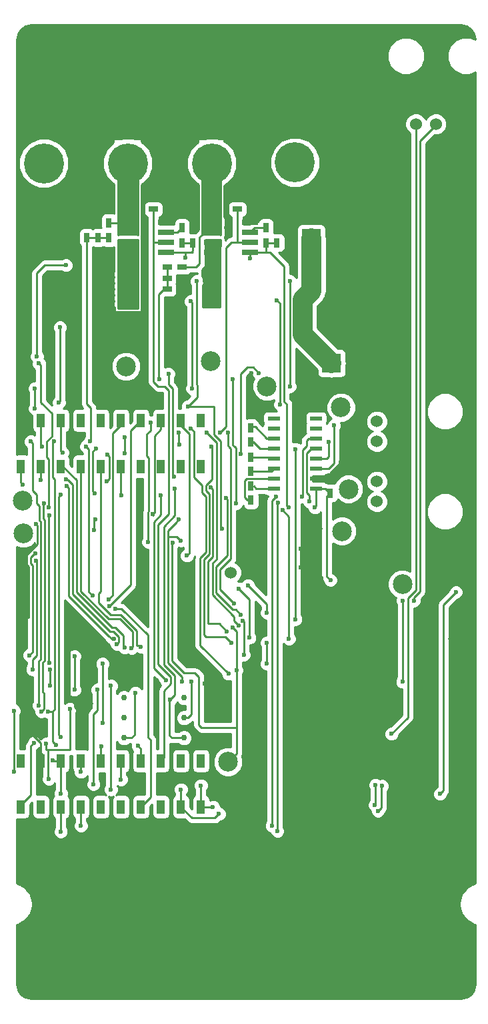
<source format=gbr>
G04 #@! TF.FileFunction,Copper,L2,Bot,Signal*
%FSLAX46Y46*%
G04 Gerber Fmt 4.6, Leading zero omitted, Abs format (unit mm)*
G04 Created by KiCad (PCBNEW 4.0.7) date 04/17/18 20:34:35*
%MOMM*%
%LPD*%
G01*
G04 APERTURE LIST*
%ADD10C,0.100000*%
%ADD11R,2.400000X2.400000*%
%ADD12C,2.400000*%
%ADD13C,0.600000*%
%ADD14C,5.080000*%
%ADD15C,2.499360*%
%ADD16R,2.070000X0.660000*%
%ADD17C,1.524000*%
%ADD18R,1.500000X0.600000*%
%ADD19C,0.762000*%
%ADD20R,0.750000X1.200000*%
%ADD21R,1.200000X0.750000*%
%ADD22R,0.990600X1.778000*%
%ADD23C,0.254000*%
%ADD24C,0.406400*%
%ADD25C,2.540000*%
G04 APERTURE END LIST*
D10*
D11*
X154000200Y-70078600D03*
D12*
X154000200Y-65078600D03*
D13*
X128778000Y-62611000D03*
X128016000Y-62611000D03*
X127254000Y-62611000D03*
X128778000Y-61849000D03*
X128016000Y-61849000D03*
X127254000Y-61849000D03*
X128778000Y-61087000D03*
X128016000Y-61087000D03*
X127254000Y-61087000D03*
X128778000Y-60325000D03*
X128016000Y-60325000D03*
X127254000Y-60325000D03*
X128778000Y-59563000D03*
X128016000Y-59563000D03*
X127254000Y-59563000D03*
X128778000Y-58801000D03*
X128016000Y-58801000D03*
X139446000Y-62611000D03*
X138684000Y-62611000D03*
X137922000Y-62611000D03*
X139446000Y-61849000D03*
X138684000Y-61849000D03*
X137922000Y-61849000D03*
X139446000Y-61087000D03*
X138684000Y-61087000D03*
X137922000Y-61087000D03*
X139446000Y-60325000D03*
X138684000Y-60325000D03*
X137922000Y-60325000D03*
X139446000Y-59563000D03*
X138684000Y-59563000D03*
X137922000Y-59563000D03*
X139446000Y-58801000D03*
X138684000Y-58801000D03*
X137922000Y-58801000D03*
X127254000Y-58801000D03*
D11*
X151434800Y-54254400D03*
D12*
X156434800Y-54254400D03*
D14*
X149351000Y-44602400D03*
X157352000Y-44602400D03*
D15*
X163004500Y-98107500D03*
X114858800Y-91643200D03*
X127889000Y-70485000D03*
X156146500Y-86042500D03*
X138684000Y-69850000D03*
X114808000Y-87503000D03*
X145796000Y-73025000D03*
X155321000Y-91376500D03*
X155194000Y-75692000D03*
X140843000Y-120650000D03*
X149225000Y-115189000D03*
X122491500Y-113284000D03*
X170053000Y-105029000D03*
X151587200Y-91033600D03*
D16*
X138799000Y-56007000D03*
X138799000Y-54737000D03*
X138799000Y-53467000D03*
X138799000Y-52197000D03*
X143649000Y-52197000D03*
X143649000Y-53467000D03*
X143649000Y-54737000D03*
X143649000Y-56007000D03*
D17*
X164719000Y-39751000D03*
X167259000Y-39751000D03*
X169799000Y-39751000D03*
X159766000Y-77470000D03*
X159766000Y-80010000D03*
X159766000Y-82550000D03*
X159766000Y-85090000D03*
X159766000Y-87630000D03*
D16*
X128131000Y-56007000D03*
X128131000Y-54737000D03*
X128131000Y-53467000D03*
X128131000Y-52197000D03*
X132981000Y-52197000D03*
X132981000Y-53467000D03*
X132981000Y-54737000D03*
X132981000Y-56007000D03*
D18*
X146652000Y-85979000D03*
X146652000Y-84709000D03*
X146652000Y-83439000D03*
X146652000Y-82169000D03*
X146652000Y-80899000D03*
X146652000Y-79629000D03*
X146652000Y-78359000D03*
X146652000Y-77089000D03*
X152052000Y-77089000D03*
X152052000Y-78359000D03*
X152052000Y-79629000D03*
X152052000Y-80899000D03*
X152052000Y-82169000D03*
X152052000Y-83439000D03*
X152052000Y-84709000D03*
X152052000Y-85979000D03*
D14*
X138810000Y-44729400D03*
X128142000Y-44729400D03*
X117474000Y-44729400D03*
D19*
X127635000Y-117602000D03*
X135255000Y-117602000D03*
X127635000Y-115062000D03*
X135255000Y-115062000D03*
X127635000Y-112522000D03*
X135255000Y-112522000D03*
D20*
X136398000Y-52898000D03*
X136398000Y-54798000D03*
X147066000Y-52898000D03*
X147066000Y-54798000D03*
D21*
X131384000Y-50546000D03*
X133284000Y-50546000D03*
X142052000Y-50546000D03*
X143952000Y-50546000D03*
X133098500Y-60706000D03*
X134998500Y-60706000D03*
D20*
X122936000Y-54163000D03*
X122936000Y-52263000D03*
X153797000Y-86548000D03*
X153797000Y-84648000D03*
X143764000Y-85659000D03*
X143764000Y-83759000D03*
X143764000Y-81976000D03*
X143764000Y-80076000D03*
X143764000Y-89342000D03*
X143764000Y-87442000D03*
X143764000Y-76393000D03*
X143764000Y-78293000D03*
X135001000Y-52898000D03*
X135001000Y-54798000D03*
D21*
X133098500Y-57912000D03*
X134998500Y-57912000D03*
X134998500Y-59309000D03*
X133098500Y-59309000D03*
D20*
X125730000Y-54163000D03*
X125730000Y-52263000D03*
X124333000Y-52263000D03*
X124333000Y-54163000D03*
X145669000Y-52898000D03*
X145669000Y-54798000D03*
D17*
X141224000Y-96621600D03*
D22*
X114554000Y-77343000D03*
X117094000Y-77343000D03*
X119634000Y-77343000D03*
X122174000Y-77343000D03*
X124714000Y-77343000D03*
X127254000Y-77343000D03*
X129794000Y-77343000D03*
X132334000Y-77343000D03*
X134874000Y-77343000D03*
X137414000Y-77343000D03*
X114554000Y-83159600D03*
X117094000Y-83159600D03*
X119634000Y-83159600D03*
X122174000Y-83159600D03*
X124714000Y-83159600D03*
X127254000Y-83159600D03*
X129794000Y-83159600D03*
X132334000Y-83159600D03*
X134874000Y-83159600D03*
X137414000Y-83159600D03*
X114554000Y-120523000D03*
X117094000Y-120523000D03*
X119634000Y-120523000D03*
X122174000Y-120523000D03*
X124714000Y-120523000D03*
X127254000Y-120523000D03*
X129794000Y-120523000D03*
X132334000Y-120523000D03*
X134874000Y-120523000D03*
X137414000Y-120523000D03*
X114554000Y-126339600D03*
X117094000Y-126339600D03*
X119634000Y-126339600D03*
X122174000Y-126339600D03*
X124714000Y-126339600D03*
X127254000Y-126339600D03*
X129794000Y-126339600D03*
X132334000Y-126339600D03*
X134874000Y-126339600D03*
X137414000Y-126339600D03*
D13*
X133921500Y-64262000D03*
X135001000Y-64262000D03*
X132715000Y-47180500D03*
X140525500Y-110807500D03*
X139128500Y-110807500D03*
X137858500Y-110744000D03*
X131749800Y-110261400D03*
X167132000Y-101701600D03*
X164795200Y-101676200D03*
X116433600Y-90474800D03*
X115417600Y-102209600D03*
X120586500Y-112776000D03*
X120713500Y-106045000D03*
X129794000Y-84899500D03*
X129730500Y-91249500D03*
X150114000Y-93599000D03*
X150114000Y-96012000D03*
X152654000Y-108077000D03*
X116141500Y-115887500D03*
X114871500Y-112966500D03*
X144843500Y-89344500D03*
X158115000Y-89281000D03*
X141859000Y-49276000D03*
X121475500Y-49593500D03*
X155194000Y-82677000D03*
X127762000Y-81534000D03*
X127762000Y-79502000D03*
X144018000Y-92583000D03*
X135064500Y-50673000D03*
X143827500Y-71310500D03*
X152654000Y-101346000D03*
X152717500Y-97345500D03*
X151892000Y-88392000D03*
X148526500Y-88392000D03*
X164465000Y-100203000D03*
X134874000Y-92583000D03*
X135001000Y-110439200D03*
X134620000Y-89916000D03*
X123850400Y-91262200D03*
X123977400Y-89890600D03*
X163004500Y-110490000D03*
X163068000Y-100203000D03*
X153860500Y-97599500D03*
X135445500Y-56705500D03*
X143637000Y-56769000D03*
X116205000Y-118237000D03*
X124904500Y-108204000D03*
X124904500Y-115697000D03*
X140906500Y-109474000D03*
X136144000Y-78359000D03*
X145796000Y-101727000D03*
X143383000Y-98234500D03*
X143573500Y-104902000D03*
X142240000Y-98679000D03*
X149415500Y-80962500D03*
X149415500Y-102552500D03*
X147066000Y-62103000D03*
X147447000Y-75311000D03*
X142875000Y-107061000D03*
X142748000Y-102743000D03*
X133858000Y-92837000D03*
X131000500Y-77597000D03*
X130683000Y-92773500D03*
X136271000Y-73279000D03*
X136144000Y-62230000D03*
X141922500Y-109029500D03*
X141414500Y-103568500D03*
X116840000Y-70104000D03*
X118110000Y-88392000D03*
X148590000Y-105029000D03*
X145796000Y-105537000D03*
X145796000Y-108204000D03*
X147764500Y-88709500D03*
X139801600Y-78892400D03*
X129413000Y-118618000D03*
X119634000Y-117475000D03*
X119634000Y-86741000D03*
X123952000Y-86614000D03*
X124079000Y-80899000D03*
X116840000Y-113474500D03*
X120777000Y-113919000D03*
X115824000Y-80010000D03*
X127254000Y-122872500D03*
X118110000Y-122809000D03*
X117729000Y-118364000D03*
X119507000Y-65532000D03*
X119380000Y-75057000D03*
X132143500Y-72136000D03*
X117157500Y-114236500D03*
X141859000Y-87884000D03*
X117475000Y-87820500D03*
X141478000Y-72136000D03*
X113665000Y-114173000D03*
X122174000Y-121920000D03*
X113665000Y-121920000D03*
X123317000Y-80010000D03*
X118745000Y-80010000D03*
X117983000Y-114300000D03*
X124777500Y-118681500D03*
X118999000Y-118491000D03*
X142494000Y-81597500D03*
X144780000Y-71310500D03*
X133286500Y-71437500D03*
X133985000Y-84455000D03*
X116586000Y-69215000D03*
X120269000Y-57658000D03*
X148717000Y-59690000D03*
X148717000Y-73025000D03*
X136855200Y-59690000D03*
X140106400Y-91084400D03*
X135737600Y-75590400D03*
X142494000Y-101981000D03*
X140563600Y-87172800D03*
X138684000Y-85852000D03*
X140716000Y-104076500D03*
X138125200Y-78841600D03*
X142240000Y-103378000D03*
X134670800Y-80416400D03*
X134620000Y-78892400D03*
X141287500Y-105537000D03*
X138734800Y-80619600D03*
X116332000Y-73279000D03*
X116332000Y-75819000D03*
X140817600Y-78892400D03*
X141605000Y-100584000D03*
X116014500Y-108902500D03*
X118237000Y-110998000D03*
X118237000Y-108966000D03*
X125984000Y-110998000D03*
X116459000Y-95123000D03*
X125984000Y-124142500D03*
X134874000Y-124142500D03*
X139700000Y-127254000D03*
X159893000Y-126873000D03*
X160401000Y-123698000D03*
X115633500Y-107124500D03*
X116395500Y-94234000D03*
X121348500Y-107251500D03*
X121348500Y-111506000D03*
X124269500Y-111506000D03*
X137414000Y-123634500D03*
X123761500Y-123507500D03*
X138938000Y-126365000D03*
X159575500Y-123571000D03*
X159512000Y-126111000D03*
X135636000Y-94488000D03*
X118173500Y-108077000D03*
X118173500Y-89408000D03*
X131318000Y-89217500D03*
X122809000Y-80645000D03*
X117221000Y-80645000D03*
X123634500Y-99568000D03*
X125679200Y-100025200D03*
X125780800Y-100888800D03*
X126542800Y-101193600D03*
X126339600Y-105003600D03*
X120396000Y-85661500D03*
X114808000Y-85471000D03*
X117030500Y-84899500D03*
X120269000Y-84836000D03*
X126746000Y-105714800D03*
X127736600Y-106172000D03*
X128600200Y-106222800D03*
X129768600Y-106045000D03*
X136194800Y-110464600D03*
X161607500Y-117094000D03*
X147193000Y-87757000D03*
X151193500Y-87630000D03*
X147116800Y-129438400D03*
X119608600Y-129489200D03*
X146405600Y-128752600D03*
X122174000Y-128752600D03*
X146939000Y-86995000D03*
X150241000Y-86995000D03*
X154305000Y-77978000D03*
X153670000Y-80073500D03*
X125412500Y-85090000D03*
X134112000Y-85979000D03*
X119824500Y-81407000D03*
X125539500Y-81661000D03*
X133477000Y-112776000D03*
X132969000Y-110299500D03*
X132334000Y-86804500D03*
X127317500Y-86804500D03*
X129095500Y-111887000D03*
X119634000Y-124650500D03*
X169799000Y-99123500D03*
X167767000Y-124714000D03*
X118618000Y-120459500D03*
D23*
X134998500Y-60706000D02*
X134998500Y-64259500D01*
X134998500Y-64259500D02*
X135001000Y-64262000D01*
X134998500Y-59309000D02*
X134998500Y-60706000D01*
X137922000Y-110807500D02*
X139128500Y-110807500D01*
X137858500Y-110744000D02*
X137922000Y-110807500D01*
X164820600Y-101701600D02*
X167132000Y-101701600D01*
X164795200Y-101676200D02*
X164820600Y-101701600D01*
X116636800Y-93014800D02*
X116636800Y-90678000D01*
X116636800Y-90678000D02*
X116433600Y-90474800D01*
X115417600Y-102209600D02*
X115570000Y-102057200D01*
X115570000Y-102057200D02*
X115570000Y-95910400D01*
X115570000Y-95910400D02*
X115316000Y-95656400D01*
X115316000Y-95656400D02*
X115316000Y-94335600D01*
X115316000Y-94335600D02*
X116433600Y-93218000D01*
X116433600Y-93218000D02*
X116636800Y-93014800D01*
X120713500Y-112649000D02*
X120713500Y-106045000D01*
X120713500Y-112649000D02*
X120586500Y-112776000D01*
X129794000Y-91186000D02*
X129794000Y-84899500D01*
X129730500Y-91249500D02*
X129794000Y-91186000D01*
X150114000Y-96012000D02*
X150114000Y-93599000D01*
X152654000Y-107632500D02*
X152654000Y-108077000D01*
X152654000Y-101346000D02*
X152654000Y-107632500D01*
X116141500Y-115887500D02*
X116141500Y-117284500D01*
X117094000Y-118237000D02*
X117094000Y-120523000D01*
X116141500Y-117284500D02*
X117094000Y-118237000D01*
X114871500Y-112966500D02*
X114871500Y-114617500D01*
X114871500Y-114617500D02*
X116141500Y-115887500D01*
X159766000Y-82550000D02*
X159448500Y-82550000D01*
X159448500Y-82550000D02*
X158115000Y-83883500D01*
X144841000Y-89342000D02*
X143764000Y-89342000D01*
X144843500Y-89344500D02*
X144841000Y-89342000D01*
X158115000Y-83883500D02*
X158115000Y-89281000D01*
X143952000Y-49847500D02*
X143952000Y-49654500D01*
X143573500Y-49276000D02*
X141859000Y-49276000D01*
X143952000Y-49654500D02*
X143573500Y-49276000D01*
X121475500Y-49593500D02*
X121475500Y-51498500D01*
X121475500Y-51498500D02*
X122240000Y-52263000D01*
X122936000Y-52263000D02*
X122240000Y-52263000D01*
X153797000Y-84648000D02*
X153797000Y-84074000D01*
X153797000Y-84074000D02*
X155194000Y-82677000D01*
X127762000Y-79502000D02*
X127762000Y-81534000D01*
X143764000Y-89342000D02*
X143764000Y-91567000D01*
X144018000Y-91821000D02*
X144018000Y-92583000D01*
X143764000Y-91567000D02*
X144018000Y-91821000D01*
X152052000Y-84709000D02*
X153736000Y-84709000D01*
X153736000Y-84709000D02*
X153797000Y-84648000D01*
X143952000Y-50546000D02*
X143952000Y-49847500D01*
X143952000Y-49847500D02*
X143952000Y-49845000D01*
X143649000Y-52197000D02*
X143649000Y-50849000D01*
X143649000Y-50849000D02*
X143952000Y-50546000D01*
X135064500Y-50673000D02*
X135636000Y-50673000D01*
X136398000Y-51435000D02*
X136398000Y-52898000D01*
X135636000Y-50673000D02*
X136398000Y-51435000D01*
X133284000Y-50546000D02*
X134937500Y-50546000D01*
X134937500Y-50546000D02*
X135064500Y-50673000D01*
X132981000Y-52197000D02*
X132981000Y-50849000D01*
X132981000Y-50849000D02*
X133284000Y-50546000D01*
X122936000Y-52263000D02*
X124333000Y-52263000D01*
X147066000Y-52898000D02*
X147066000Y-50927000D01*
X146685000Y-50546000D02*
X143952000Y-50546000D01*
X147066000Y-50927000D02*
X146685000Y-50546000D01*
X143764000Y-76393000D02*
X143764000Y-71374000D01*
X143764000Y-71374000D02*
X143827500Y-71310500D01*
X152654000Y-101346000D02*
X152717500Y-101282500D01*
X152717500Y-101282500D02*
X152717500Y-97345500D01*
X147955000Y-74117200D02*
X147955000Y-74930000D01*
X147955000Y-64135000D02*
X147955000Y-74117200D01*
X152052000Y-88232000D02*
X152052000Y-85979000D01*
X151892000Y-88392000D02*
X152052000Y-88232000D01*
X148336000Y-75311000D02*
X148336000Y-87376000D01*
X147955000Y-74930000D02*
X148336000Y-75311000D01*
X148336000Y-88201500D02*
X148336000Y-87376000D01*
X148526500Y-88392000D02*
X148336000Y-88201500D01*
X165227000Y-45339000D02*
X165227000Y-99060000D01*
X165227000Y-41910000D02*
X165227000Y-45339000D01*
X167259000Y-39878000D02*
X165227000Y-41910000D01*
X164465000Y-99822000D02*
X164465000Y-100203000D01*
X165227000Y-99060000D02*
X164465000Y-99822000D01*
X167259000Y-39751000D02*
X167259000Y-39878000D01*
X145669000Y-54798000D02*
X145669000Y-56007000D01*
X145669000Y-56007000D02*
X145669000Y-55930800D01*
X145669000Y-55930800D02*
X145669000Y-56007000D01*
X134366000Y-92075000D02*
X133223000Y-92075000D01*
X134874000Y-92583000D02*
X134366000Y-92075000D01*
X133223000Y-97790000D02*
X133223000Y-92075000D01*
X133223000Y-104521000D02*
X133223000Y-97790000D01*
X135001000Y-109855000D02*
X133223000Y-108077000D01*
X133223000Y-108077000D02*
X133223000Y-104521000D01*
X135001000Y-110439200D02*
X135001000Y-109855000D01*
X133223000Y-92075000D02*
X133223000Y-91313000D01*
X133223000Y-91313000D02*
X134239000Y-90297000D01*
X134620000Y-89916000D02*
X134239000Y-90297000D01*
X123850400Y-90017600D02*
X123850400Y-91262200D01*
X123977400Y-89890600D02*
X123850400Y-90017600D01*
X163004500Y-110490000D02*
X163068000Y-110426500D01*
X163068000Y-110426500D02*
X163068000Y-100203000D01*
X153416000Y-86929000D02*
X153797000Y-86548000D01*
X153416000Y-97155000D02*
X153416000Y-86929000D01*
X153860500Y-97599500D02*
X153416000Y-97155000D01*
X135445500Y-56007000D02*
X135445500Y-56705500D01*
X143649000Y-56757000D02*
X143649000Y-56007000D01*
X143637000Y-56769000D02*
X143649000Y-56757000D01*
X152052000Y-85979000D02*
X153228000Y-85979000D01*
X153228000Y-85979000D02*
X153797000Y-86548000D01*
X114554000Y-126339600D02*
X114554000Y-126111000D01*
X114554000Y-126111000D02*
X115824000Y-124841000D01*
X115824000Y-124841000D02*
X115824000Y-118618000D01*
X115824000Y-118618000D02*
X116205000Y-118237000D01*
X124904500Y-108204000D02*
X124904500Y-115697000D01*
X135445500Y-56007000D02*
X135445500Y-56070500D01*
X135445500Y-56070500D02*
X135445500Y-56007000D01*
X145669000Y-54798000D02*
X147066000Y-54798000D01*
X136398000Y-54798000D02*
X136398000Y-55816500D01*
X136398000Y-55816500D02*
X136207500Y-56007000D01*
X135001000Y-54798000D02*
X136398000Y-54798000D01*
X167259000Y-39751000D02*
X167005000Y-39751000D01*
X152052000Y-85979000D02*
X152052000Y-86022200D01*
X152052000Y-85979000D02*
X151587200Y-85979000D01*
X145872200Y-56007000D02*
X146177000Y-56007000D01*
X145669000Y-56007000D02*
X145872200Y-56007000D01*
X147955000Y-57785000D02*
X147955000Y-64135000D01*
X146177000Y-56007000D02*
X147955000Y-57785000D01*
X145034000Y-56007000D02*
X145669000Y-56007000D01*
X143649000Y-56007000D02*
X145034000Y-56007000D01*
X147955000Y-64135000D02*
X147955000Y-64236600D01*
X136207500Y-56007000D02*
X136321800Y-56007000D01*
X132981000Y-56007000D02*
X135445500Y-56007000D01*
X135445500Y-56007000D02*
X136207500Y-56007000D01*
X131384000Y-54737000D02*
X131826000Y-54737000D01*
X131826000Y-54737000D02*
X132981000Y-54737000D01*
X131384000Y-54737000D02*
X131445000Y-54737000D01*
X131445000Y-54737000D02*
X131384000Y-54737000D01*
X131978400Y-101777800D02*
X131978400Y-108280200D01*
X133604000Y-110744000D02*
X132715000Y-111633000D01*
X132715000Y-120142000D02*
X132715000Y-111633000D01*
X133350000Y-89204800D02*
X131978400Y-90576400D01*
X131978400Y-90576400D02*
X131978400Y-101777800D01*
X133350000Y-86931500D02*
X133350000Y-86995000D01*
X132715000Y-73025000D02*
X132842000Y-73025000D01*
X131384000Y-72456000D02*
X131384000Y-54737000D01*
X131384000Y-54737000D02*
X131384000Y-54295000D01*
X131953000Y-73025000D02*
X132715000Y-73025000D01*
X131384000Y-72456000D02*
X131953000Y-73025000D01*
X133350000Y-73533000D02*
X133350000Y-80327500D01*
X132842000Y-73025000D02*
X133350000Y-73533000D01*
X133350000Y-80327500D02*
X133350000Y-86931500D01*
X133350000Y-86995000D02*
X133350000Y-89204800D01*
X133604000Y-109905800D02*
X133604000Y-110744000D01*
X131978400Y-108280200D02*
X133604000Y-109905800D01*
X132715000Y-120142000D02*
X132334000Y-120523000D01*
X131384000Y-50546000D02*
X131384000Y-54295000D01*
X140906500Y-109474000D02*
X137287000Y-105854500D01*
X137312400Y-97447100D02*
X137312400Y-105879900D01*
X137312400Y-94792800D02*
X137312400Y-97447100D01*
X138029996Y-94075204D02*
X137464800Y-94640400D01*
X138029996Y-93789500D02*
X138029996Y-86975996D01*
X138029996Y-86975996D02*
X137541000Y-86487000D01*
X137541000Y-85598000D02*
X137350500Y-85407500D01*
X137541000Y-85598000D02*
X137541000Y-86487000D01*
X138029996Y-93789500D02*
X138029996Y-94075204D01*
X137464800Y-94640400D02*
X137312400Y-94792800D01*
X137414000Y-85471000D02*
X137350500Y-85407500D01*
X137350500Y-85407500D02*
X136525000Y-84582000D01*
X136144000Y-78359000D02*
X136525000Y-78740000D01*
X136525000Y-78740000D02*
X136525000Y-84582000D01*
X145796000Y-100647500D02*
X145796000Y-101727000D01*
X143383000Y-98234500D02*
X145796000Y-100647500D01*
X143573500Y-100012500D02*
X143573500Y-104902000D01*
X142240000Y-98679000D02*
X143573500Y-100012500D01*
X149415500Y-80962500D02*
X149415500Y-81216500D01*
X149415500Y-81216500D02*
X149415500Y-102552500D01*
X147447000Y-74422000D02*
X147447000Y-75311000D01*
X147066000Y-62103000D02*
X147447000Y-62484000D01*
X147447000Y-62484000D02*
X147447000Y-74422000D01*
X142875000Y-102870000D02*
X142875000Y-107061000D01*
X142748000Y-102743000D02*
X142875000Y-102870000D01*
X137160000Y-110236000D02*
X137160000Y-115951000D01*
X133858000Y-92837000D02*
X133731000Y-92964000D01*
X133731000Y-92964000D02*
X133731000Y-93091000D01*
X133731000Y-93472000D02*
X133731000Y-93091000D01*
X137160000Y-110236000D02*
X137160000Y-109855000D01*
X137160000Y-109855000D02*
X136652000Y-109347000D01*
X136652000Y-109347000D02*
X135255000Y-109347000D01*
X135255000Y-109347000D02*
X133731000Y-107823000D01*
X133731000Y-107823000D02*
X133731000Y-96139000D01*
X133731000Y-93472000D02*
X133731000Y-96139000D01*
X137477500Y-116268500D02*
X141922500Y-116268500D01*
X137160000Y-115951000D02*
X137477500Y-116268500D01*
X141922500Y-116268500D02*
X141795500Y-116268500D01*
X141795500Y-116268500D02*
X141922500Y-116268500D01*
X131000500Y-77597000D02*
X131000500Y-78613000D01*
X130937000Y-78676500D02*
X130556000Y-79057500D01*
X130556000Y-80518000D02*
X130556000Y-79057500D01*
X131000500Y-78613000D02*
X130937000Y-78676500D01*
X130683000Y-88963500D02*
X130683000Y-92773500D01*
X130810000Y-88836500D02*
X130683000Y-88963500D01*
X130556000Y-80518000D02*
X130556000Y-81851500D01*
X130810000Y-82105500D02*
X130810000Y-82867500D01*
X130556000Y-81851500D02*
X130810000Y-82105500D01*
X130810000Y-82867500D02*
X130810000Y-88836500D01*
X141922500Y-119570500D02*
X140843000Y-120650000D01*
X141922500Y-116268500D02*
X141922500Y-118681500D01*
X141922500Y-118681500D02*
X141922500Y-119570500D01*
X141922500Y-110439200D02*
X141922500Y-112395000D01*
X141922500Y-112395000D02*
X141922500Y-116268500D01*
X130556000Y-80518000D02*
X130556000Y-80581500D01*
X136271000Y-62357000D02*
X136271000Y-73279000D01*
X136144000Y-62230000D02*
X136271000Y-62357000D01*
X141922500Y-110439200D02*
X141922500Y-109029500D01*
X141922500Y-104076500D02*
X141922500Y-109029500D01*
X141414500Y-103568500D02*
X141922500Y-104076500D01*
X118110000Y-86868000D02*
X118110000Y-88392000D01*
X117856000Y-81788000D02*
X117856000Y-82042000D01*
X116840000Y-70104000D02*
X117094000Y-70358000D01*
X117094000Y-70358000D02*
X117094000Y-75057000D01*
X117094000Y-75057000D02*
X118491000Y-76454000D01*
X118491000Y-76454000D02*
X118491000Y-79375000D01*
X118491000Y-79375000D02*
X117856000Y-80010000D01*
X117856000Y-80010000D02*
X117856000Y-81788000D01*
X118110000Y-82296000D02*
X118110000Y-85471000D01*
X117856000Y-82042000D02*
X118110000Y-82296000D01*
X118110000Y-86868000D02*
X118110000Y-85471000D01*
X145796000Y-105537000D02*
X145796000Y-108204000D01*
X148590000Y-89535000D02*
X148590000Y-105029000D01*
X147764500Y-88709500D02*
X148590000Y-89535000D01*
X142052000Y-54292500D02*
X142052000Y-54737000D01*
X142113000Y-54673500D02*
X142113000Y-54737000D01*
X142113000Y-54676000D02*
X142113000Y-54673500D01*
X142052000Y-54737000D02*
X142113000Y-54676000D01*
X141986000Y-54737000D02*
X142113000Y-54737000D01*
X141986000Y-54737000D02*
X141287500Y-54737000D01*
X140589000Y-77800200D02*
X140589000Y-78105000D01*
X140182600Y-78511400D02*
X140589000Y-78105000D01*
X140589000Y-55435500D02*
X140589000Y-77800200D01*
X141287500Y-54737000D02*
X140589000Y-55435500D01*
X142113000Y-54737000D02*
X142494000Y-54737000D01*
X142494000Y-54737000D02*
X143649000Y-54737000D01*
X142052000Y-54229000D02*
X142052000Y-54292500D01*
X142052000Y-54292500D02*
X142052000Y-54295000D01*
X142052000Y-54229000D02*
X142052000Y-50546000D01*
X139801600Y-78892400D02*
X140182600Y-78511400D01*
X140182600Y-78511400D02*
X140208000Y-78486000D01*
X119634000Y-86741000D02*
X119634000Y-86750502D01*
X119634000Y-86750502D02*
X119326002Y-87058500D01*
X119326002Y-87058500D02*
X119326002Y-117167002D01*
X119326002Y-117167002D02*
X119634000Y-117475000D01*
X129413000Y-118618000D02*
X129794000Y-118999000D01*
X129794000Y-118999000D02*
X129794000Y-120523000D01*
X123698000Y-86360000D02*
X123952000Y-86614000D01*
X123698000Y-81280000D02*
X123698000Y-86360000D01*
X124079000Y-80899000D02*
X123698000Y-81280000D01*
X116776500Y-112077500D02*
X116776500Y-113411000D01*
X120777000Y-119126000D02*
X118300500Y-119126000D01*
X120777000Y-113919000D02*
X120777000Y-119126000D01*
X118110000Y-119126000D02*
X118300500Y-119126000D01*
X117983000Y-119126000D02*
X118110000Y-119126000D01*
X117094000Y-107569000D02*
X116776500Y-107886500D01*
X116776500Y-107886500D02*
X116776500Y-112077500D01*
X116840000Y-88138000D02*
X116840000Y-88147502D01*
X116586000Y-86741000D02*
X116586000Y-87884000D01*
X116586000Y-86741000D02*
X116332000Y-86487000D01*
X116078000Y-86233000D02*
X116332000Y-86487000D01*
X115824000Y-80010000D02*
X116078000Y-80264000D01*
X116078000Y-80264000D02*
X116078000Y-86233000D01*
X116586000Y-87884000D02*
X116840000Y-88138000D01*
X117094000Y-90189004D02*
X117094000Y-104330500D01*
X116903500Y-89998504D02*
X117094000Y-90189004D01*
X116903500Y-88211002D02*
X116903500Y-89998504D01*
X116840000Y-88147502D02*
X116903500Y-88211002D01*
X117094000Y-104330500D02*
X117094000Y-107569000D01*
X116776500Y-113411000D02*
X116840000Y-113474500D01*
X117983000Y-119126000D02*
X117983000Y-122682000D01*
X117983000Y-122682000D02*
X118110000Y-122809000D01*
X127254000Y-122872500D02*
X127254000Y-121666000D01*
X127254000Y-120523000D02*
X127254000Y-121666000D01*
X117729000Y-118935500D02*
X117729000Y-119126000D01*
X117729000Y-119126000D02*
X117983000Y-119126000D01*
X117729000Y-118808500D02*
X117729000Y-118935500D01*
X117729000Y-118364000D02*
X117729000Y-118808500D01*
X119507000Y-74930000D02*
X119507000Y-65532000D01*
X119380000Y-75057000D02*
X119507000Y-74930000D01*
X133098500Y-60706000D02*
X132715000Y-60706000D01*
X132715000Y-60706000D02*
X132080000Y-61341000D01*
X132143500Y-72136000D02*
X132080000Y-72072500D01*
X132080000Y-72072500D02*
X132080000Y-71501000D01*
X141859000Y-80866544D02*
X141678002Y-80685546D01*
X141478000Y-79883000D02*
X141478000Y-80485544D01*
X141478000Y-72136000D02*
X141478000Y-79883000D01*
X141478000Y-80485544D02*
X141678002Y-80685546D01*
X117284500Y-111760000D02*
X117475000Y-111950500D01*
X117284500Y-108077000D02*
X117284500Y-111379000D01*
X117284500Y-111379000D02*
X117284500Y-111696500D01*
X117284500Y-111696500D02*
X117284500Y-111760000D01*
X117592498Y-105029000D02*
X117592498Y-107769002D01*
X117592498Y-89969998D02*
X117592498Y-92646500D01*
X117411500Y-89789000D02*
X117592498Y-89969998D01*
X117411500Y-87884000D02*
X117411500Y-89789000D01*
X117475000Y-87820500D02*
X117411500Y-87884000D01*
X117592498Y-105029000D02*
X117592498Y-92646500D01*
X117592498Y-107769002D02*
X117284500Y-108077000D01*
X117475000Y-113919000D02*
X117157500Y-114236500D01*
X117475000Y-111950500D02*
X117475000Y-113919000D01*
X141859000Y-87884000D02*
X141859000Y-80866544D01*
X132080000Y-61341000D02*
X132080000Y-71501000D01*
X133098500Y-59309000D02*
X133098500Y-60706000D01*
X133098500Y-57912000D02*
X133098500Y-59309000D01*
X113665000Y-118999000D02*
X113665000Y-121920000D01*
X113665000Y-114173000D02*
X113665000Y-118999000D01*
X122174000Y-121920000D02*
X122174000Y-120523000D01*
X118618000Y-81915000D02*
X118618000Y-80137000D01*
X123444000Y-79883000D02*
X123317000Y-80010000D01*
X122936000Y-75247500D02*
X123444000Y-75755500D01*
X122936000Y-54163000D02*
X122936000Y-75247500D01*
X123444000Y-75755500D02*
X123444000Y-79883000D01*
X118872000Y-84836000D02*
X118618000Y-84582000D01*
X118618000Y-84582000D02*
X118618000Y-81915000D01*
X118872000Y-113919000D02*
X118554500Y-114236500D01*
X118872000Y-113919000D02*
X118872000Y-86614000D01*
X118872000Y-86614000D02*
X118872000Y-84836000D01*
X118618000Y-80137000D02*
X118745000Y-80010000D01*
X118491000Y-114236500D02*
X118554500Y-114236500D01*
X118046500Y-114236500D02*
X117983000Y-114300000D01*
X118491000Y-114236500D02*
X118046500Y-114236500D01*
X118554500Y-114236500D02*
X118554500Y-118046500D01*
X124714000Y-118745000D02*
X124714000Y-120523000D01*
X124777500Y-118681500D02*
X124714000Y-118745000D01*
X118554500Y-118046500D02*
X118999000Y-118491000D01*
X124333000Y-54163000D02*
X125730000Y-54163000D01*
X122936000Y-54163000D02*
X124333000Y-54163000D01*
X146652000Y-85979000D02*
X144439600Y-85979000D01*
X144439600Y-85979000D02*
X144119600Y-85659000D01*
X143764000Y-83759000D02*
X146332000Y-83759000D01*
X146332000Y-83759000D02*
X146652000Y-83439000D01*
D24*
X138810000Y-44729400D02*
X138810000Y-52186000D01*
X138810000Y-52186000D02*
X138799000Y-52197000D01*
D23*
X134998500Y-57912000D02*
X136779000Y-57912000D01*
X137223500Y-54102000D02*
X137858500Y-53467000D01*
X137223500Y-57467500D02*
X137223500Y-54102000D01*
X136779000Y-57912000D02*
X137223500Y-57467500D01*
X137858500Y-53467000D02*
X138799000Y-53467000D01*
D24*
X128142000Y-44729400D02*
X128142000Y-52186000D01*
X128142000Y-52186000D02*
X128131000Y-52197000D01*
D23*
X125730000Y-52263000D02*
X128065000Y-52263000D01*
X128065000Y-52263000D02*
X128131000Y-52197000D01*
X144068800Y-81976000D02*
X146459000Y-81976000D01*
X146459000Y-81976000D02*
X146652000Y-82169000D01*
X146652000Y-80899000D02*
X144891800Y-80899000D01*
X144891800Y-80899000D02*
X144068800Y-80076000D01*
X143002000Y-84963000D02*
X143002000Y-87122000D01*
X143322000Y-87442000D02*
X143764000Y-87442000D01*
X143002000Y-87122000D02*
X143322000Y-87442000D01*
X146652000Y-84709000D02*
X143256000Y-84709000D01*
X143256000Y-84709000D02*
X143002000Y-84963000D01*
X144068800Y-78115200D02*
X144282200Y-78115200D01*
X144282200Y-78115200D02*
X145796000Y-79629000D01*
X145796000Y-79629000D02*
X146652000Y-79629000D01*
X142494000Y-71437500D02*
X142494000Y-81597500D01*
X143319500Y-70612000D02*
X142494000Y-71437500D01*
X144081500Y-70612000D02*
X143319500Y-70612000D01*
X144780000Y-71310500D02*
X144081500Y-70612000D01*
X133286500Y-72326500D02*
X133286500Y-72771000D01*
X133286500Y-71437500D02*
X133286500Y-72326500D01*
X133804002Y-73288502D02*
X133804002Y-79248000D01*
X133286500Y-72771000D02*
X133804002Y-73288502D01*
X133804002Y-79248000D02*
X133804002Y-84274002D01*
X133804002Y-84274002D02*
X133985000Y-84455000D01*
X133804002Y-79248000D02*
X133804002Y-79311500D01*
X116586000Y-58674000D02*
X116586000Y-69215000D01*
X117602000Y-57658000D02*
X116586000Y-58674000D01*
X119253000Y-57658000D02*
X117602000Y-57658000D01*
X120269000Y-57658000D02*
X119253000Y-57658000D01*
X148717000Y-73025000D02*
X148717000Y-59690000D01*
X136855200Y-72745600D02*
X136956800Y-72847200D01*
X136956800Y-72847200D02*
X136956800Y-74371200D01*
X135737600Y-75590400D02*
X136956800Y-74371200D01*
X136855200Y-59690000D02*
X136855200Y-72745600D01*
X139039600Y-75590400D02*
X139039600Y-79113944D01*
X135737600Y-75590400D02*
X139039600Y-75590400D01*
X139903200Y-79977544D02*
X139903200Y-85140800D01*
X139903200Y-79977544D02*
X139055828Y-79130172D01*
X139039600Y-79113944D02*
X139055828Y-79130172D01*
X139903200Y-90881200D02*
X139903200Y-85140800D01*
X140106400Y-91084400D02*
X139903200Y-90881200D01*
X139903200Y-85140800D02*
X139903200Y-85090000D01*
X140766800Y-90932000D02*
X140766800Y-94437200D01*
X142494000Y-101981000D02*
X141859000Y-101346000D01*
X141859000Y-101346000D02*
X141478000Y-101346000D01*
X141478000Y-101346000D02*
X141097000Y-100965000D01*
X139319000Y-95885000D02*
X139319000Y-99187000D01*
X140589000Y-94615000D02*
X139319000Y-95885000D01*
X139319000Y-99187000D02*
X141097000Y-100965000D01*
X140563600Y-87172800D02*
X140766800Y-87376000D01*
X140766800Y-87376000D02*
X140766800Y-90932000D01*
X140766800Y-94437200D02*
X140589000Y-94615000D01*
X138684000Y-85852000D02*
X138938000Y-86106000D01*
X138938000Y-86106000D02*
X138938000Y-88011000D01*
X138938000Y-94615000D02*
X138303000Y-95250000D01*
X138303000Y-95250000D02*
X138303000Y-103124000D01*
X138938000Y-88011000D02*
X138938000Y-94615000D01*
X139763500Y-103124000D02*
X138303000Y-103124000D01*
X140716000Y-104076500D02*
X139763500Y-103124000D01*
X138734800Y-79451200D02*
X138125200Y-78841600D01*
X139392002Y-80108402D02*
X138734800Y-79451200D01*
X139392002Y-80108402D02*
X139392002Y-87782400D01*
X142240000Y-103378000D02*
X141605000Y-102743000D01*
X141605000Y-102743000D02*
X141605000Y-102235000D01*
X141605000Y-102235000D02*
X138864998Y-99494998D01*
X139392002Y-94922998D02*
X138864998Y-95450002D01*
X138864998Y-95450002D02*
X138864998Y-99314000D01*
X138864998Y-99314000D02*
X138864998Y-99367998D01*
X139392002Y-87782400D02*
X139392002Y-94922998D01*
X138864998Y-99494998D02*
X138864998Y-99367998D01*
X139392002Y-87757000D02*
X139392002Y-87782400D01*
X134670800Y-80416400D02*
X134620000Y-80365600D01*
X134620000Y-80365600D02*
X134620000Y-78892400D01*
X138811000Y-84836000D02*
X138811000Y-80695800D01*
X140525500Y-104775000D02*
X141287500Y-105537000D01*
X137795000Y-104521000D02*
X138049000Y-104775000D01*
X137795000Y-94996000D02*
X137795000Y-104521000D01*
X138049000Y-94742000D02*
X137795000Y-94996000D01*
X140081000Y-104775000D02*
X139827000Y-104775000D01*
X139827000Y-104775000D02*
X138049000Y-104775000D01*
X140081000Y-104775000D02*
X140525500Y-104775000D01*
X138483998Y-94307002D02*
X138049000Y-94742000D01*
X138049000Y-85598000D02*
X138049000Y-86233000D01*
X138811000Y-84836000D02*
X138049000Y-85598000D01*
X138483998Y-86667998D02*
X138483998Y-87757000D01*
X138049000Y-86233000D02*
X138483998Y-86667998D01*
X138483998Y-87757000D02*
X138483998Y-94307002D01*
X138811000Y-80695800D02*
X138734800Y-80619600D01*
X116332000Y-73279000D02*
X116332000Y-75819000D01*
X140817600Y-78892400D02*
X140817600Y-80467200D01*
X141224000Y-80873600D02*
X140970000Y-80619600D01*
X141224000Y-81534000D02*
X141224000Y-86868000D01*
X139827000Y-96266000D02*
X139827000Y-98806000D01*
X141224000Y-88265000D02*
X141224000Y-94869000D01*
X141224000Y-86868000D02*
X141224000Y-88265000D01*
X141224000Y-94869000D02*
X139827000Y-96266000D01*
X139827000Y-98806000D02*
X141605000Y-100584000D01*
X141224000Y-81534000D02*
X141224000Y-80873600D01*
X140817600Y-80467200D02*
X140970000Y-80619600D01*
X116586000Y-104584500D02*
X116586000Y-95250000D01*
X116014500Y-108902500D02*
X116078000Y-108839000D01*
X116078000Y-108839000D02*
X116078000Y-107632500D01*
X116078000Y-107632500D02*
X116586000Y-107124500D01*
X116586000Y-107124500D02*
X116586000Y-104584500D01*
X125984000Y-124142500D02*
X125984000Y-110998000D01*
X118237000Y-110998000D02*
X118237000Y-108966000D01*
X116586000Y-95250000D02*
X116459000Y-95123000D01*
X134874000Y-126339600D02*
X134874000Y-124142500D01*
X125984000Y-124142500D02*
X125920500Y-124079000D01*
X160337500Y-124079000D02*
X160337500Y-123761500D01*
X159893000Y-126873000D02*
X160337500Y-126428500D01*
X160337500Y-126428500D02*
X160337500Y-124079000D01*
X136296400Y-127762000D02*
X134874000Y-126339600D01*
X139192000Y-127762000D02*
X136296400Y-127762000D01*
X139700000Y-127254000D02*
X139192000Y-127762000D01*
X160337500Y-123761500D02*
X160401000Y-123698000D01*
X116078000Y-105410000D02*
X116078000Y-95694500D01*
X115633500Y-107124500D02*
X116078000Y-106680000D01*
X116078000Y-106680000D02*
X116078000Y-105410000D01*
X116332000Y-94234000D02*
X116395500Y-94234000D01*
X115824000Y-94742000D02*
X116332000Y-94234000D01*
X115824000Y-95440500D02*
X115824000Y-94742000D01*
X116078000Y-95694500D02*
X115824000Y-95440500D01*
X124269500Y-111633000D02*
X124269500Y-111506000D01*
X123761500Y-114617500D02*
X124269500Y-114109500D01*
X124269500Y-114109500D02*
X124269500Y-111633000D01*
X123761500Y-123507500D02*
X123761500Y-114617500D01*
X121348500Y-111506000D02*
X121348500Y-107251500D01*
X123761500Y-123507500D02*
X123698000Y-123444000D01*
X137414000Y-126339600D02*
X137414000Y-123634500D01*
X138938000Y-126365000D02*
X138912600Y-126339600D01*
X137414000Y-126339600D02*
X138912600Y-126339600D01*
X159575500Y-126047500D02*
X159575500Y-123571000D01*
X159512000Y-126111000D02*
X159575500Y-126047500D01*
X135943998Y-85979000D02*
X135943998Y-94180002D01*
X135943998Y-79047998D02*
X134874000Y-77978000D01*
X135943998Y-79047998D02*
X135943998Y-85979000D01*
X135943998Y-94180002D02*
X135636000Y-94488000D01*
X134874000Y-77343000D02*
X134874000Y-77978000D01*
X131318000Y-89217500D02*
X131318000Y-89357200D01*
X131318000Y-89357200D02*
X131343400Y-89382600D01*
X131508500Y-83502500D02*
X131508500Y-89027000D01*
X132334000Y-78486000D02*
X131508500Y-79311500D01*
X131508500Y-79311500D02*
X131508500Y-83502500D01*
X132334000Y-77343000D02*
X132334000Y-78486000D01*
X131508500Y-89027000D02*
X131318000Y-89217500D01*
X118046500Y-105029000D02*
X118046500Y-107950000D01*
X118046500Y-107950000D02*
X118173500Y-108077000D01*
X118046500Y-89535000D02*
X118046500Y-105029000D01*
X118173500Y-89408000D02*
X118046500Y-89535000D01*
X132334000Y-77343000D02*
X132334000Y-78232000D01*
X132981000Y-53467000D02*
X134432000Y-53467000D01*
X134432000Y-53467000D02*
X135001000Y-52898000D01*
X145669000Y-52898000D02*
X144218000Y-52898000D01*
X144218000Y-52898000D02*
X143649000Y-53467000D01*
X123190000Y-98552000D02*
X123190000Y-99123500D01*
X123190000Y-81026000D02*
X122809000Y-80645000D01*
X117221000Y-80645000D02*
X117094000Y-80518000D01*
X117094000Y-77343000D02*
X117094000Y-80518000D01*
X123190000Y-97853500D02*
X123190000Y-98552000D01*
X123190000Y-81216500D02*
X123190000Y-81280000D01*
X123190000Y-81280000D02*
X123190000Y-97853500D01*
X123190000Y-81216500D02*
X123190000Y-81026000D01*
X123190000Y-99123500D02*
X123634500Y-99568000D01*
X126238000Y-99441000D02*
X126238000Y-99466400D01*
X126238000Y-78994000D02*
X127254000Y-77978000D01*
X126238000Y-85217000D02*
X126238000Y-78994000D01*
X126238000Y-85217000D02*
X126238000Y-99441000D01*
X126238000Y-99466400D02*
X125679200Y-100025200D01*
X127254000Y-77978000D02*
X127254000Y-77343000D01*
X128473200Y-98145600D02*
X128473200Y-98196400D01*
X126847600Y-99822000D02*
X128219200Y-98450400D01*
X125780800Y-100888800D02*
X126847600Y-99822000D01*
X128473200Y-98145600D02*
X128473200Y-78663800D01*
X128473200Y-78663800D02*
X129794000Y-77343000D01*
X128473200Y-98196400D02*
X128219200Y-98450400D01*
X131064000Y-125069600D02*
X131064000Y-117906800D01*
X131064000Y-117906800D02*
X130657600Y-117500400D01*
X126542800Y-101193600D02*
X127304800Y-101193600D01*
X130657600Y-113131600D02*
X130657600Y-117500400D01*
X130657600Y-107543600D02*
X130657600Y-113131600D01*
X130657600Y-104546400D02*
X130657600Y-107543600D01*
X127304800Y-101193600D02*
X130657600Y-104546400D01*
X129794000Y-126339600D02*
X131064000Y-125069600D01*
X114554000Y-83159600D02*
X114554000Y-85217000D01*
X126288800Y-105054400D02*
X126085600Y-105054400D01*
X126339600Y-105003600D02*
X126288800Y-105054400D01*
X125730000Y-104698800D02*
X124460000Y-103428800D01*
X120650000Y-99618800D02*
X124460000Y-103428800D01*
X126085600Y-105054400D02*
X125730000Y-104698800D01*
X120650000Y-85915500D02*
X120650000Y-99618800D01*
X120396000Y-85661500D02*
X120650000Y-85915500D01*
X114554000Y-85217000D02*
X114808000Y-85471000D01*
X114554000Y-83159600D02*
X114554000Y-83312000D01*
X117094000Y-83159600D02*
X117094000Y-84836000D01*
X117094000Y-84836000D02*
X117030500Y-84899500D01*
X121104002Y-87223600D02*
X121158000Y-87223600D01*
X121104002Y-85480502D02*
X121104002Y-87223600D01*
X120523000Y-84899500D02*
X121104002Y-85480502D01*
X120332500Y-84899500D02*
X120523000Y-84899500D01*
X120269000Y-84836000D02*
X120332500Y-84899500D01*
X126314200Y-104089200D02*
X126974600Y-104749600D01*
X121158000Y-87223600D02*
X121158000Y-87223600D01*
X121158000Y-87223600D02*
X121158000Y-99364800D01*
X124866400Y-103073200D02*
X121158000Y-99364800D01*
X124866400Y-103073200D02*
X125882400Y-104089200D01*
X125882400Y-104089200D02*
X126314200Y-104089200D01*
X126974600Y-105486200D02*
X126974600Y-104749600D01*
X126746000Y-105714800D02*
X126974600Y-105486200D01*
X117094000Y-83159600D02*
X117094000Y-83210400D01*
X127546100Y-105981500D02*
X127546100Y-104609900D01*
X127736600Y-106172000D02*
X127546100Y-105981500D01*
X126517400Y-103581200D02*
X126542800Y-103606600D01*
X121615200Y-99110800D02*
X121615200Y-99085400D01*
X121615200Y-99110800D02*
X126085600Y-103581200D01*
X127558800Y-104622600D02*
X127546100Y-104609900D01*
X127546100Y-104609900D02*
X126542800Y-103606600D01*
X126085600Y-103581200D02*
X126517400Y-103581200D01*
X121615200Y-84886800D02*
X121615200Y-99085400D01*
X121615200Y-99085400D02*
X121615200Y-99092456D01*
X121615200Y-84886800D02*
X119888000Y-83159600D01*
X119634000Y-83159600D02*
X119888000Y-83159600D01*
X128727200Y-104140000D02*
X127101600Y-102514400D01*
X127101600Y-102514400D02*
X125679200Y-102514400D01*
X122174000Y-83159600D02*
X122174000Y-99009200D01*
X122174000Y-99009200D02*
X125679200Y-102514400D01*
X128727200Y-106095800D02*
X128727200Y-104140000D01*
X128600200Y-106222800D02*
X128727200Y-106095800D01*
X124396500Y-99949000D02*
X124396500Y-100469700D01*
X124396500Y-99314000D02*
X124396500Y-99949000D01*
X129286000Y-105892600D02*
X129286000Y-104597200D01*
X129286000Y-104038400D02*
X129286000Y-104597200D01*
X127254000Y-102006400D02*
X129286000Y-104038400D01*
X125933200Y-102006400D02*
X127254000Y-102006400D01*
X124917200Y-100990400D02*
X125933200Y-102006400D01*
X129616200Y-105892600D02*
X129286000Y-105892600D01*
X129768600Y-106045000D02*
X129616200Y-105892600D01*
X124396500Y-99314000D02*
X124714000Y-98996500D01*
X124396500Y-100469700D02*
X124917200Y-100990400D01*
X124714000Y-99009200D02*
X124714000Y-98996500D01*
X124714000Y-98996500D02*
X124714000Y-83159600D01*
X136207500Y-110477300D02*
X136194800Y-110464600D01*
X136207500Y-114617500D02*
X135763000Y-115062000D01*
X135763000Y-115062000D02*
X135255000Y-115062000D01*
X136207500Y-114617500D02*
X136207500Y-110477300D01*
X163703000Y-114198400D02*
X163703000Y-114998500D01*
X164719000Y-98856800D02*
X163703000Y-99872800D01*
X163703000Y-99872800D02*
X163703000Y-114198400D01*
X164719000Y-98856800D02*
X164719000Y-39751000D01*
X163703000Y-114998500D02*
X161607500Y-117094000D01*
X150812500Y-86487000D02*
X151193500Y-86868000D01*
X147116800Y-87833200D02*
X147193000Y-87757000D01*
X147116800Y-88011000D02*
X147116800Y-87833200D01*
X150812500Y-86487000D02*
X150812500Y-81534000D01*
X150812500Y-81534000D02*
X151447500Y-80899000D01*
X151193500Y-86868000D02*
X151193500Y-87630000D01*
X151447500Y-80899000D02*
X152052000Y-80899000D01*
X151925000Y-81026000D02*
X152052000Y-80899000D01*
X147116800Y-87960200D02*
X147116800Y-88011000D01*
X147116800Y-88011000D02*
X147116800Y-96774000D01*
X119634000Y-126339600D02*
X119608600Y-129489200D01*
X147116800Y-116230400D02*
X147116800Y-101752400D01*
X147116800Y-101752400D02*
X147116800Y-96774000D01*
X147116800Y-116230400D02*
X147116800Y-129438400D01*
X150876000Y-79883000D02*
X151130000Y-79629000D01*
X152052000Y-79629000D02*
X151130000Y-79629000D01*
X150304500Y-86868000D02*
X150304500Y-81089500D01*
X150304500Y-81089500D02*
X150812500Y-80581500D01*
X150812500Y-80581500D02*
X150812500Y-79946500D01*
X150812500Y-79946500D02*
X150876000Y-79883000D01*
X146431000Y-87934800D02*
X146431000Y-87503000D01*
X146431000Y-128727200D02*
X146405600Y-128752600D01*
X122174000Y-128752600D02*
X122174000Y-126339600D01*
X146431000Y-115976400D02*
X146431000Y-101803200D01*
X146431000Y-87934800D02*
X146431000Y-96748600D01*
X146431000Y-101777800D02*
X146431000Y-96748600D01*
X146431000Y-101803200D02*
X146431000Y-101777800D01*
X146431000Y-115976400D02*
X146431000Y-128727200D01*
X146431000Y-87503000D02*
X146939000Y-86995000D01*
X150304500Y-86931500D02*
X150304500Y-86868000D01*
X150241000Y-86995000D02*
X150304500Y-86931500D01*
X152052000Y-83439000D02*
X153606500Y-83439000D01*
X154305000Y-82740500D02*
X154305000Y-77978000D01*
X153606500Y-83439000D02*
X154305000Y-82740500D01*
X152052000Y-83439000D02*
X152323800Y-83439000D01*
X152052000Y-82169000D02*
X153416000Y-82169000D01*
X153670000Y-81915000D02*
X153670000Y-80073500D01*
X153416000Y-82169000D02*
X153670000Y-81915000D01*
X132740400Y-90779600D02*
X134112000Y-89408000D01*
X134112000Y-89408000D02*
X134112000Y-86550500D01*
X134112000Y-112141000D02*
X134112000Y-109677200D01*
X134112000Y-112141000D02*
X133477000Y-112776000D01*
X132740400Y-108305600D02*
X132740400Y-103682800D01*
X134112000Y-109677200D02*
X132740400Y-108305600D01*
X132740400Y-103682800D02*
X132740400Y-90779600D01*
X134112000Y-86614000D02*
X134112000Y-86550500D01*
X134112000Y-85979000D02*
X134112000Y-86614000D01*
X125539500Y-81661000D02*
X125539500Y-81670502D01*
X119634000Y-81216500D02*
X119824500Y-81407000D01*
X119634000Y-77343000D02*
X119634000Y-81216500D01*
X125783998Y-84718502D02*
X125412500Y-85090000D01*
X125783998Y-81915000D02*
X125783998Y-84718502D01*
X125539500Y-81670502D02*
X125783998Y-81915000D01*
X125539500Y-84963000D02*
X125412500Y-85090000D01*
X133731000Y-117602000D02*
X135255000Y-117602000D01*
X133413500Y-117284500D02*
X133731000Y-117602000D01*
X133413500Y-112839500D02*
X133413500Y-117284500D01*
X133477000Y-112776000D02*
X133413500Y-112839500D01*
X119634000Y-77343000D02*
X119634000Y-76555600D01*
X131470400Y-91795600D02*
X131470400Y-108800900D01*
X132334000Y-89331800D02*
X131470400Y-90195400D01*
X131470400Y-90195400D02*
X131470400Y-91795600D01*
X127317500Y-86804500D02*
X127254000Y-86741000D01*
X127254000Y-86741000D02*
X127254000Y-83159600D01*
X132334000Y-86804500D02*
X132334000Y-89331800D01*
X131470400Y-108800900D02*
X132969000Y-110299500D01*
X127635000Y-117602000D02*
X127444500Y-117602000D01*
X128587500Y-117602000D02*
X127635000Y-117602000D01*
X128968500Y-117221000D02*
X128587500Y-117602000D01*
X128968500Y-112014000D02*
X128968500Y-117221000D01*
X129095500Y-111887000D02*
X128968500Y-112014000D01*
X135191500Y-112522000D02*
X135255000Y-112522000D01*
D25*
X150314010Y-62029990D02*
X150314010Y-66392410D01*
X150314010Y-66392410D02*
X154000200Y-70078600D01*
X151447500Y-60896500D02*
X150314010Y-62029990D01*
X151447500Y-58007100D02*
X151447500Y-60896500D01*
X151434800Y-54254400D02*
X151434800Y-57994400D01*
X151434800Y-57994400D02*
X151447500Y-58007100D01*
D23*
X119634000Y-123571000D02*
X119634000Y-124650500D01*
X119634000Y-120523000D02*
X119634000Y-123571000D01*
X169799000Y-99123500D02*
X168211500Y-100711000D01*
X168211500Y-100711000D02*
X168211500Y-124269500D01*
X168211500Y-124269500D02*
X167767000Y-124714000D01*
X118681500Y-120523000D02*
X119634000Y-120523000D01*
X118618000Y-120459500D02*
X118681500Y-120523000D01*
G36*
X129413000Y-63119000D02*
X126873000Y-63119000D01*
X126873000Y-54399281D01*
X127096000Y-54444440D01*
X129166000Y-54444440D01*
X129401317Y-54400162D01*
X129413000Y-54392644D01*
X129413000Y-63119000D01*
X129413000Y-63119000D01*
G37*
X129413000Y-63119000D02*
X126873000Y-63119000D01*
X126873000Y-54399281D01*
X127096000Y-54444440D01*
X129166000Y-54444440D01*
X129401317Y-54400162D01*
X129413000Y-54392644D01*
X129413000Y-63119000D01*
G36*
X139954000Y-55040636D02*
X139885004Y-55143895D01*
X139827000Y-55435500D01*
X139827000Y-62992000D01*
X137617200Y-62992000D01*
X137617200Y-60250466D01*
X137647392Y-60220327D01*
X137790038Y-59876799D01*
X137790362Y-59504833D01*
X137648317Y-59161057D01*
X137541000Y-59053553D01*
X137541000Y-58227630D01*
X137762315Y-58006315D01*
X137825334Y-57912000D01*
X137927496Y-57759105D01*
X137985500Y-57467500D01*
X137985500Y-54444440D01*
X139834000Y-54444440D01*
X139954000Y-54421860D01*
X139954000Y-55040636D01*
X139954000Y-55040636D01*
G37*
X139954000Y-55040636D02*
X139885004Y-55143895D01*
X139827000Y-55435500D01*
X139827000Y-62992000D01*
X137617200Y-62992000D01*
X137617200Y-60250466D01*
X137647392Y-60220327D01*
X137790038Y-59876799D01*
X137790362Y-59504833D01*
X137648317Y-59161057D01*
X137541000Y-59053553D01*
X137541000Y-58227630D01*
X137762315Y-58006315D01*
X137825334Y-57912000D01*
X137927496Y-57759105D01*
X137985500Y-57467500D01*
X137985500Y-54444440D01*
X139834000Y-54444440D01*
X139954000Y-54421860D01*
X139954000Y-55040636D01*
G36*
X139954000Y-53783861D02*
X139834000Y-53759560D01*
X137764000Y-53759560D01*
X137541000Y-53801520D01*
X137541000Y-46355000D01*
X139954000Y-46355000D01*
X139954000Y-53783861D01*
X139954000Y-53783861D01*
G37*
X139954000Y-53783861D02*
X139834000Y-53759560D01*
X137764000Y-53759560D01*
X137541000Y-53801520D01*
X137541000Y-46355000D01*
X139954000Y-46355000D01*
X139954000Y-53783861D01*
G36*
X129413000Y-53809579D02*
X129166000Y-53759560D01*
X127096000Y-53759560D01*
X126873000Y-53801520D01*
X126873000Y-46736000D01*
X129413000Y-46736000D01*
X129413000Y-53809579D01*
X129413000Y-53809579D01*
G37*
X129413000Y-53809579D02*
X129166000Y-53759560D01*
X127096000Y-53759560D01*
X126873000Y-53801520D01*
X126873000Y-46736000D01*
X129413000Y-46736000D01*
X129413000Y-53809579D01*
G36*
X171128989Y-27341652D02*
X171718170Y-27735330D01*
X172111848Y-28324511D01*
X172256716Y-29052813D01*
X171540492Y-28755411D01*
X170601627Y-28754591D01*
X169733914Y-29113123D01*
X169069456Y-29776422D01*
X168709411Y-30643508D01*
X168708591Y-31582373D01*
X169067123Y-32450086D01*
X169730422Y-33114544D01*
X170597508Y-33474589D01*
X171536373Y-33475409D01*
X172264000Y-33174759D01*
X172264000Y-136069318D01*
X172057873Y-136110319D01*
X171929902Y-136163327D01*
X171801932Y-136216333D01*
X171142704Y-136656816D01*
X170946816Y-136852704D01*
X170506334Y-137511932D01*
X170506334Y-137511933D01*
X170400319Y-137767873D01*
X170245642Y-138545486D01*
X170245643Y-138684000D01*
X170245642Y-138822514D01*
X170400319Y-139600127D01*
X170452618Y-139726386D01*
X170506334Y-139856068D01*
X170946816Y-140515296D01*
X171142704Y-140711184D01*
X171801932Y-141151667D01*
X171929902Y-141204673D01*
X172057873Y-141257681D01*
X172264000Y-141298682D01*
X172264000Y-148774069D01*
X172111848Y-149538989D01*
X171718170Y-150128170D01*
X171128989Y-150521848D01*
X170364069Y-150674000D01*
X115893931Y-150674000D01*
X115129011Y-150521848D01*
X114539830Y-150128170D01*
X114146152Y-149538989D01*
X113994000Y-148774069D01*
X113994000Y-141298682D01*
X114200127Y-141257681D01*
X114381104Y-141182717D01*
X114456068Y-141151666D01*
X115115296Y-140711184D01*
X115311184Y-140515296D01*
X115751667Y-139856068D01*
X115805382Y-139726386D01*
X115857681Y-139600127D01*
X116012357Y-138822515D01*
X116012357Y-138545485D01*
X115857681Y-137767873D01*
X115804674Y-137639903D01*
X115751667Y-137511932D01*
X115311184Y-136852704D01*
X115115296Y-136656816D01*
X114456068Y-136216334D01*
X114381104Y-136185283D01*
X114200127Y-136110319D01*
X113994000Y-136069318D01*
X113994000Y-127862938D01*
X114058700Y-127876040D01*
X115049300Y-127876040D01*
X115284617Y-127831762D01*
X115500741Y-127692690D01*
X115645731Y-127480490D01*
X115696740Y-127228600D01*
X115696740Y-126045890D01*
X115951260Y-125791371D01*
X115951260Y-127228600D01*
X115995538Y-127463917D01*
X116134610Y-127680041D01*
X116346810Y-127825031D01*
X116598700Y-127876040D01*
X117589300Y-127876040D01*
X117824617Y-127831762D01*
X118040741Y-127692690D01*
X118185731Y-127480490D01*
X118236740Y-127228600D01*
X118236740Y-125450600D01*
X118192462Y-125215283D01*
X118053390Y-124999159D01*
X117841190Y-124854169D01*
X117589300Y-124803160D01*
X116598700Y-124803160D01*
X116586000Y-124805550D01*
X116586000Y-119091246D01*
X116733943Y-119030117D01*
X116917040Y-118847339D01*
X116935883Y-118892943D01*
X116967000Y-118924114D01*
X116967000Y-119126000D01*
X117025004Y-119417605D01*
X117190185Y-119664815D01*
X117221000Y-119685405D01*
X117221000Y-122511811D01*
X117175162Y-122622201D01*
X117174838Y-122994167D01*
X117316883Y-123337943D01*
X117579673Y-123601192D01*
X117923201Y-123743838D01*
X118295167Y-123744162D01*
X118638943Y-123602117D01*
X118872000Y-123369466D01*
X118872000Y-124090034D01*
X118841808Y-124120173D01*
X118699162Y-124463701D01*
X118698838Y-124835667D01*
X118745642Y-124948942D01*
X118687259Y-124986510D01*
X118542269Y-125198710D01*
X118491260Y-125450600D01*
X118491260Y-127228600D01*
X118535538Y-127463917D01*
X118674610Y-127680041D01*
X118860143Y-127806810D01*
X118851132Y-128924210D01*
X118816408Y-128958873D01*
X118673762Y-129302401D01*
X118673438Y-129674367D01*
X118815483Y-130018143D01*
X119078273Y-130281392D01*
X119421801Y-130424038D01*
X119793767Y-130424362D01*
X120137543Y-130282317D01*
X120400792Y-130019527D01*
X120543438Y-129675999D01*
X120543762Y-129304033D01*
X120401717Y-128960257D01*
X120375105Y-128933599D01*
X120384092Y-127819230D01*
X120580741Y-127692690D01*
X120725731Y-127480490D01*
X120776740Y-127228600D01*
X120776740Y-125450600D01*
X121031260Y-125450600D01*
X121031260Y-127228600D01*
X121075538Y-127463917D01*
X121214610Y-127680041D01*
X121412000Y-127814912D01*
X121412000Y-128192134D01*
X121381808Y-128222273D01*
X121239162Y-128565801D01*
X121238838Y-128937767D01*
X121380883Y-129281543D01*
X121643673Y-129544792D01*
X121987201Y-129687438D01*
X122359167Y-129687762D01*
X122702943Y-129545717D01*
X122966192Y-129282927D01*
X123108838Y-128939399D01*
X123109162Y-128567433D01*
X122967117Y-128223657D01*
X122936000Y-128192486D01*
X122936000Y-127811568D01*
X123120741Y-127692690D01*
X123265731Y-127480490D01*
X123316740Y-127228600D01*
X123316740Y-125450600D01*
X123272462Y-125215283D01*
X123133390Y-124999159D01*
X122921190Y-124854169D01*
X122669300Y-124803160D01*
X121678700Y-124803160D01*
X121443383Y-124847438D01*
X121227259Y-124986510D01*
X121082269Y-125198710D01*
X121031260Y-125450600D01*
X120776740Y-125450600D01*
X120732462Y-125215283D01*
X120593390Y-124999159D01*
X120521908Y-124950318D01*
X120568838Y-124837299D01*
X120569162Y-124465333D01*
X120427117Y-124121557D01*
X120396000Y-124090386D01*
X120396000Y-121994968D01*
X120580741Y-121876090D01*
X120725731Y-121663890D01*
X120776740Y-121412000D01*
X120776740Y-119888000D01*
X120777000Y-119888000D01*
X121031260Y-119837424D01*
X121031260Y-121412000D01*
X121075538Y-121647317D01*
X121214610Y-121863441D01*
X121239034Y-121880129D01*
X121238838Y-122105167D01*
X121380883Y-122448943D01*
X121643673Y-122712192D01*
X121987201Y-122854838D01*
X122359167Y-122855162D01*
X122702943Y-122713117D01*
X122966192Y-122450327D01*
X122999500Y-122370113D01*
X122999500Y-122947034D01*
X122969308Y-122977173D01*
X122826662Y-123320701D01*
X122826338Y-123692667D01*
X122968383Y-124036443D01*
X123231173Y-124299692D01*
X123574701Y-124442338D01*
X123946667Y-124442662D01*
X124290443Y-124300617D01*
X124553692Y-124037827D01*
X124696338Y-123694299D01*
X124696662Y-123322333D01*
X124554617Y-122978557D01*
X124523500Y-122947386D01*
X124523500Y-122059440D01*
X125209300Y-122059440D01*
X125222000Y-122057050D01*
X125222000Y-123582034D01*
X125191808Y-123612173D01*
X125049162Y-123955701D01*
X125048838Y-124327667D01*
X125190883Y-124671443D01*
X125351019Y-124831859D01*
X125209300Y-124803160D01*
X124218700Y-124803160D01*
X123983383Y-124847438D01*
X123767259Y-124986510D01*
X123622269Y-125198710D01*
X123571260Y-125450600D01*
X123571260Y-127228600D01*
X123615538Y-127463917D01*
X123754610Y-127680041D01*
X123966810Y-127825031D01*
X124218700Y-127876040D01*
X125209300Y-127876040D01*
X125444617Y-127831762D01*
X125660741Y-127692690D01*
X125805731Y-127480490D01*
X125856740Y-127228600D01*
X125856740Y-125450600D01*
X125812462Y-125215283D01*
X125696895Y-125035687D01*
X125797201Y-125077338D01*
X126169167Y-125077662D01*
X126274800Y-125034015D01*
X126162269Y-125198710D01*
X126111260Y-125450600D01*
X126111260Y-127228600D01*
X126155538Y-127463917D01*
X126294610Y-127680041D01*
X126506810Y-127825031D01*
X126758700Y-127876040D01*
X127749300Y-127876040D01*
X127984617Y-127831762D01*
X128200741Y-127692690D01*
X128345731Y-127480490D01*
X128396740Y-127228600D01*
X128396740Y-125450600D01*
X128352462Y-125215283D01*
X128213390Y-124999159D01*
X128001190Y-124854169D01*
X127749300Y-124803160D01*
X126758700Y-124803160D01*
X126619369Y-124829377D01*
X126776192Y-124672827D01*
X126918838Y-124329299D01*
X126919162Y-123957333D01*
X126813690Y-123702070D01*
X127067201Y-123807338D01*
X127439167Y-123807662D01*
X127782943Y-123665617D01*
X128046192Y-123402827D01*
X128188838Y-123059299D01*
X128189162Y-122687333D01*
X128047117Y-122343557D01*
X128016000Y-122312386D01*
X128016000Y-121994968D01*
X128200741Y-121876090D01*
X128345731Y-121663890D01*
X128396740Y-121412000D01*
X128396740Y-119634000D01*
X128352462Y-119398683D01*
X128213390Y-119182559D01*
X128001190Y-119037569D01*
X127749300Y-118986560D01*
X126758700Y-118986560D01*
X126746000Y-118988950D01*
X126746000Y-118110997D01*
X126773175Y-118176766D01*
X127058731Y-118462821D01*
X127432018Y-118617824D01*
X127836208Y-118618176D01*
X128209766Y-118463825D01*
X128309765Y-118364000D01*
X128506066Y-118364000D01*
X128478162Y-118431201D01*
X128477838Y-118803167D01*
X128619883Y-119146943D01*
X128764183Y-119291495D01*
X128702269Y-119382110D01*
X128651260Y-119634000D01*
X128651260Y-121412000D01*
X128695538Y-121647317D01*
X128834610Y-121863441D01*
X129046810Y-122008431D01*
X129298700Y-122059440D01*
X130289300Y-122059440D01*
X130302000Y-122057050D01*
X130302000Y-124753969D01*
X130252809Y-124803160D01*
X129298700Y-124803160D01*
X129063383Y-124847438D01*
X128847259Y-124986510D01*
X128702269Y-125198710D01*
X128651260Y-125450600D01*
X128651260Y-127228600D01*
X128695538Y-127463917D01*
X128834610Y-127680041D01*
X129046810Y-127825031D01*
X129298700Y-127876040D01*
X130289300Y-127876040D01*
X130524617Y-127831762D01*
X130740741Y-127692690D01*
X130885731Y-127480490D01*
X130936740Y-127228600D01*
X130936740Y-126274490D01*
X131191260Y-126019971D01*
X131191260Y-127228600D01*
X131235538Y-127463917D01*
X131374610Y-127680041D01*
X131586810Y-127825031D01*
X131838700Y-127876040D01*
X132829300Y-127876040D01*
X133064617Y-127831762D01*
X133280741Y-127692690D01*
X133425731Y-127480490D01*
X133476740Y-127228600D01*
X133476740Y-125450600D01*
X133731260Y-125450600D01*
X133731260Y-127228600D01*
X133775538Y-127463917D01*
X133914610Y-127680041D01*
X134126810Y-127825031D01*
X134378700Y-127876040D01*
X135332809Y-127876040D01*
X135757584Y-128300815D01*
X135959298Y-128435596D01*
X136004795Y-128465996D01*
X136296400Y-128524000D01*
X139192000Y-128524000D01*
X139483605Y-128465996D01*
X139730815Y-128300815D01*
X139842505Y-128189125D01*
X139885167Y-128189162D01*
X140228943Y-128047117D01*
X140492192Y-127784327D01*
X140634838Y-127440799D01*
X140635162Y-127068833D01*
X140493117Y-126725057D01*
X140230327Y-126461808D01*
X139886799Y-126319162D01*
X139873041Y-126319150D01*
X139873162Y-126179833D01*
X139731117Y-125836057D01*
X139468327Y-125572808D01*
X139124799Y-125430162D01*
X138752833Y-125429838D01*
X138556740Y-125510862D01*
X138556740Y-125450600D01*
X138512462Y-125215283D01*
X138373390Y-124999159D01*
X138176000Y-124864288D01*
X138176000Y-124194966D01*
X138206192Y-124164827D01*
X138348838Y-123821299D01*
X138349162Y-123449333D01*
X138207117Y-123105557D01*
X137944327Y-122842308D01*
X137600799Y-122699662D01*
X137228833Y-122699338D01*
X136885057Y-122841383D01*
X136621808Y-123104173D01*
X136479162Y-123447701D01*
X136478838Y-123819667D01*
X136620883Y-124163443D01*
X136652000Y-124194614D01*
X136652000Y-124867632D01*
X136467259Y-124986510D01*
X136322269Y-125198710D01*
X136271260Y-125450600D01*
X136271260Y-126659229D01*
X136016740Y-126404710D01*
X136016740Y-125450600D01*
X135972462Y-125215283D01*
X135833390Y-124999159D01*
X135636000Y-124864288D01*
X135636000Y-124702966D01*
X135666192Y-124672827D01*
X135808838Y-124329299D01*
X135809162Y-123957333D01*
X135667117Y-123613557D01*
X135404327Y-123350308D01*
X135060799Y-123207662D01*
X134688833Y-123207338D01*
X134345057Y-123349383D01*
X134081808Y-123612173D01*
X133939162Y-123955701D01*
X133938838Y-124327667D01*
X134080883Y-124671443D01*
X134112000Y-124702614D01*
X134112000Y-124867632D01*
X133927259Y-124986510D01*
X133782269Y-125198710D01*
X133731260Y-125450600D01*
X133476740Y-125450600D01*
X133432462Y-125215283D01*
X133293390Y-124999159D01*
X133081190Y-124854169D01*
X132829300Y-124803160D01*
X131838700Y-124803160D01*
X131826000Y-124805550D01*
X131826000Y-122056868D01*
X131838700Y-122059440D01*
X132829300Y-122059440D01*
X133064617Y-122015162D01*
X133280741Y-121876090D01*
X133425731Y-121663890D01*
X133476740Y-121412000D01*
X133476740Y-120143307D01*
X133477000Y-120142000D01*
X133477000Y-119634000D01*
X133731260Y-119634000D01*
X133731260Y-121412000D01*
X133775538Y-121647317D01*
X133914610Y-121863441D01*
X134126810Y-122008431D01*
X134378700Y-122059440D01*
X135369300Y-122059440D01*
X135604617Y-122015162D01*
X135820741Y-121876090D01*
X135965731Y-121663890D01*
X136016740Y-121412000D01*
X136016740Y-119634000D01*
X136271260Y-119634000D01*
X136271260Y-121412000D01*
X136315538Y-121647317D01*
X136454610Y-121863441D01*
X136666810Y-122008431D01*
X136918700Y-122059440D01*
X137909300Y-122059440D01*
X138144617Y-122015162D01*
X138360741Y-121876090D01*
X138505731Y-121663890D01*
X138556740Y-121412000D01*
X138556740Y-119634000D01*
X138512462Y-119398683D01*
X138373390Y-119182559D01*
X138161190Y-119037569D01*
X137909300Y-118986560D01*
X136918700Y-118986560D01*
X136683383Y-119030838D01*
X136467259Y-119169910D01*
X136322269Y-119382110D01*
X136271260Y-119634000D01*
X136016740Y-119634000D01*
X135972462Y-119398683D01*
X135833390Y-119182559D01*
X135621190Y-119037569D01*
X135369300Y-118986560D01*
X134378700Y-118986560D01*
X134143383Y-119030838D01*
X133927259Y-119169910D01*
X133782269Y-119382110D01*
X133731260Y-119634000D01*
X133477000Y-119634000D01*
X133477000Y-118313476D01*
X133731000Y-118364000D01*
X134580082Y-118364000D01*
X134678731Y-118462821D01*
X135052018Y-118617824D01*
X135456208Y-118618176D01*
X135829766Y-118463825D01*
X136115821Y-118178269D01*
X136270824Y-117804982D01*
X136271176Y-117400792D01*
X136116825Y-117027234D01*
X135831269Y-116741179D01*
X135457982Y-116586176D01*
X135053792Y-116585824D01*
X134680234Y-116740175D01*
X134580235Y-116840000D01*
X134175500Y-116840000D01*
X134175500Y-113399856D01*
X134269192Y-113306327D01*
X134374738Y-113052145D01*
X134393175Y-113096766D01*
X134678731Y-113382821D01*
X135052018Y-113537824D01*
X135445500Y-113538167D01*
X135445500Y-114046165D01*
X135053792Y-114045824D01*
X134680234Y-114200175D01*
X134394179Y-114485731D01*
X134239176Y-114859018D01*
X134238824Y-115263208D01*
X134393175Y-115636766D01*
X134678731Y-115922821D01*
X135052018Y-116077824D01*
X135456208Y-116078176D01*
X135829766Y-115923825D01*
X135971264Y-115782574D01*
X136054605Y-115765996D01*
X136301815Y-115600815D01*
X136398000Y-115504630D01*
X136398000Y-115951000D01*
X136456004Y-116242605D01*
X136561838Y-116400996D01*
X136621185Y-116489815D01*
X136938685Y-116807316D01*
X137040578Y-116875398D01*
X137185895Y-116972496D01*
X137477500Y-117030500D01*
X141160500Y-117030500D01*
X141160500Y-118765597D01*
X140469759Y-118764994D01*
X139776809Y-119051314D01*
X139246178Y-119581021D01*
X138958648Y-120273469D01*
X138957994Y-121023241D01*
X139244314Y-121716191D01*
X139774021Y-122246822D01*
X140466469Y-122534352D01*
X141216241Y-122535006D01*
X141909191Y-122248686D01*
X142439822Y-121718979D01*
X142727352Y-121026531D01*
X142728006Y-120276759D01*
X142583354Y-119926672D01*
X142626497Y-119862104D01*
X142684500Y-119570500D01*
X142684500Y-109589966D01*
X142714692Y-109559827D01*
X142857338Y-109216299D01*
X142857662Y-108844333D01*
X142715617Y-108500557D01*
X142684500Y-108469386D01*
X142684500Y-107994301D01*
X142688201Y-107995838D01*
X143060167Y-107996162D01*
X143403943Y-107854117D01*
X143667192Y-107591327D01*
X143809838Y-107247799D01*
X143810162Y-106875833D01*
X143668117Y-106532057D01*
X143637000Y-106500886D01*
X143637000Y-105837056D01*
X143758667Y-105837162D01*
X144102443Y-105695117D01*
X144365692Y-105432327D01*
X144508338Y-105088799D01*
X144508662Y-104716833D01*
X144366617Y-104373057D01*
X144335500Y-104341886D01*
X144335500Y-100264631D01*
X145034000Y-100963131D01*
X145034000Y-101166534D01*
X145003808Y-101196673D01*
X144861162Y-101540201D01*
X144860838Y-101912167D01*
X145002883Y-102255943D01*
X145265673Y-102519192D01*
X145609201Y-102661838D01*
X145669000Y-102661890D01*
X145669000Y-104601889D01*
X145610833Y-104601838D01*
X145267057Y-104743883D01*
X145003808Y-105006673D01*
X144861162Y-105350201D01*
X144860838Y-105722167D01*
X145002883Y-106065943D01*
X145034000Y-106097114D01*
X145034000Y-107643534D01*
X145003808Y-107673673D01*
X144861162Y-108017201D01*
X144860838Y-108389167D01*
X145002883Y-108732943D01*
X145265673Y-108996192D01*
X145609201Y-109138838D01*
X145669000Y-109138890D01*
X145669000Y-128166778D01*
X145613408Y-128222273D01*
X145470762Y-128565801D01*
X145470438Y-128937767D01*
X145612483Y-129281543D01*
X145875273Y-129544792D01*
X146205798Y-129682039D01*
X146323683Y-129967343D01*
X146586473Y-130230592D01*
X146930001Y-130373238D01*
X147301967Y-130373562D01*
X147645743Y-130231517D01*
X147908992Y-129968727D01*
X148051638Y-129625199D01*
X148051962Y-129253233D01*
X147909917Y-128909457D01*
X147878800Y-128878286D01*
X147878800Y-126296167D01*
X158576838Y-126296167D01*
X158718883Y-126639943D01*
X158957994Y-126879471D01*
X158957838Y-127058167D01*
X159099883Y-127401943D01*
X159362673Y-127665192D01*
X159706201Y-127807838D01*
X160078167Y-127808162D01*
X160421943Y-127666117D01*
X160685192Y-127403327D01*
X160827838Y-127059799D01*
X160827876Y-127015754D01*
X160876315Y-126967315D01*
X160939335Y-126872999D01*
X161041496Y-126720105D01*
X161099500Y-126428500D01*
X161099500Y-124899167D01*
X166831838Y-124899167D01*
X166973883Y-125242943D01*
X167236673Y-125506192D01*
X167580201Y-125648838D01*
X167952167Y-125649162D01*
X168295943Y-125507117D01*
X168559192Y-125244327D01*
X168701838Y-124900799D01*
X168701876Y-124856754D01*
X168750315Y-124808315D01*
X168767233Y-124782996D01*
X168915496Y-124561105D01*
X168973500Y-124269500D01*
X168973500Y-101026630D01*
X169941505Y-100058625D01*
X169984167Y-100058662D01*
X170327943Y-99916617D01*
X170591192Y-99653827D01*
X170733838Y-99310299D01*
X170734162Y-98938333D01*
X170592117Y-98594557D01*
X170329327Y-98331308D01*
X169985799Y-98188662D01*
X169613833Y-98188338D01*
X169270057Y-98330383D01*
X169006808Y-98593173D01*
X168864162Y-98936701D01*
X168864124Y-98980746D01*
X167672685Y-100172185D01*
X167507504Y-100419395D01*
X167449500Y-100711000D01*
X167449500Y-123833517D01*
X167238057Y-123920883D01*
X166974808Y-124183673D01*
X166832162Y-124527201D01*
X166831838Y-124899167D01*
X161099500Y-124899167D01*
X161099500Y-124321856D01*
X161193192Y-124228327D01*
X161335838Y-123884799D01*
X161336162Y-123512833D01*
X161194117Y-123169057D01*
X160931327Y-122905808D01*
X160587799Y-122763162D01*
X160215833Y-122762838D01*
X160126664Y-122799682D01*
X160105827Y-122778808D01*
X159762299Y-122636162D01*
X159390333Y-122635838D01*
X159046557Y-122777883D01*
X158783308Y-123040673D01*
X158640662Y-123384201D01*
X158640338Y-123756167D01*
X158782383Y-124099943D01*
X158813500Y-124131114D01*
X158813500Y-125487144D01*
X158719808Y-125580673D01*
X158577162Y-125924201D01*
X158576838Y-126296167D01*
X147878800Y-126296167D01*
X147878800Y-117279167D01*
X160672338Y-117279167D01*
X160814383Y-117622943D01*
X161077173Y-117886192D01*
X161420701Y-118028838D01*
X161792667Y-118029162D01*
X162136443Y-117887117D01*
X162399692Y-117624327D01*
X162542338Y-117280799D01*
X162542376Y-117236754D01*
X164241816Y-115537315D01*
X164406997Y-115290104D01*
X164465000Y-114998500D01*
X164465000Y-101138001D01*
X164650167Y-101138162D01*
X164993943Y-100996117D01*
X165257192Y-100733327D01*
X165399838Y-100389799D01*
X165400162Y-100017833D01*
X165384559Y-99980071D01*
X165765816Y-99598815D01*
X165871264Y-99441000D01*
X165930996Y-99351605D01*
X165989000Y-99060000D01*
X165989000Y-89367373D01*
X166041591Y-89367373D01*
X166400123Y-90235086D01*
X167063422Y-90899544D01*
X167930508Y-91259589D01*
X168869373Y-91260409D01*
X169737086Y-90901877D01*
X170401544Y-90238578D01*
X170761589Y-89371492D01*
X170762409Y-88432627D01*
X170403877Y-87564914D01*
X169740578Y-86900456D01*
X168873492Y-86540411D01*
X167934627Y-86539591D01*
X167066914Y-86898123D01*
X166402456Y-87561422D01*
X166042411Y-88428508D01*
X166041591Y-89367373D01*
X165989000Y-89367373D01*
X165989000Y-76667373D01*
X166041591Y-76667373D01*
X166400123Y-77535086D01*
X167063422Y-78199544D01*
X167930508Y-78559589D01*
X168869373Y-78560409D01*
X169737086Y-78201877D01*
X170401544Y-77538578D01*
X170761589Y-76671492D01*
X170762409Y-75732627D01*
X170403877Y-74864914D01*
X169740578Y-74200456D01*
X168873492Y-73840411D01*
X167934627Y-73839591D01*
X167066914Y-74198123D01*
X166402456Y-74861422D01*
X166042411Y-75728508D01*
X166041591Y-76667373D01*
X165989000Y-76667373D01*
X165989000Y-42225630D01*
X167066797Y-41147833D01*
X167535661Y-41148242D01*
X168049303Y-40936010D01*
X168442629Y-40543370D01*
X168655757Y-40030100D01*
X168656242Y-39474339D01*
X168444010Y-38960697D01*
X168051370Y-38567371D01*
X167538100Y-38354243D01*
X166982339Y-38353758D01*
X166468697Y-38565990D01*
X166075371Y-38958630D01*
X165989051Y-39166512D01*
X165904010Y-38960697D01*
X165511370Y-38567371D01*
X164998100Y-38354243D01*
X164442339Y-38353758D01*
X163928697Y-38565990D01*
X163535371Y-38958630D01*
X163322243Y-39471900D01*
X163321758Y-40027661D01*
X163533990Y-40541303D01*
X163926630Y-40934629D01*
X163957000Y-40947240D01*
X163957000Y-96462312D01*
X163381031Y-96223148D01*
X162631259Y-96222494D01*
X161938309Y-96508814D01*
X161407678Y-97038521D01*
X161120148Y-97730969D01*
X161119494Y-98480741D01*
X161405814Y-99173691D01*
X161935521Y-99704322D01*
X162214555Y-99820187D01*
X162133162Y-100016201D01*
X162132838Y-100388167D01*
X162274883Y-100731943D01*
X162306000Y-100763114D01*
X162306000Y-109866144D01*
X162212308Y-109959673D01*
X162069662Y-110303201D01*
X162069338Y-110675167D01*
X162211383Y-111018943D01*
X162474173Y-111282192D01*
X162817701Y-111424838D01*
X162941000Y-111424945D01*
X162941000Y-114682869D01*
X161464995Y-116158875D01*
X161422333Y-116158838D01*
X161078557Y-116300883D01*
X160815308Y-116563673D01*
X160672662Y-116907201D01*
X160672338Y-117279167D01*
X147878800Y-117279167D01*
X147878800Y-105640003D01*
X148059673Y-105821192D01*
X148403201Y-105963838D01*
X148775167Y-105964162D01*
X149118943Y-105822117D01*
X149382192Y-105559327D01*
X149524838Y-105215799D01*
X149525162Y-104843833D01*
X149383117Y-104500057D01*
X149352000Y-104468886D01*
X149352000Y-103487445D01*
X149600667Y-103487662D01*
X149944443Y-103345617D01*
X150207692Y-103082827D01*
X150350338Y-102739299D01*
X150350662Y-102367333D01*
X150208617Y-102023557D01*
X150177500Y-101992386D01*
X150177500Y-87929945D01*
X150305810Y-87930057D01*
X150400383Y-88158943D01*
X150663173Y-88422192D01*
X150956867Y-88544145D01*
X150956838Y-88577167D01*
X151098883Y-88920943D01*
X151361673Y-89184192D01*
X151705201Y-89326838D01*
X152077167Y-89327162D01*
X152420943Y-89185117D01*
X152654000Y-88952466D01*
X152654000Y-97155000D01*
X152712004Y-97446605D01*
X152768064Y-97530504D01*
X152877185Y-97693815D01*
X152925375Y-97742005D01*
X152925338Y-97784667D01*
X153067383Y-98128443D01*
X153330173Y-98391692D01*
X153673701Y-98534338D01*
X154045667Y-98534662D01*
X154389443Y-98392617D01*
X154652692Y-98129827D01*
X154795338Y-97786299D01*
X154795662Y-97414333D01*
X154653617Y-97070557D01*
X154390827Y-96807308D01*
X154178000Y-96718934D01*
X154178000Y-92899172D01*
X154252021Y-92973322D01*
X154944469Y-93260852D01*
X155694241Y-93261506D01*
X156387191Y-92975186D01*
X156917822Y-92445479D01*
X157205352Y-91753031D01*
X157206006Y-91003259D01*
X156919686Y-90310309D01*
X156389979Y-89779678D01*
X155697531Y-89492148D01*
X154947759Y-89491494D01*
X154254809Y-89777814D01*
X154178000Y-89854489D01*
X154178000Y-87794311D01*
X154407317Y-87751162D01*
X154623441Y-87612090D01*
X154768431Y-87399890D01*
X154780249Y-87341531D01*
X155077521Y-87639322D01*
X155769969Y-87926852D01*
X156519741Y-87927506D01*
X157212691Y-87641186D01*
X157743322Y-87111479D01*
X158030852Y-86419031D01*
X158031506Y-85669259D01*
X157906476Y-85366661D01*
X158368758Y-85366661D01*
X158580990Y-85880303D01*
X158973630Y-86273629D01*
X159181512Y-86359949D01*
X158975697Y-86444990D01*
X158582371Y-86837630D01*
X158369243Y-87350900D01*
X158368758Y-87906661D01*
X158580990Y-88420303D01*
X158973630Y-88813629D01*
X159486900Y-89026757D01*
X160042661Y-89027242D01*
X160556303Y-88815010D01*
X160949629Y-88422370D01*
X161162757Y-87909100D01*
X161163242Y-87353339D01*
X160951010Y-86839697D01*
X160558370Y-86446371D01*
X160350488Y-86360051D01*
X160556303Y-86275010D01*
X160949629Y-85882370D01*
X161162757Y-85369100D01*
X161163242Y-84813339D01*
X160951010Y-84299697D01*
X160558370Y-83906371D01*
X160045100Y-83693243D01*
X159489339Y-83692758D01*
X158975697Y-83904990D01*
X158582371Y-84297630D01*
X158369243Y-84810900D01*
X158368758Y-85366661D01*
X157906476Y-85366661D01*
X157745186Y-84976309D01*
X157215479Y-84445678D01*
X156523031Y-84158148D01*
X155773259Y-84157494D01*
X155080309Y-84443814D01*
X154549678Y-84973521D01*
X154395118Y-85345742D01*
X154172000Y-85300560D01*
X153557852Y-85300560D01*
X153519605Y-85275004D01*
X153259933Y-85223352D01*
X153053890Y-85082569D01*
X152802000Y-85031560D01*
X151574500Y-85031560D01*
X151574500Y-84386440D01*
X152802000Y-84386440D01*
X153037317Y-84342162D01*
X153253441Y-84203090D01*
X153254869Y-84201000D01*
X153606500Y-84201000D01*
X153898105Y-84142996D01*
X154145315Y-83977815D01*
X154843815Y-83279315D01*
X155008996Y-83032105D01*
X155015979Y-82997000D01*
X155067000Y-82740500D01*
X155067000Y-78538466D01*
X155097192Y-78508327D01*
X155239838Y-78164799D01*
X155240162Y-77792833D01*
X155221085Y-77746661D01*
X158368758Y-77746661D01*
X158580990Y-78260303D01*
X158973630Y-78653629D01*
X159181512Y-78739949D01*
X158975697Y-78824990D01*
X158582371Y-79217630D01*
X158369243Y-79730900D01*
X158368758Y-80286661D01*
X158580990Y-80800303D01*
X158973630Y-81193629D01*
X159486900Y-81406757D01*
X160042661Y-81407242D01*
X160556303Y-81195010D01*
X160949629Y-80802370D01*
X161162757Y-80289100D01*
X161163242Y-79733339D01*
X160951010Y-79219697D01*
X160558370Y-78826371D01*
X160350488Y-78740051D01*
X160556303Y-78655010D01*
X160949629Y-78262370D01*
X161162757Y-77749100D01*
X161163242Y-77193339D01*
X160951010Y-76679697D01*
X160558370Y-76286371D01*
X160045100Y-76073243D01*
X159489339Y-76072758D01*
X158975697Y-76284990D01*
X158582371Y-76677630D01*
X158369243Y-77190900D01*
X158368758Y-77746661D01*
X155221085Y-77746661D01*
X155150834Y-77576643D01*
X155567241Y-77577006D01*
X156260191Y-77290686D01*
X156790822Y-76760979D01*
X157078352Y-76068531D01*
X157079006Y-75318759D01*
X156792686Y-74625809D01*
X156262979Y-74095178D01*
X155570531Y-73807648D01*
X154820759Y-73806994D01*
X154127809Y-74093314D01*
X153597178Y-74623021D01*
X153309648Y-75315469D01*
X153308994Y-76065241D01*
X153595314Y-76758191D01*
X153949658Y-77113153D01*
X153776057Y-77184883D01*
X153512808Y-77447673D01*
X153375692Y-77777885D01*
X153341322Y-77724472D01*
X153398431Y-77640890D01*
X153449440Y-77389000D01*
X153449440Y-76789000D01*
X153405162Y-76553683D01*
X153266090Y-76337559D01*
X153053890Y-76192569D01*
X152802000Y-76141560D01*
X151302000Y-76141560D01*
X151066683Y-76185838D01*
X150850559Y-76324910D01*
X150705569Y-76537110D01*
X150654560Y-76789000D01*
X150654560Y-77389000D01*
X150698838Y-77624317D01*
X150762678Y-77723528D01*
X150705569Y-77807110D01*
X150654560Y-78059000D01*
X150654560Y-78659000D01*
X150698838Y-78894317D01*
X150754609Y-78980988D01*
X150591184Y-79090185D01*
X150337188Y-79344182D01*
X150337185Y-79344184D01*
X150273685Y-79407685D01*
X150108504Y-79654895D01*
X150050500Y-79946500D01*
X150050500Y-80265869D01*
X150045857Y-80270513D01*
X149945827Y-80170308D01*
X149602299Y-80027662D01*
X149230333Y-80027338D01*
X149098000Y-80082017D01*
X149098000Y-75311000D01*
X149039996Y-75019395D01*
X148874815Y-74772184D01*
X148717000Y-74614369D01*
X148717000Y-73960001D01*
X148902167Y-73960162D01*
X149245943Y-73818117D01*
X149509192Y-73555327D01*
X149651838Y-73211799D01*
X149652162Y-72839833D01*
X149510117Y-72496057D01*
X149479000Y-72464886D01*
X149479000Y-68251476D01*
X152152760Y-70925236D01*
X152152760Y-71278600D01*
X152197038Y-71513917D01*
X152336110Y-71730041D01*
X152548310Y-71875031D01*
X152800200Y-71926040D01*
X153710828Y-71926040D01*
X154000200Y-71983599D01*
X154289572Y-71926040D01*
X155200200Y-71926040D01*
X155435517Y-71881762D01*
X155651641Y-71742690D01*
X155796631Y-71530490D01*
X155847640Y-71278600D01*
X155847640Y-70367972D01*
X155905199Y-70078600D01*
X155847640Y-69789228D01*
X155847640Y-68878600D01*
X155803362Y-68643283D01*
X155664290Y-68427159D01*
X155452090Y-68282169D01*
X155200200Y-68231160D01*
X154846836Y-68231160D01*
X152219010Y-65603334D01*
X152219010Y-62819066D01*
X152794538Y-62243538D01*
X153207491Y-61625512D01*
X153238822Y-61468000D01*
X153352500Y-60896500D01*
X153352500Y-58007100D01*
X153339800Y-57943253D01*
X153339800Y-54254400D01*
X153282240Y-53965025D01*
X153282240Y-53054400D01*
X153237962Y-52819083D01*
X153098890Y-52602959D01*
X152886690Y-52457969D01*
X152634800Y-52406960D01*
X151724175Y-52406960D01*
X151434800Y-52349400D01*
X151145425Y-52406960D01*
X150234800Y-52406960D01*
X149999483Y-52451238D01*
X149783359Y-52590310D01*
X149638369Y-52802510D01*
X149587360Y-53054400D01*
X149587360Y-53965025D01*
X149529800Y-54254400D01*
X149529800Y-57994400D01*
X149542500Y-58058247D01*
X149542500Y-59239430D01*
X149510117Y-59161057D01*
X149247327Y-58897808D01*
X148903799Y-58755162D01*
X148717000Y-58754999D01*
X148717000Y-57785000D01*
X148658996Y-57493395D01*
X148574137Y-57366395D01*
X148493816Y-57246185D01*
X147293070Y-56045440D01*
X147441000Y-56045440D01*
X147676317Y-56001162D01*
X147892441Y-55862090D01*
X148037431Y-55649890D01*
X148088440Y-55398000D01*
X148088440Y-54198000D01*
X148044162Y-53962683D01*
X147905090Y-53746559D01*
X147692890Y-53601569D01*
X147441000Y-53550560D01*
X146691000Y-53550560D01*
X146680392Y-53552556D01*
X146691440Y-53498000D01*
X146691440Y-52298000D01*
X146647162Y-52062683D01*
X146508090Y-51846559D01*
X146295890Y-51701569D01*
X146044000Y-51650560D01*
X145294000Y-51650560D01*
X145058683Y-51694838D01*
X144842559Y-51833910D01*
X144697569Y-52046110D01*
X144679366Y-52136000D01*
X144218000Y-52136000D01*
X143926396Y-52194003D01*
X143679185Y-52359184D01*
X143548809Y-52489560D01*
X142814000Y-52489560D01*
X142814000Y-51537958D01*
X142887317Y-51524162D01*
X143103441Y-51385090D01*
X143248431Y-51172890D01*
X143299440Y-50921000D01*
X143299440Y-50171000D01*
X143255162Y-49935683D01*
X143116090Y-49719559D01*
X142903890Y-49574569D01*
X142652000Y-49523560D01*
X141452000Y-49523560D01*
X141216683Y-49567838D01*
X141000559Y-49706910D01*
X140855569Y-49919110D01*
X140804560Y-50171000D01*
X140804560Y-50921000D01*
X140848838Y-51156317D01*
X140987910Y-51372441D01*
X141200110Y-51517431D01*
X141290000Y-51535634D01*
X141290000Y-53975000D01*
X141287500Y-53975000D01*
X140999349Y-54032317D01*
X140995895Y-54033004D01*
X140748685Y-54198185D01*
X140481440Y-54465430D01*
X140481440Y-54407000D01*
X140437162Y-54171683D01*
X140393205Y-54103372D01*
X140430431Y-54048890D01*
X140481440Y-53797000D01*
X140481440Y-53137000D01*
X140437162Y-52901683D01*
X140393205Y-52833372D01*
X140430431Y-52778890D01*
X140481440Y-52527000D01*
X140481440Y-51867000D01*
X140437162Y-51631683D01*
X140355205Y-51504318D01*
X140362092Y-47523444D01*
X140606143Y-47422604D01*
X141500065Y-46530241D01*
X141984448Y-45363717D01*
X141984563Y-45231176D01*
X146175450Y-45231176D01*
X146657796Y-46398543D01*
X147550159Y-47292465D01*
X148716683Y-47776848D01*
X149979776Y-47777950D01*
X151147143Y-47295604D01*
X152041065Y-46403241D01*
X152525448Y-45236717D01*
X152526550Y-43973624D01*
X152044204Y-42806257D01*
X151151841Y-41912335D01*
X149985317Y-41427952D01*
X148722224Y-41426850D01*
X147554857Y-41909196D01*
X146660935Y-42801559D01*
X146176552Y-43968083D01*
X146175450Y-45231176D01*
X141984563Y-45231176D01*
X141985550Y-44100624D01*
X141503204Y-42933257D01*
X140610841Y-42039335D01*
X140371752Y-41940057D01*
X140389671Y-31582373D01*
X161088591Y-31582373D01*
X161447123Y-32450086D01*
X162110422Y-33114544D01*
X162977508Y-33474589D01*
X163916373Y-33475409D01*
X164784086Y-33116877D01*
X165448544Y-32453578D01*
X165808589Y-31586492D01*
X165809409Y-30647627D01*
X165450877Y-29779914D01*
X164787578Y-29115456D01*
X163920492Y-28755411D01*
X162981627Y-28754591D01*
X162113914Y-29113123D01*
X161449456Y-29776422D01*
X161089411Y-30643508D01*
X161088591Y-31582373D01*
X140389671Y-31582373D01*
X140397272Y-27189500D01*
X170364069Y-27189500D01*
X171128989Y-27341652D01*
X171128989Y-27341652D01*
G37*
X171128989Y-27341652D02*
X171718170Y-27735330D01*
X172111848Y-28324511D01*
X172256716Y-29052813D01*
X171540492Y-28755411D01*
X170601627Y-28754591D01*
X169733914Y-29113123D01*
X169069456Y-29776422D01*
X168709411Y-30643508D01*
X168708591Y-31582373D01*
X169067123Y-32450086D01*
X169730422Y-33114544D01*
X170597508Y-33474589D01*
X171536373Y-33475409D01*
X172264000Y-33174759D01*
X172264000Y-136069318D01*
X172057873Y-136110319D01*
X171929902Y-136163327D01*
X171801932Y-136216333D01*
X171142704Y-136656816D01*
X170946816Y-136852704D01*
X170506334Y-137511932D01*
X170506334Y-137511933D01*
X170400319Y-137767873D01*
X170245642Y-138545486D01*
X170245643Y-138684000D01*
X170245642Y-138822514D01*
X170400319Y-139600127D01*
X170452618Y-139726386D01*
X170506334Y-139856068D01*
X170946816Y-140515296D01*
X171142704Y-140711184D01*
X171801932Y-141151667D01*
X171929902Y-141204673D01*
X172057873Y-141257681D01*
X172264000Y-141298682D01*
X172264000Y-148774069D01*
X172111848Y-149538989D01*
X171718170Y-150128170D01*
X171128989Y-150521848D01*
X170364069Y-150674000D01*
X115893931Y-150674000D01*
X115129011Y-150521848D01*
X114539830Y-150128170D01*
X114146152Y-149538989D01*
X113994000Y-148774069D01*
X113994000Y-141298682D01*
X114200127Y-141257681D01*
X114381104Y-141182717D01*
X114456068Y-141151666D01*
X115115296Y-140711184D01*
X115311184Y-140515296D01*
X115751667Y-139856068D01*
X115805382Y-139726386D01*
X115857681Y-139600127D01*
X116012357Y-138822515D01*
X116012357Y-138545485D01*
X115857681Y-137767873D01*
X115804674Y-137639903D01*
X115751667Y-137511932D01*
X115311184Y-136852704D01*
X115115296Y-136656816D01*
X114456068Y-136216334D01*
X114381104Y-136185283D01*
X114200127Y-136110319D01*
X113994000Y-136069318D01*
X113994000Y-127862938D01*
X114058700Y-127876040D01*
X115049300Y-127876040D01*
X115284617Y-127831762D01*
X115500741Y-127692690D01*
X115645731Y-127480490D01*
X115696740Y-127228600D01*
X115696740Y-126045890D01*
X115951260Y-125791371D01*
X115951260Y-127228600D01*
X115995538Y-127463917D01*
X116134610Y-127680041D01*
X116346810Y-127825031D01*
X116598700Y-127876040D01*
X117589300Y-127876040D01*
X117824617Y-127831762D01*
X118040741Y-127692690D01*
X118185731Y-127480490D01*
X118236740Y-127228600D01*
X118236740Y-125450600D01*
X118192462Y-125215283D01*
X118053390Y-124999159D01*
X117841190Y-124854169D01*
X117589300Y-124803160D01*
X116598700Y-124803160D01*
X116586000Y-124805550D01*
X116586000Y-119091246D01*
X116733943Y-119030117D01*
X116917040Y-118847339D01*
X116935883Y-118892943D01*
X116967000Y-118924114D01*
X116967000Y-119126000D01*
X117025004Y-119417605D01*
X117190185Y-119664815D01*
X117221000Y-119685405D01*
X117221000Y-122511811D01*
X117175162Y-122622201D01*
X117174838Y-122994167D01*
X117316883Y-123337943D01*
X117579673Y-123601192D01*
X117923201Y-123743838D01*
X118295167Y-123744162D01*
X118638943Y-123602117D01*
X118872000Y-123369466D01*
X118872000Y-124090034D01*
X118841808Y-124120173D01*
X118699162Y-124463701D01*
X118698838Y-124835667D01*
X118745642Y-124948942D01*
X118687259Y-124986510D01*
X118542269Y-125198710D01*
X118491260Y-125450600D01*
X118491260Y-127228600D01*
X118535538Y-127463917D01*
X118674610Y-127680041D01*
X118860143Y-127806810D01*
X118851132Y-128924210D01*
X118816408Y-128958873D01*
X118673762Y-129302401D01*
X118673438Y-129674367D01*
X118815483Y-130018143D01*
X119078273Y-130281392D01*
X119421801Y-130424038D01*
X119793767Y-130424362D01*
X120137543Y-130282317D01*
X120400792Y-130019527D01*
X120543438Y-129675999D01*
X120543762Y-129304033D01*
X120401717Y-128960257D01*
X120375105Y-128933599D01*
X120384092Y-127819230D01*
X120580741Y-127692690D01*
X120725731Y-127480490D01*
X120776740Y-127228600D01*
X120776740Y-125450600D01*
X121031260Y-125450600D01*
X121031260Y-127228600D01*
X121075538Y-127463917D01*
X121214610Y-127680041D01*
X121412000Y-127814912D01*
X121412000Y-128192134D01*
X121381808Y-128222273D01*
X121239162Y-128565801D01*
X121238838Y-128937767D01*
X121380883Y-129281543D01*
X121643673Y-129544792D01*
X121987201Y-129687438D01*
X122359167Y-129687762D01*
X122702943Y-129545717D01*
X122966192Y-129282927D01*
X123108838Y-128939399D01*
X123109162Y-128567433D01*
X122967117Y-128223657D01*
X122936000Y-128192486D01*
X122936000Y-127811568D01*
X123120741Y-127692690D01*
X123265731Y-127480490D01*
X123316740Y-127228600D01*
X123316740Y-125450600D01*
X123272462Y-125215283D01*
X123133390Y-124999159D01*
X122921190Y-124854169D01*
X122669300Y-124803160D01*
X121678700Y-124803160D01*
X121443383Y-124847438D01*
X121227259Y-124986510D01*
X121082269Y-125198710D01*
X121031260Y-125450600D01*
X120776740Y-125450600D01*
X120732462Y-125215283D01*
X120593390Y-124999159D01*
X120521908Y-124950318D01*
X120568838Y-124837299D01*
X120569162Y-124465333D01*
X120427117Y-124121557D01*
X120396000Y-124090386D01*
X120396000Y-121994968D01*
X120580741Y-121876090D01*
X120725731Y-121663890D01*
X120776740Y-121412000D01*
X120776740Y-119888000D01*
X120777000Y-119888000D01*
X121031260Y-119837424D01*
X121031260Y-121412000D01*
X121075538Y-121647317D01*
X121214610Y-121863441D01*
X121239034Y-121880129D01*
X121238838Y-122105167D01*
X121380883Y-122448943D01*
X121643673Y-122712192D01*
X121987201Y-122854838D01*
X122359167Y-122855162D01*
X122702943Y-122713117D01*
X122966192Y-122450327D01*
X122999500Y-122370113D01*
X122999500Y-122947034D01*
X122969308Y-122977173D01*
X122826662Y-123320701D01*
X122826338Y-123692667D01*
X122968383Y-124036443D01*
X123231173Y-124299692D01*
X123574701Y-124442338D01*
X123946667Y-124442662D01*
X124290443Y-124300617D01*
X124553692Y-124037827D01*
X124696338Y-123694299D01*
X124696662Y-123322333D01*
X124554617Y-122978557D01*
X124523500Y-122947386D01*
X124523500Y-122059440D01*
X125209300Y-122059440D01*
X125222000Y-122057050D01*
X125222000Y-123582034D01*
X125191808Y-123612173D01*
X125049162Y-123955701D01*
X125048838Y-124327667D01*
X125190883Y-124671443D01*
X125351019Y-124831859D01*
X125209300Y-124803160D01*
X124218700Y-124803160D01*
X123983383Y-124847438D01*
X123767259Y-124986510D01*
X123622269Y-125198710D01*
X123571260Y-125450600D01*
X123571260Y-127228600D01*
X123615538Y-127463917D01*
X123754610Y-127680041D01*
X123966810Y-127825031D01*
X124218700Y-127876040D01*
X125209300Y-127876040D01*
X125444617Y-127831762D01*
X125660741Y-127692690D01*
X125805731Y-127480490D01*
X125856740Y-127228600D01*
X125856740Y-125450600D01*
X125812462Y-125215283D01*
X125696895Y-125035687D01*
X125797201Y-125077338D01*
X126169167Y-125077662D01*
X126274800Y-125034015D01*
X126162269Y-125198710D01*
X126111260Y-125450600D01*
X126111260Y-127228600D01*
X126155538Y-127463917D01*
X126294610Y-127680041D01*
X126506810Y-127825031D01*
X126758700Y-127876040D01*
X127749300Y-127876040D01*
X127984617Y-127831762D01*
X128200741Y-127692690D01*
X128345731Y-127480490D01*
X128396740Y-127228600D01*
X128396740Y-125450600D01*
X128352462Y-125215283D01*
X128213390Y-124999159D01*
X128001190Y-124854169D01*
X127749300Y-124803160D01*
X126758700Y-124803160D01*
X126619369Y-124829377D01*
X126776192Y-124672827D01*
X126918838Y-124329299D01*
X126919162Y-123957333D01*
X126813690Y-123702070D01*
X127067201Y-123807338D01*
X127439167Y-123807662D01*
X127782943Y-123665617D01*
X128046192Y-123402827D01*
X128188838Y-123059299D01*
X128189162Y-122687333D01*
X128047117Y-122343557D01*
X128016000Y-122312386D01*
X128016000Y-121994968D01*
X128200741Y-121876090D01*
X128345731Y-121663890D01*
X128396740Y-121412000D01*
X128396740Y-119634000D01*
X128352462Y-119398683D01*
X128213390Y-119182559D01*
X128001190Y-119037569D01*
X127749300Y-118986560D01*
X126758700Y-118986560D01*
X126746000Y-118988950D01*
X126746000Y-118110997D01*
X126773175Y-118176766D01*
X127058731Y-118462821D01*
X127432018Y-118617824D01*
X127836208Y-118618176D01*
X128209766Y-118463825D01*
X128309765Y-118364000D01*
X128506066Y-118364000D01*
X128478162Y-118431201D01*
X128477838Y-118803167D01*
X128619883Y-119146943D01*
X128764183Y-119291495D01*
X128702269Y-119382110D01*
X128651260Y-119634000D01*
X128651260Y-121412000D01*
X128695538Y-121647317D01*
X128834610Y-121863441D01*
X129046810Y-122008431D01*
X129298700Y-122059440D01*
X130289300Y-122059440D01*
X130302000Y-122057050D01*
X130302000Y-124753969D01*
X130252809Y-124803160D01*
X129298700Y-124803160D01*
X129063383Y-124847438D01*
X128847259Y-124986510D01*
X128702269Y-125198710D01*
X128651260Y-125450600D01*
X128651260Y-127228600D01*
X128695538Y-127463917D01*
X128834610Y-127680041D01*
X129046810Y-127825031D01*
X129298700Y-127876040D01*
X130289300Y-127876040D01*
X130524617Y-127831762D01*
X130740741Y-127692690D01*
X130885731Y-127480490D01*
X130936740Y-127228600D01*
X130936740Y-126274490D01*
X131191260Y-126019971D01*
X131191260Y-127228600D01*
X131235538Y-127463917D01*
X131374610Y-127680041D01*
X131586810Y-127825031D01*
X131838700Y-127876040D01*
X132829300Y-127876040D01*
X133064617Y-127831762D01*
X133280741Y-127692690D01*
X133425731Y-127480490D01*
X133476740Y-127228600D01*
X133476740Y-125450600D01*
X133731260Y-125450600D01*
X133731260Y-127228600D01*
X133775538Y-127463917D01*
X133914610Y-127680041D01*
X134126810Y-127825031D01*
X134378700Y-127876040D01*
X135332809Y-127876040D01*
X135757584Y-128300815D01*
X135959298Y-128435596D01*
X136004795Y-128465996D01*
X136296400Y-128524000D01*
X139192000Y-128524000D01*
X139483605Y-128465996D01*
X139730815Y-128300815D01*
X139842505Y-128189125D01*
X139885167Y-128189162D01*
X140228943Y-128047117D01*
X140492192Y-127784327D01*
X140634838Y-127440799D01*
X140635162Y-127068833D01*
X140493117Y-126725057D01*
X140230327Y-126461808D01*
X139886799Y-126319162D01*
X139873041Y-126319150D01*
X139873162Y-126179833D01*
X139731117Y-125836057D01*
X139468327Y-125572808D01*
X139124799Y-125430162D01*
X138752833Y-125429838D01*
X138556740Y-125510862D01*
X138556740Y-125450600D01*
X138512462Y-125215283D01*
X138373390Y-124999159D01*
X138176000Y-124864288D01*
X138176000Y-124194966D01*
X138206192Y-124164827D01*
X138348838Y-123821299D01*
X138349162Y-123449333D01*
X138207117Y-123105557D01*
X137944327Y-122842308D01*
X137600799Y-122699662D01*
X137228833Y-122699338D01*
X136885057Y-122841383D01*
X136621808Y-123104173D01*
X136479162Y-123447701D01*
X136478838Y-123819667D01*
X136620883Y-124163443D01*
X136652000Y-124194614D01*
X136652000Y-124867632D01*
X136467259Y-124986510D01*
X136322269Y-125198710D01*
X136271260Y-125450600D01*
X136271260Y-126659229D01*
X136016740Y-126404710D01*
X136016740Y-125450600D01*
X135972462Y-125215283D01*
X135833390Y-124999159D01*
X135636000Y-124864288D01*
X135636000Y-124702966D01*
X135666192Y-124672827D01*
X135808838Y-124329299D01*
X135809162Y-123957333D01*
X135667117Y-123613557D01*
X135404327Y-123350308D01*
X135060799Y-123207662D01*
X134688833Y-123207338D01*
X134345057Y-123349383D01*
X134081808Y-123612173D01*
X133939162Y-123955701D01*
X133938838Y-124327667D01*
X134080883Y-124671443D01*
X134112000Y-124702614D01*
X134112000Y-124867632D01*
X133927259Y-124986510D01*
X133782269Y-125198710D01*
X133731260Y-125450600D01*
X133476740Y-125450600D01*
X133432462Y-125215283D01*
X133293390Y-124999159D01*
X133081190Y-124854169D01*
X132829300Y-124803160D01*
X131838700Y-124803160D01*
X131826000Y-124805550D01*
X131826000Y-122056868D01*
X131838700Y-122059440D01*
X132829300Y-122059440D01*
X133064617Y-122015162D01*
X133280741Y-121876090D01*
X133425731Y-121663890D01*
X133476740Y-121412000D01*
X133476740Y-120143307D01*
X133477000Y-120142000D01*
X133477000Y-119634000D01*
X133731260Y-119634000D01*
X133731260Y-121412000D01*
X133775538Y-121647317D01*
X133914610Y-121863441D01*
X134126810Y-122008431D01*
X134378700Y-122059440D01*
X135369300Y-122059440D01*
X135604617Y-122015162D01*
X135820741Y-121876090D01*
X135965731Y-121663890D01*
X136016740Y-121412000D01*
X136016740Y-119634000D01*
X136271260Y-119634000D01*
X136271260Y-121412000D01*
X136315538Y-121647317D01*
X136454610Y-121863441D01*
X136666810Y-122008431D01*
X136918700Y-122059440D01*
X137909300Y-122059440D01*
X138144617Y-122015162D01*
X138360741Y-121876090D01*
X138505731Y-121663890D01*
X138556740Y-121412000D01*
X138556740Y-119634000D01*
X138512462Y-119398683D01*
X138373390Y-119182559D01*
X138161190Y-119037569D01*
X137909300Y-118986560D01*
X136918700Y-118986560D01*
X136683383Y-119030838D01*
X136467259Y-119169910D01*
X136322269Y-119382110D01*
X136271260Y-119634000D01*
X136016740Y-119634000D01*
X135972462Y-119398683D01*
X135833390Y-119182559D01*
X135621190Y-119037569D01*
X135369300Y-118986560D01*
X134378700Y-118986560D01*
X134143383Y-119030838D01*
X133927259Y-119169910D01*
X133782269Y-119382110D01*
X133731260Y-119634000D01*
X133477000Y-119634000D01*
X133477000Y-118313476D01*
X133731000Y-118364000D01*
X134580082Y-118364000D01*
X134678731Y-118462821D01*
X135052018Y-118617824D01*
X135456208Y-118618176D01*
X135829766Y-118463825D01*
X136115821Y-118178269D01*
X136270824Y-117804982D01*
X136271176Y-117400792D01*
X136116825Y-117027234D01*
X135831269Y-116741179D01*
X135457982Y-116586176D01*
X135053792Y-116585824D01*
X134680234Y-116740175D01*
X134580235Y-116840000D01*
X134175500Y-116840000D01*
X134175500Y-113399856D01*
X134269192Y-113306327D01*
X134374738Y-113052145D01*
X134393175Y-113096766D01*
X134678731Y-113382821D01*
X135052018Y-113537824D01*
X135445500Y-113538167D01*
X135445500Y-114046165D01*
X135053792Y-114045824D01*
X134680234Y-114200175D01*
X134394179Y-114485731D01*
X134239176Y-114859018D01*
X134238824Y-115263208D01*
X134393175Y-115636766D01*
X134678731Y-115922821D01*
X135052018Y-116077824D01*
X135456208Y-116078176D01*
X135829766Y-115923825D01*
X135971264Y-115782574D01*
X136054605Y-115765996D01*
X136301815Y-115600815D01*
X136398000Y-115504630D01*
X136398000Y-115951000D01*
X136456004Y-116242605D01*
X136561838Y-116400996D01*
X136621185Y-116489815D01*
X136938685Y-116807316D01*
X137040578Y-116875398D01*
X137185895Y-116972496D01*
X137477500Y-117030500D01*
X141160500Y-117030500D01*
X141160500Y-118765597D01*
X140469759Y-118764994D01*
X139776809Y-119051314D01*
X139246178Y-119581021D01*
X138958648Y-120273469D01*
X138957994Y-121023241D01*
X139244314Y-121716191D01*
X139774021Y-122246822D01*
X140466469Y-122534352D01*
X141216241Y-122535006D01*
X141909191Y-122248686D01*
X142439822Y-121718979D01*
X142727352Y-121026531D01*
X142728006Y-120276759D01*
X142583354Y-119926672D01*
X142626497Y-119862104D01*
X142684500Y-119570500D01*
X142684500Y-109589966D01*
X142714692Y-109559827D01*
X142857338Y-109216299D01*
X142857662Y-108844333D01*
X142715617Y-108500557D01*
X142684500Y-108469386D01*
X142684500Y-107994301D01*
X142688201Y-107995838D01*
X143060167Y-107996162D01*
X143403943Y-107854117D01*
X143667192Y-107591327D01*
X143809838Y-107247799D01*
X143810162Y-106875833D01*
X143668117Y-106532057D01*
X143637000Y-106500886D01*
X143637000Y-105837056D01*
X143758667Y-105837162D01*
X144102443Y-105695117D01*
X144365692Y-105432327D01*
X144508338Y-105088799D01*
X144508662Y-104716833D01*
X144366617Y-104373057D01*
X144335500Y-104341886D01*
X144335500Y-100264631D01*
X145034000Y-100963131D01*
X145034000Y-101166534D01*
X145003808Y-101196673D01*
X144861162Y-101540201D01*
X144860838Y-101912167D01*
X145002883Y-102255943D01*
X145265673Y-102519192D01*
X145609201Y-102661838D01*
X145669000Y-102661890D01*
X145669000Y-104601889D01*
X145610833Y-104601838D01*
X145267057Y-104743883D01*
X145003808Y-105006673D01*
X144861162Y-105350201D01*
X144860838Y-105722167D01*
X145002883Y-106065943D01*
X145034000Y-106097114D01*
X145034000Y-107643534D01*
X145003808Y-107673673D01*
X144861162Y-108017201D01*
X144860838Y-108389167D01*
X145002883Y-108732943D01*
X145265673Y-108996192D01*
X145609201Y-109138838D01*
X145669000Y-109138890D01*
X145669000Y-128166778D01*
X145613408Y-128222273D01*
X145470762Y-128565801D01*
X145470438Y-128937767D01*
X145612483Y-129281543D01*
X145875273Y-129544792D01*
X146205798Y-129682039D01*
X146323683Y-129967343D01*
X146586473Y-130230592D01*
X146930001Y-130373238D01*
X147301967Y-130373562D01*
X147645743Y-130231517D01*
X147908992Y-129968727D01*
X148051638Y-129625199D01*
X148051962Y-129253233D01*
X147909917Y-128909457D01*
X147878800Y-128878286D01*
X147878800Y-126296167D01*
X158576838Y-126296167D01*
X158718883Y-126639943D01*
X158957994Y-126879471D01*
X158957838Y-127058167D01*
X159099883Y-127401943D01*
X159362673Y-127665192D01*
X159706201Y-127807838D01*
X160078167Y-127808162D01*
X160421943Y-127666117D01*
X160685192Y-127403327D01*
X160827838Y-127059799D01*
X160827876Y-127015754D01*
X160876315Y-126967315D01*
X160939335Y-126872999D01*
X161041496Y-126720105D01*
X161099500Y-126428500D01*
X161099500Y-124899167D01*
X166831838Y-124899167D01*
X166973883Y-125242943D01*
X167236673Y-125506192D01*
X167580201Y-125648838D01*
X167952167Y-125649162D01*
X168295943Y-125507117D01*
X168559192Y-125244327D01*
X168701838Y-124900799D01*
X168701876Y-124856754D01*
X168750315Y-124808315D01*
X168767233Y-124782996D01*
X168915496Y-124561105D01*
X168973500Y-124269500D01*
X168973500Y-101026630D01*
X169941505Y-100058625D01*
X169984167Y-100058662D01*
X170327943Y-99916617D01*
X170591192Y-99653827D01*
X170733838Y-99310299D01*
X170734162Y-98938333D01*
X170592117Y-98594557D01*
X170329327Y-98331308D01*
X169985799Y-98188662D01*
X169613833Y-98188338D01*
X169270057Y-98330383D01*
X169006808Y-98593173D01*
X168864162Y-98936701D01*
X168864124Y-98980746D01*
X167672685Y-100172185D01*
X167507504Y-100419395D01*
X167449500Y-100711000D01*
X167449500Y-123833517D01*
X167238057Y-123920883D01*
X166974808Y-124183673D01*
X166832162Y-124527201D01*
X166831838Y-124899167D01*
X161099500Y-124899167D01*
X161099500Y-124321856D01*
X161193192Y-124228327D01*
X161335838Y-123884799D01*
X161336162Y-123512833D01*
X161194117Y-123169057D01*
X160931327Y-122905808D01*
X160587799Y-122763162D01*
X160215833Y-122762838D01*
X160126664Y-122799682D01*
X160105827Y-122778808D01*
X159762299Y-122636162D01*
X159390333Y-122635838D01*
X159046557Y-122777883D01*
X158783308Y-123040673D01*
X158640662Y-123384201D01*
X158640338Y-123756167D01*
X158782383Y-124099943D01*
X158813500Y-124131114D01*
X158813500Y-125487144D01*
X158719808Y-125580673D01*
X158577162Y-125924201D01*
X158576838Y-126296167D01*
X147878800Y-126296167D01*
X147878800Y-117279167D01*
X160672338Y-117279167D01*
X160814383Y-117622943D01*
X161077173Y-117886192D01*
X161420701Y-118028838D01*
X161792667Y-118029162D01*
X162136443Y-117887117D01*
X162399692Y-117624327D01*
X162542338Y-117280799D01*
X162542376Y-117236754D01*
X164241816Y-115537315D01*
X164406997Y-115290104D01*
X164465000Y-114998500D01*
X164465000Y-101138001D01*
X164650167Y-101138162D01*
X164993943Y-100996117D01*
X165257192Y-100733327D01*
X165399838Y-100389799D01*
X165400162Y-100017833D01*
X165384559Y-99980071D01*
X165765816Y-99598815D01*
X165871264Y-99441000D01*
X165930996Y-99351605D01*
X165989000Y-99060000D01*
X165989000Y-89367373D01*
X166041591Y-89367373D01*
X166400123Y-90235086D01*
X167063422Y-90899544D01*
X167930508Y-91259589D01*
X168869373Y-91260409D01*
X169737086Y-90901877D01*
X170401544Y-90238578D01*
X170761589Y-89371492D01*
X170762409Y-88432627D01*
X170403877Y-87564914D01*
X169740578Y-86900456D01*
X168873492Y-86540411D01*
X167934627Y-86539591D01*
X167066914Y-86898123D01*
X166402456Y-87561422D01*
X166042411Y-88428508D01*
X166041591Y-89367373D01*
X165989000Y-89367373D01*
X165989000Y-76667373D01*
X166041591Y-76667373D01*
X166400123Y-77535086D01*
X167063422Y-78199544D01*
X167930508Y-78559589D01*
X168869373Y-78560409D01*
X169737086Y-78201877D01*
X170401544Y-77538578D01*
X170761589Y-76671492D01*
X170762409Y-75732627D01*
X170403877Y-74864914D01*
X169740578Y-74200456D01*
X168873492Y-73840411D01*
X167934627Y-73839591D01*
X167066914Y-74198123D01*
X166402456Y-74861422D01*
X166042411Y-75728508D01*
X166041591Y-76667373D01*
X165989000Y-76667373D01*
X165989000Y-42225630D01*
X167066797Y-41147833D01*
X167535661Y-41148242D01*
X168049303Y-40936010D01*
X168442629Y-40543370D01*
X168655757Y-40030100D01*
X168656242Y-39474339D01*
X168444010Y-38960697D01*
X168051370Y-38567371D01*
X167538100Y-38354243D01*
X166982339Y-38353758D01*
X166468697Y-38565990D01*
X166075371Y-38958630D01*
X165989051Y-39166512D01*
X165904010Y-38960697D01*
X165511370Y-38567371D01*
X164998100Y-38354243D01*
X164442339Y-38353758D01*
X163928697Y-38565990D01*
X163535371Y-38958630D01*
X163322243Y-39471900D01*
X163321758Y-40027661D01*
X163533990Y-40541303D01*
X163926630Y-40934629D01*
X163957000Y-40947240D01*
X163957000Y-96462312D01*
X163381031Y-96223148D01*
X162631259Y-96222494D01*
X161938309Y-96508814D01*
X161407678Y-97038521D01*
X161120148Y-97730969D01*
X161119494Y-98480741D01*
X161405814Y-99173691D01*
X161935521Y-99704322D01*
X162214555Y-99820187D01*
X162133162Y-100016201D01*
X162132838Y-100388167D01*
X162274883Y-100731943D01*
X162306000Y-100763114D01*
X162306000Y-109866144D01*
X162212308Y-109959673D01*
X162069662Y-110303201D01*
X162069338Y-110675167D01*
X162211383Y-111018943D01*
X162474173Y-111282192D01*
X162817701Y-111424838D01*
X162941000Y-111424945D01*
X162941000Y-114682869D01*
X161464995Y-116158875D01*
X161422333Y-116158838D01*
X161078557Y-116300883D01*
X160815308Y-116563673D01*
X160672662Y-116907201D01*
X160672338Y-117279167D01*
X147878800Y-117279167D01*
X147878800Y-105640003D01*
X148059673Y-105821192D01*
X148403201Y-105963838D01*
X148775167Y-105964162D01*
X149118943Y-105822117D01*
X149382192Y-105559327D01*
X149524838Y-105215799D01*
X149525162Y-104843833D01*
X149383117Y-104500057D01*
X149352000Y-104468886D01*
X149352000Y-103487445D01*
X149600667Y-103487662D01*
X149944443Y-103345617D01*
X150207692Y-103082827D01*
X150350338Y-102739299D01*
X150350662Y-102367333D01*
X150208617Y-102023557D01*
X150177500Y-101992386D01*
X150177500Y-87929945D01*
X150305810Y-87930057D01*
X150400383Y-88158943D01*
X150663173Y-88422192D01*
X150956867Y-88544145D01*
X150956838Y-88577167D01*
X151098883Y-88920943D01*
X151361673Y-89184192D01*
X151705201Y-89326838D01*
X152077167Y-89327162D01*
X152420943Y-89185117D01*
X152654000Y-88952466D01*
X152654000Y-97155000D01*
X152712004Y-97446605D01*
X152768064Y-97530504D01*
X152877185Y-97693815D01*
X152925375Y-97742005D01*
X152925338Y-97784667D01*
X153067383Y-98128443D01*
X153330173Y-98391692D01*
X153673701Y-98534338D01*
X154045667Y-98534662D01*
X154389443Y-98392617D01*
X154652692Y-98129827D01*
X154795338Y-97786299D01*
X154795662Y-97414333D01*
X154653617Y-97070557D01*
X154390827Y-96807308D01*
X154178000Y-96718934D01*
X154178000Y-92899172D01*
X154252021Y-92973322D01*
X154944469Y-93260852D01*
X155694241Y-93261506D01*
X156387191Y-92975186D01*
X156917822Y-92445479D01*
X157205352Y-91753031D01*
X157206006Y-91003259D01*
X156919686Y-90310309D01*
X156389979Y-89779678D01*
X155697531Y-89492148D01*
X154947759Y-89491494D01*
X154254809Y-89777814D01*
X154178000Y-89854489D01*
X154178000Y-87794311D01*
X154407317Y-87751162D01*
X154623441Y-87612090D01*
X154768431Y-87399890D01*
X154780249Y-87341531D01*
X155077521Y-87639322D01*
X155769969Y-87926852D01*
X156519741Y-87927506D01*
X157212691Y-87641186D01*
X157743322Y-87111479D01*
X158030852Y-86419031D01*
X158031506Y-85669259D01*
X157906476Y-85366661D01*
X158368758Y-85366661D01*
X158580990Y-85880303D01*
X158973630Y-86273629D01*
X159181512Y-86359949D01*
X158975697Y-86444990D01*
X158582371Y-86837630D01*
X158369243Y-87350900D01*
X158368758Y-87906661D01*
X158580990Y-88420303D01*
X158973630Y-88813629D01*
X159486900Y-89026757D01*
X160042661Y-89027242D01*
X160556303Y-88815010D01*
X160949629Y-88422370D01*
X161162757Y-87909100D01*
X161163242Y-87353339D01*
X160951010Y-86839697D01*
X160558370Y-86446371D01*
X160350488Y-86360051D01*
X160556303Y-86275010D01*
X160949629Y-85882370D01*
X161162757Y-85369100D01*
X161163242Y-84813339D01*
X160951010Y-84299697D01*
X160558370Y-83906371D01*
X160045100Y-83693243D01*
X159489339Y-83692758D01*
X158975697Y-83904990D01*
X158582371Y-84297630D01*
X158369243Y-84810900D01*
X158368758Y-85366661D01*
X157906476Y-85366661D01*
X157745186Y-84976309D01*
X157215479Y-84445678D01*
X156523031Y-84158148D01*
X155773259Y-84157494D01*
X155080309Y-84443814D01*
X154549678Y-84973521D01*
X154395118Y-85345742D01*
X154172000Y-85300560D01*
X153557852Y-85300560D01*
X153519605Y-85275004D01*
X153259933Y-85223352D01*
X153053890Y-85082569D01*
X152802000Y-85031560D01*
X151574500Y-85031560D01*
X151574500Y-84386440D01*
X152802000Y-84386440D01*
X153037317Y-84342162D01*
X153253441Y-84203090D01*
X153254869Y-84201000D01*
X153606500Y-84201000D01*
X153898105Y-84142996D01*
X154145315Y-83977815D01*
X154843815Y-83279315D01*
X155008996Y-83032105D01*
X155015979Y-82997000D01*
X155067000Y-82740500D01*
X155067000Y-78538466D01*
X155097192Y-78508327D01*
X155239838Y-78164799D01*
X155240162Y-77792833D01*
X155221085Y-77746661D01*
X158368758Y-77746661D01*
X158580990Y-78260303D01*
X158973630Y-78653629D01*
X159181512Y-78739949D01*
X158975697Y-78824990D01*
X158582371Y-79217630D01*
X158369243Y-79730900D01*
X158368758Y-80286661D01*
X158580990Y-80800303D01*
X158973630Y-81193629D01*
X159486900Y-81406757D01*
X160042661Y-81407242D01*
X160556303Y-81195010D01*
X160949629Y-80802370D01*
X161162757Y-80289100D01*
X161163242Y-79733339D01*
X160951010Y-79219697D01*
X160558370Y-78826371D01*
X160350488Y-78740051D01*
X160556303Y-78655010D01*
X160949629Y-78262370D01*
X161162757Y-77749100D01*
X161163242Y-77193339D01*
X160951010Y-76679697D01*
X160558370Y-76286371D01*
X160045100Y-76073243D01*
X159489339Y-76072758D01*
X158975697Y-76284990D01*
X158582371Y-76677630D01*
X158369243Y-77190900D01*
X158368758Y-77746661D01*
X155221085Y-77746661D01*
X155150834Y-77576643D01*
X155567241Y-77577006D01*
X156260191Y-77290686D01*
X156790822Y-76760979D01*
X157078352Y-76068531D01*
X157079006Y-75318759D01*
X156792686Y-74625809D01*
X156262979Y-74095178D01*
X155570531Y-73807648D01*
X154820759Y-73806994D01*
X154127809Y-74093314D01*
X153597178Y-74623021D01*
X153309648Y-75315469D01*
X153308994Y-76065241D01*
X153595314Y-76758191D01*
X153949658Y-77113153D01*
X153776057Y-77184883D01*
X153512808Y-77447673D01*
X153375692Y-77777885D01*
X153341322Y-77724472D01*
X153398431Y-77640890D01*
X153449440Y-77389000D01*
X153449440Y-76789000D01*
X153405162Y-76553683D01*
X153266090Y-76337559D01*
X153053890Y-76192569D01*
X152802000Y-76141560D01*
X151302000Y-76141560D01*
X151066683Y-76185838D01*
X150850559Y-76324910D01*
X150705569Y-76537110D01*
X150654560Y-76789000D01*
X150654560Y-77389000D01*
X150698838Y-77624317D01*
X150762678Y-77723528D01*
X150705569Y-77807110D01*
X150654560Y-78059000D01*
X150654560Y-78659000D01*
X150698838Y-78894317D01*
X150754609Y-78980988D01*
X150591184Y-79090185D01*
X150337188Y-79344182D01*
X150337185Y-79344184D01*
X150273685Y-79407685D01*
X150108504Y-79654895D01*
X150050500Y-79946500D01*
X150050500Y-80265869D01*
X150045857Y-80270513D01*
X149945827Y-80170308D01*
X149602299Y-80027662D01*
X149230333Y-80027338D01*
X149098000Y-80082017D01*
X149098000Y-75311000D01*
X149039996Y-75019395D01*
X148874815Y-74772184D01*
X148717000Y-74614369D01*
X148717000Y-73960001D01*
X148902167Y-73960162D01*
X149245943Y-73818117D01*
X149509192Y-73555327D01*
X149651838Y-73211799D01*
X149652162Y-72839833D01*
X149510117Y-72496057D01*
X149479000Y-72464886D01*
X149479000Y-68251476D01*
X152152760Y-70925236D01*
X152152760Y-71278600D01*
X152197038Y-71513917D01*
X152336110Y-71730041D01*
X152548310Y-71875031D01*
X152800200Y-71926040D01*
X153710828Y-71926040D01*
X154000200Y-71983599D01*
X154289572Y-71926040D01*
X155200200Y-71926040D01*
X155435517Y-71881762D01*
X155651641Y-71742690D01*
X155796631Y-71530490D01*
X155847640Y-71278600D01*
X155847640Y-70367972D01*
X155905199Y-70078600D01*
X155847640Y-69789228D01*
X155847640Y-68878600D01*
X155803362Y-68643283D01*
X155664290Y-68427159D01*
X155452090Y-68282169D01*
X155200200Y-68231160D01*
X154846836Y-68231160D01*
X152219010Y-65603334D01*
X152219010Y-62819066D01*
X152794538Y-62243538D01*
X153207491Y-61625512D01*
X153238822Y-61468000D01*
X153352500Y-60896500D01*
X153352500Y-58007100D01*
X153339800Y-57943253D01*
X153339800Y-54254400D01*
X153282240Y-53965025D01*
X153282240Y-53054400D01*
X153237962Y-52819083D01*
X153098890Y-52602959D01*
X152886690Y-52457969D01*
X152634800Y-52406960D01*
X151724175Y-52406960D01*
X151434800Y-52349400D01*
X151145425Y-52406960D01*
X150234800Y-52406960D01*
X149999483Y-52451238D01*
X149783359Y-52590310D01*
X149638369Y-52802510D01*
X149587360Y-53054400D01*
X149587360Y-53965025D01*
X149529800Y-54254400D01*
X149529800Y-57994400D01*
X149542500Y-58058247D01*
X149542500Y-59239430D01*
X149510117Y-59161057D01*
X149247327Y-58897808D01*
X148903799Y-58755162D01*
X148717000Y-58754999D01*
X148717000Y-57785000D01*
X148658996Y-57493395D01*
X148574137Y-57366395D01*
X148493816Y-57246185D01*
X147293070Y-56045440D01*
X147441000Y-56045440D01*
X147676317Y-56001162D01*
X147892441Y-55862090D01*
X148037431Y-55649890D01*
X148088440Y-55398000D01*
X148088440Y-54198000D01*
X148044162Y-53962683D01*
X147905090Y-53746559D01*
X147692890Y-53601569D01*
X147441000Y-53550560D01*
X146691000Y-53550560D01*
X146680392Y-53552556D01*
X146691440Y-53498000D01*
X146691440Y-52298000D01*
X146647162Y-52062683D01*
X146508090Y-51846559D01*
X146295890Y-51701569D01*
X146044000Y-51650560D01*
X145294000Y-51650560D01*
X145058683Y-51694838D01*
X144842559Y-51833910D01*
X144697569Y-52046110D01*
X144679366Y-52136000D01*
X144218000Y-52136000D01*
X143926396Y-52194003D01*
X143679185Y-52359184D01*
X143548809Y-52489560D01*
X142814000Y-52489560D01*
X142814000Y-51537958D01*
X142887317Y-51524162D01*
X143103441Y-51385090D01*
X143248431Y-51172890D01*
X143299440Y-50921000D01*
X143299440Y-50171000D01*
X143255162Y-49935683D01*
X143116090Y-49719559D01*
X142903890Y-49574569D01*
X142652000Y-49523560D01*
X141452000Y-49523560D01*
X141216683Y-49567838D01*
X141000559Y-49706910D01*
X140855569Y-49919110D01*
X140804560Y-50171000D01*
X140804560Y-50921000D01*
X140848838Y-51156317D01*
X140987910Y-51372441D01*
X141200110Y-51517431D01*
X141290000Y-51535634D01*
X141290000Y-53975000D01*
X141287500Y-53975000D01*
X140999349Y-54032317D01*
X140995895Y-54033004D01*
X140748685Y-54198185D01*
X140481440Y-54465430D01*
X140481440Y-54407000D01*
X140437162Y-54171683D01*
X140393205Y-54103372D01*
X140430431Y-54048890D01*
X140481440Y-53797000D01*
X140481440Y-53137000D01*
X140437162Y-52901683D01*
X140393205Y-52833372D01*
X140430431Y-52778890D01*
X140481440Y-52527000D01*
X140481440Y-51867000D01*
X140437162Y-51631683D01*
X140355205Y-51504318D01*
X140362092Y-47523444D01*
X140606143Y-47422604D01*
X141500065Y-46530241D01*
X141984448Y-45363717D01*
X141984563Y-45231176D01*
X146175450Y-45231176D01*
X146657796Y-46398543D01*
X147550159Y-47292465D01*
X148716683Y-47776848D01*
X149979776Y-47777950D01*
X151147143Y-47295604D01*
X152041065Y-46403241D01*
X152525448Y-45236717D01*
X152526550Y-43973624D01*
X152044204Y-42806257D01*
X151151841Y-41912335D01*
X149985317Y-41427952D01*
X148722224Y-41426850D01*
X147554857Y-41909196D01*
X146660935Y-42801559D01*
X146176552Y-43968083D01*
X146175450Y-45231176D01*
X141984563Y-45231176D01*
X141985550Y-44100624D01*
X141503204Y-42933257D01*
X140610841Y-42039335D01*
X140371752Y-41940057D01*
X140389671Y-31582373D01*
X161088591Y-31582373D01*
X161447123Y-32450086D01*
X162110422Y-33114544D01*
X162977508Y-33474589D01*
X163916373Y-33475409D01*
X164784086Y-33116877D01*
X165448544Y-32453578D01*
X165808589Y-31586492D01*
X165809409Y-30647627D01*
X165450877Y-29779914D01*
X164787578Y-29115456D01*
X163920492Y-28755411D01*
X162981627Y-28754591D01*
X162113914Y-29113123D01*
X161449456Y-29776422D01*
X161089411Y-30643508D01*
X161088591Y-31582373D01*
X140389671Y-31582373D01*
X140397272Y-27189500D01*
X170364069Y-27189500D01*
X171128989Y-27341652D01*
G36*
X120111185Y-100157615D02*
X123921185Y-103967616D01*
X123921188Y-103967618D01*
X125191184Y-105237615D01*
X125191187Y-105237617D01*
X125546784Y-105593215D01*
X125727768Y-105714144D01*
X125809273Y-105795792D01*
X125810928Y-105796479D01*
X125810838Y-105899967D01*
X125952883Y-106243743D01*
X126215673Y-106506992D01*
X126559201Y-106649638D01*
X126922415Y-106649954D01*
X126943483Y-106700943D01*
X127206273Y-106964192D01*
X127549801Y-107106838D01*
X127921767Y-107107162D01*
X128107262Y-107030517D01*
X128413401Y-107157638D01*
X128785367Y-107157962D01*
X129129143Y-107015917D01*
X129287644Y-106857693D01*
X129581801Y-106979838D01*
X129895600Y-106980111D01*
X129895600Y-111374957D01*
X129888617Y-111358057D01*
X129625827Y-111094808D01*
X129282299Y-110952162D01*
X128910333Y-110951838D01*
X128566557Y-111093883D01*
X128303308Y-111356673D01*
X128181925Y-111648994D01*
X127837982Y-111506176D01*
X127433792Y-111505824D01*
X127060234Y-111660175D01*
X126774179Y-111945731D01*
X126746000Y-112013593D01*
X126746000Y-111558466D01*
X126776192Y-111528327D01*
X126918838Y-111184799D01*
X126919162Y-110812833D01*
X126777117Y-110469057D01*
X126514327Y-110205808D01*
X126170799Y-110063162D01*
X125798833Y-110062838D01*
X125666500Y-110117517D01*
X125666500Y-108764466D01*
X125696692Y-108734327D01*
X125839338Y-108390799D01*
X125839662Y-108018833D01*
X125697617Y-107675057D01*
X125434827Y-107411808D01*
X125091299Y-107269162D01*
X124719333Y-107268838D01*
X124375557Y-107410883D01*
X124112308Y-107673673D01*
X123969662Y-108017201D01*
X123969338Y-108389167D01*
X124111383Y-108732943D01*
X124142500Y-108764114D01*
X124142500Y-110570889D01*
X124084333Y-110570838D01*
X123740557Y-110712883D01*
X123477308Y-110975673D01*
X123334662Y-111319201D01*
X123334338Y-111691167D01*
X123476383Y-112034943D01*
X123507500Y-112066114D01*
X123507500Y-113793869D01*
X123222685Y-114078685D01*
X123057504Y-114325895D01*
X122999500Y-114617500D01*
X122999500Y-119091076D01*
X122921190Y-119037569D01*
X122669300Y-118986560D01*
X121678700Y-118986560D01*
X121539000Y-119012846D01*
X121539000Y-114479466D01*
X121569192Y-114449327D01*
X121711838Y-114105799D01*
X121712162Y-113733833D01*
X121570117Y-113390057D01*
X121307327Y-113126808D01*
X120963799Y-112984162D01*
X120591833Y-112983838D01*
X120248057Y-113125883D01*
X120088002Y-113285659D01*
X120088002Y-107436667D01*
X120413338Y-107436667D01*
X120555383Y-107780443D01*
X120586500Y-107811614D01*
X120586500Y-110945534D01*
X120556308Y-110975673D01*
X120413662Y-111319201D01*
X120413338Y-111691167D01*
X120555383Y-112034943D01*
X120818173Y-112298192D01*
X121161701Y-112440838D01*
X121533667Y-112441162D01*
X121877443Y-112299117D01*
X122140692Y-112036327D01*
X122283338Y-111692799D01*
X122283662Y-111320833D01*
X122141617Y-110977057D01*
X122110500Y-110945886D01*
X122110500Y-107811966D01*
X122140692Y-107781827D01*
X122283338Y-107438299D01*
X122283662Y-107066333D01*
X122141617Y-106722557D01*
X121878827Y-106459308D01*
X121535299Y-106316662D01*
X121163333Y-106316338D01*
X120819557Y-106458383D01*
X120556308Y-106721173D01*
X120413662Y-107064701D01*
X120413338Y-107436667D01*
X120088002Y-107436667D01*
X120088002Y-100122919D01*
X120111185Y-100157615D01*
X120111185Y-100157615D01*
G37*
X120111185Y-100157615D02*
X123921185Y-103967616D01*
X123921188Y-103967618D01*
X125191184Y-105237615D01*
X125191187Y-105237617D01*
X125546784Y-105593215D01*
X125727768Y-105714144D01*
X125809273Y-105795792D01*
X125810928Y-105796479D01*
X125810838Y-105899967D01*
X125952883Y-106243743D01*
X126215673Y-106506992D01*
X126559201Y-106649638D01*
X126922415Y-106649954D01*
X126943483Y-106700943D01*
X127206273Y-106964192D01*
X127549801Y-107106838D01*
X127921767Y-107107162D01*
X128107262Y-107030517D01*
X128413401Y-107157638D01*
X128785367Y-107157962D01*
X129129143Y-107015917D01*
X129287644Y-106857693D01*
X129581801Y-106979838D01*
X129895600Y-106980111D01*
X129895600Y-111374957D01*
X129888617Y-111358057D01*
X129625827Y-111094808D01*
X129282299Y-110952162D01*
X128910333Y-110951838D01*
X128566557Y-111093883D01*
X128303308Y-111356673D01*
X128181925Y-111648994D01*
X127837982Y-111506176D01*
X127433792Y-111505824D01*
X127060234Y-111660175D01*
X126774179Y-111945731D01*
X126746000Y-112013593D01*
X126746000Y-111558466D01*
X126776192Y-111528327D01*
X126918838Y-111184799D01*
X126919162Y-110812833D01*
X126777117Y-110469057D01*
X126514327Y-110205808D01*
X126170799Y-110063162D01*
X125798833Y-110062838D01*
X125666500Y-110117517D01*
X125666500Y-108764466D01*
X125696692Y-108734327D01*
X125839338Y-108390799D01*
X125839662Y-108018833D01*
X125697617Y-107675057D01*
X125434827Y-107411808D01*
X125091299Y-107269162D01*
X124719333Y-107268838D01*
X124375557Y-107410883D01*
X124112308Y-107673673D01*
X123969662Y-108017201D01*
X123969338Y-108389167D01*
X124111383Y-108732943D01*
X124142500Y-108764114D01*
X124142500Y-110570889D01*
X124084333Y-110570838D01*
X123740557Y-110712883D01*
X123477308Y-110975673D01*
X123334662Y-111319201D01*
X123334338Y-111691167D01*
X123476383Y-112034943D01*
X123507500Y-112066114D01*
X123507500Y-113793869D01*
X123222685Y-114078685D01*
X123057504Y-114325895D01*
X122999500Y-114617500D01*
X122999500Y-119091076D01*
X122921190Y-119037569D01*
X122669300Y-118986560D01*
X121678700Y-118986560D01*
X121539000Y-119012846D01*
X121539000Y-114479466D01*
X121569192Y-114449327D01*
X121711838Y-114105799D01*
X121712162Y-113733833D01*
X121570117Y-113390057D01*
X121307327Y-113126808D01*
X120963799Y-112984162D01*
X120591833Y-112983838D01*
X120248057Y-113125883D01*
X120088002Y-113285659D01*
X120088002Y-107436667D01*
X120413338Y-107436667D01*
X120555383Y-107780443D01*
X120586500Y-107811614D01*
X120586500Y-110945534D01*
X120556308Y-110975673D01*
X120413662Y-111319201D01*
X120413338Y-111691167D01*
X120555383Y-112034943D01*
X120818173Y-112298192D01*
X121161701Y-112440838D01*
X121533667Y-112441162D01*
X121877443Y-112299117D01*
X122140692Y-112036327D01*
X122283338Y-111692799D01*
X122283662Y-111320833D01*
X122141617Y-110977057D01*
X122110500Y-110945886D01*
X122110500Y-107811966D01*
X122140692Y-107781827D01*
X122283338Y-107438299D01*
X122283662Y-107066333D01*
X122141617Y-106722557D01*
X121878827Y-106459308D01*
X121535299Y-106316662D01*
X121163333Y-106316338D01*
X120819557Y-106458383D01*
X120556308Y-106721173D01*
X120413662Y-107064701D01*
X120413338Y-107436667D01*
X120088002Y-107436667D01*
X120088002Y-100122919D01*
X120111185Y-100157615D01*
G36*
X116332000Y-93298944D02*
X116210333Y-93298838D01*
X115866557Y-93440883D01*
X115603308Y-93703673D01*
X115474504Y-94013865D01*
X115285185Y-94203185D01*
X115120004Y-94450395D01*
X115062000Y-94742000D01*
X115062000Y-95440500D01*
X115120004Y-95732105D01*
X115197039Y-95847395D01*
X115285185Y-95979315D01*
X115316000Y-96010130D01*
X115316000Y-106244017D01*
X115104557Y-106331383D01*
X114841308Y-106594173D01*
X114698662Y-106937701D01*
X114698338Y-107309667D01*
X114840383Y-107653443D01*
X115103173Y-107916692D01*
X115316000Y-108005066D01*
X115316000Y-108278644D01*
X115222308Y-108372173D01*
X115079662Y-108715701D01*
X115079338Y-109087667D01*
X115221383Y-109431443D01*
X115484173Y-109694692D01*
X115827701Y-109837338D01*
X116014500Y-109837501D01*
X116014500Y-113024387D01*
X115905162Y-113287701D01*
X115904838Y-113659667D01*
X116046883Y-114003443D01*
X116222549Y-114179416D01*
X116222338Y-114421667D01*
X116364383Y-114765443D01*
X116627173Y-115028692D01*
X116970701Y-115171338D01*
X117342667Y-115171662D01*
X117493735Y-115109242D01*
X117792500Y-115233301D01*
X117792500Y-117429055D01*
X117543833Y-117428838D01*
X117200057Y-117570883D01*
X117016960Y-117753661D01*
X116998117Y-117708057D01*
X116735327Y-117444808D01*
X116391799Y-117302162D01*
X116019833Y-117301838D01*
X115676057Y-117443883D01*
X115412808Y-117706673D01*
X115270162Y-118050201D01*
X115270117Y-118101736D01*
X115120004Y-118326395D01*
X115062000Y-118618000D01*
X115062000Y-118989132D01*
X115049300Y-118986560D01*
X114427000Y-118986560D01*
X114427000Y-114733466D01*
X114457192Y-114703327D01*
X114599838Y-114359799D01*
X114600162Y-113987833D01*
X114458117Y-113644057D01*
X114195327Y-113380808D01*
X113994000Y-113297209D01*
X113994000Y-93324805D01*
X114482269Y-93527552D01*
X115232041Y-93528206D01*
X115924991Y-93241886D01*
X116332000Y-92835586D01*
X116332000Y-93298944D01*
X116332000Y-93298944D01*
G37*
X116332000Y-93298944D02*
X116210333Y-93298838D01*
X115866557Y-93440883D01*
X115603308Y-93703673D01*
X115474504Y-94013865D01*
X115285185Y-94203185D01*
X115120004Y-94450395D01*
X115062000Y-94742000D01*
X115062000Y-95440500D01*
X115120004Y-95732105D01*
X115197039Y-95847395D01*
X115285185Y-95979315D01*
X115316000Y-96010130D01*
X115316000Y-106244017D01*
X115104557Y-106331383D01*
X114841308Y-106594173D01*
X114698662Y-106937701D01*
X114698338Y-107309667D01*
X114840383Y-107653443D01*
X115103173Y-107916692D01*
X115316000Y-108005066D01*
X115316000Y-108278644D01*
X115222308Y-108372173D01*
X115079662Y-108715701D01*
X115079338Y-109087667D01*
X115221383Y-109431443D01*
X115484173Y-109694692D01*
X115827701Y-109837338D01*
X116014500Y-109837501D01*
X116014500Y-113024387D01*
X115905162Y-113287701D01*
X115904838Y-113659667D01*
X116046883Y-114003443D01*
X116222549Y-114179416D01*
X116222338Y-114421667D01*
X116364383Y-114765443D01*
X116627173Y-115028692D01*
X116970701Y-115171338D01*
X117342667Y-115171662D01*
X117493735Y-115109242D01*
X117792500Y-115233301D01*
X117792500Y-117429055D01*
X117543833Y-117428838D01*
X117200057Y-117570883D01*
X117016960Y-117753661D01*
X116998117Y-117708057D01*
X116735327Y-117444808D01*
X116391799Y-117302162D01*
X116019833Y-117301838D01*
X115676057Y-117443883D01*
X115412808Y-117706673D01*
X115270162Y-118050201D01*
X115270117Y-118101736D01*
X115120004Y-118326395D01*
X115062000Y-118618000D01*
X115062000Y-118989132D01*
X115049300Y-118986560D01*
X114427000Y-118986560D01*
X114427000Y-114733466D01*
X114457192Y-114703327D01*
X114599838Y-114359799D01*
X114600162Y-113987833D01*
X114458117Y-113644057D01*
X114195327Y-113380808D01*
X113994000Y-113297209D01*
X113994000Y-93324805D01*
X114482269Y-93527552D01*
X115232041Y-93528206D01*
X115924991Y-93241886D01*
X116332000Y-92835586D01*
X116332000Y-93298944D01*
G36*
X132033875Y-110442006D02*
X132033838Y-110484667D01*
X132175883Y-110828443D01*
X132308789Y-110961581D01*
X132176185Y-111094185D01*
X132011004Y-111341395D01*
X131953000Y-111633000D01*
X131953000Y-118986560D01*
X131838700Y-118986560D01*
X131826000Y-118988950D01*
X131826000Y-117906800D01*
X131767996Y-117615195D01*
X131713078Y-117533004D01*
X131602815Y-117367984D01*
X131419600Y-117184769D01*
X131419600Y-109827730D01*
X132033875Y-110442006D01*
X132033875Y-110442006D01*
G37*
X132033875Y-110442006D02*
X132033838Y-110484667D01*
X132175883Y-110828443D01*
X132308789Y-110961581D01*
X132176185Y-111094185D01*
X132011004Y-111341395D01*
X131953000Y-111633000D01*
X131953000Y-118986560D01*
X131838700Y-118986560D01*
X131826000Y-118988950D01*
X131826000Y-117906800D01*
X131767996Y-117615195D01*
X131713078Y-117533004D01*
X131602815Y-117367984D01*
X131419600Y-117184769D01*
X131419600Y-109827730D01*
X132033875Y-110442006D01*
G36*
X134687201Y-93517838D02*
X135059167Y-93518162D01*
X135181998Y-93467409D01*
X135181998Y-93663918D01*
X135107057Y-93694883D01*
X134843808Y-93957673D01*
X134701162Y-94301201D01*
X134700838Y-94673167D01*
X134842883Y-95016943D01*
X135105673Y-95280192D01*
X135449201Y-95422838D01*
X135821167Y-95423162D01*
X136164943Y-95281117D01*
X136428192Y-95018327D01*
X136570838Y-94674799D01*
X136570915Y-94586964D01*
X136600003Y-94543431D01*
X136550400Y-94792800D01*
X136550400Y-105726809D01*
X136525001Y-105854500D01*
X136583004Y-106146104D01*
X136748185Y-106393315D01*
X139971375Y-109616505D01*
X139971338Y-109659167D01*
X140113383Y-110002943D01*
X140376173Y-110266192D01*
X140719701Y-110408838D01*
X141091667Y-110409162D01*
X141160500Y-110380721D01*
X141160500Y-115506500D01*
X137922000Y-115506500D01*
X137922000Y-109855000D01*
X137863996Y-109563395D01*
X137824335Y-109504038D01*
X137698815Y-109316184D01*
X137190815Y-108808185D01*
X137149880Y-108780833D01*
X136943605Y-108643004D01*
X136652000Y-108585000D01*
X135570631Y-108585000D01*
X134493000Y-107507370D01*
X134493000Y-93524245D01*
X134554583Y-93462770D01*
X134687201Y-93517838D01*
X134687201Y-93517838D01*
G37*
X134687201Y-93517838D02*
X135059167Y-93518162D01*
X135181998Y-93467409D01*
X135181998Y-93663918D01*
X135107057Y-93694883D01*
X134843808Y-93957673D01*
X134701162Y-94301201D01*
X134700838Y-94673167D01*
X134842883Y-95016943D01*
X135105673Y-95280192D01*
X135449201Y-95422838D01*
X135821167Y-95423162D01*
X136164943Y-95281117D01*
X136428192Y-95018327D01*
X136570838Y-94674799D01*
X136570915Y-94586964D01*
X136600003Y-94543431D01*
X136550400Y-94792800D01*
X136550400Y-105726809D01*
X136525001Y-105854500D01*
X136583004Y-106146104D01*
X136748185Y-106393315D01*
X139971375Y-109616505D01*
X139971338Y-109659167D01*
X140113383Y-110002943D01*
X140376173Y-110266192D01*
X140719701Y-110408838D01*
X141091667Y-110409162D01*
X141160500Y-110380721D01*
X141160500Y-115506500D01*
X137922000Y-115506500D01*
X137922000Y-109855000D01*
X137863996Y-109563395D01*
X137824335Y-109504038D01*
X137698815Y-109316184D01*
X137190815Y-108808185D01*
X137149880Y-108780833D01*
X136943605Y-108643004D01*
X136652000Y-108585000D01*
X135570631Y-108585000D01*
X134493000Y-107507370D01*
X134493000Y-93524245D01*
X134554583Y-93462770D01*
X134687201Y-93517838D01*
G36*
X129298700Y-84696040D02*
X130048000Y-84696040D01*
X130048000Y-88568636D01*
X129979004Y-88671895D01*
X129921000Y-88963500D01*
X129921000Y-92213034D01*
X129890808Y-92243173D01*
X129748162Y-92586701D01*
X129747838Y-92958667D01*
X129889883Y-93302443D01*
X130152673Y-93565692D01*
X130496201Y-93708338D01*
X130708400Y-93708523D01*
X130708400Y-103519569D01*
X127843615Y-100654785D01*
X127757427Y-100597196D01*
X127596405Y-100489604D01*
X127313833Y-100433397D01*
X127386415Y-100360815D01*
X128758015Y-98989216D01*
X128758017Y-98989213D01*
X129012015Y-98735216D01*
X129177196Y-98488005D01*
X129189728Y-98425001D01*
X129235200Y-98196400D01*
X129235200Y-84683181D01*
X129298700Y-84696040D01*
X129298700Y-84696040D01*
G37*
X129298700Y-84696040D02*
X130048000Y-84696040D01*
X130048000Y-88568636D01*
X129979004Y-88671895D01*
X129921000Y-88963500D01*
X129921000Y-92213034D01*
X129890808Y-92243173D01*
X129748162Y-92586701D01*
X129747838Y-92958667D01*
X129889883Y-93302443D01*
X130152673Y-93565692D01*
X130496201Y-93708338D01*
X130708400Y-93708523D01*
X130708400Y-103519569D01*
X127843615Y-100654785D01*
X127757427Y-100597196D01*
X127596405Y-100489604D01*
X127313833Y-100433397D01*
X127386415Y-100360815D01*
X128758015Y-98989216D01*
X128758017Y-98989213D01*
X129012015Y-98735216D01*
X129177196Y-98488005D01*
X129189728Y-98425001D01*
X129235200Y-98196400D01*
X129235200Y-84683181D01*
X129298700Y-84696040D01*
G36*
X145650110Y-86875431D02*
X145902000Y-86926440D01*
X145929930Y-86926440D01*
X145892185Y-86964185D01*
X145727004Y-87211395D01*
X145669000Y-87503000D01*
X145669000Y-99442869D01*
X144318125Y-98091995D01*
X144318162Y-98049333D01*
X144176117Y-97705557D01*
X143913327Y-97442308D01*
X143569799Y-97299662D01*
X143197833Y-97299338D01*
X142854057Y-97441383D01*
X142590808Y-97704173D01*
X142552525Y-97796368D01*
X142426799Y-97744162D01*
X142077165Y-97743857D01*
X142407629Y-97413970D01*
X142620757Y-96900700D01*
X142621242Y-96344939D01*
X142409010Y-95831297D01*
X142016370Y-95437971D01*
X141802112Y-95349004D01*
X141927996Y-95160605D01*
X141954548Y-95027117D01*
X141986000Y-94869000D01*
X141986000Y-88819111D01*
X142044167Y-88819162D01*
X142387943Y-88677117D01*
X142651192Y-88414327D01*
X142761591Y-88148457D01*
X142785838Y-88277317D01*
X142924910Y-88493441D01*
X143137110Y-88638431D01*
X143389000Y-88689440D01*
X144139000Y-88689440D01*
X144374317Y-88645162D01*
X144590441Y-88506090D01*
X144735431Y-88293890D01*
X144786440Y-88042000D01*
X144786440Y-86842000D01*
X144767436Y-86741000D01*
X145453364Y-86741000D01*
X145650110Y-86875431D01*
X145650110Y-86875431D01*
G37*
X145650110Y-86875431D02*
X145902000Y-86926440D01*
X145929930Y-86926440D01*
X145892185Y-86964185D01*
X145727004Y-87211395D01*
X145669000Y-87503000D01*
X145669000Y-99442869D01*
X144318125Y-98091995D01*
X144318162Y-98049333D01*
X144176117Y-97705557D01*
X143913327Y-97442308D01*
X143569799Y-97299662D01*
X143197833Y-97299338D01*
X142854057Y-97441383D01*
X142590808Y-97704173D01*
X142552525Y-97796368D01*
X142426799Y-97744162D01*
X142077165Y-97743857D01*
X142407629Y-97413970D01*
X142620757Y-96900700D01*
X142621242Y-96344939D01*
X142409010Y-95831297D01*
X142016370Y-95437971D01*
X141802112Y-95349004D01*
X141927996Y-95160605D01*
X141954548Y-95027117D01*
X141986000Y-94869000D01*
X141986000Y-88819111D01*
X142044167Y-88819162D01*
X142387943Y-88677117D01*
X142651192Y-88414327D01*
X142761591Y-88148457D01*
X142785838Y-88277317D01*
X142924910Y-88493441D01*
X143137110Y-88638431D01*
X143389000Y-88689440D01*
X144139000Y-88689440D01*
X144374317Y-88645162D01*
X144590441Y-88506090D01*
X144735431Y-88293890D01*
X144786440Y-88042000D01*
X144786440Y-86842000D01*
X144767436Y-86741000D01*
X145453364Y-86741000D01*
X145650110Y-86875431D01*
G36*
X126318329Y-42063676D02*
X125451935Y-42928559D01*
X124967552Y-44095083D01*
X124966450Y-45358176D01*
X125448796Y-46525543D01*
X126341159Y-47419465D01*
X126345947Y-47421453D01*
X126364764Y-51071949D01*
X126356890Y-51066569D01*
X126105000Y-51015560D01*
X125355000Y-51015560D01*
X125119683Y-51059838D01*
X124903559Y-51198910D01*
X124758569Y-51411110D01*
X124707560Y-51663000D01*
X124707560Y-52863000D01*
X124717824Y-52917549D01*
X124708000Y-52915560D01*
X123958000Y-52915560D01*
X123722683Y-52959838D01*
X123635317Y-53016056D01*
X123562890Y-52966569D01*
X123311000Y-52915560D01*
X122561000Y-52915560D01*
X122325683Y-52959838D01*
X122109559Y-53098910D01*
X121964569Y-53311110D01*
X121913560Y-53563000D01*
X121913560Y-54763000D01*
X121957838Y-54998317D01*
X122096910Y-55214441D01*
X122174000Y-55267114D01*
X122174000Y-75247500D01*
X122232004Y-75539105D01*
X122361312Y-75732627D01*
X122397185Y-75786315D01*
X122417430Y-75806560D01*
X121678700Y-75806560D01*
X121443383Y-75850838D01*
X121227259Y-75989910D01*
X121082269Y-76202110D01*
X121031260Y-76454000D01*
X121031260Y-78232000D01*
X121075538Y-78467317D01*
X121214610Y-78683441D01*
X121426810Y-78828431D01*
X121678700Y-78879440D01*
X122669300Y-78879440D01*
X122682000Y-78877050D01*
X122682000Y-79322755D01*
X122524808Y-79479673D01*
X122388932Y-79806897D01*
X122280057Y-79851883D01*
X122016808Y-80114673D01*
X121874162Y-80458201D01*
X121873838Y-80830167D01*
X122015883Y-81173943D01*
X122278673Y-81437192D01*
X122428000Y-81499198D01*
X122428000Y-81623160D01*
X121678700Y-81623160D01*
X121443383Y-81667438D01*
X121227259Y-81806510D01*
X121082269Y-82018710D01*
X121031260Y-82270600D01*
X121031260Y-83225230D01*
X120776740Y-82970710D01*
X120776740Y-82270600D01*
X120732462Y-82035283D01*
X120637376Y-81887515D01*
X120759338Y-81593799D01*
X120759662Y-81221833D01*
X120617617Y-80878057D01*
X120396000Y-80656053D01*
X120396000Y-78814968D01*
X120580741Y-78696090D01*
X120725731Y-78483890D01*
X120776740Y-78232000D01*
X120776740Y-76454000D01*
X120732462Y-76218683D01*
X120593390Y-76002559D01*
X120381190Y-75857569D01*
X120129300Y-75806560D01*
X119952576Y-75806560D01*
X120172192Y-75587327D01*
X120314838Y-75243799D01*
X120315162Y-74871833D01*
X120269000Y-74760112D01*
X120269000Y-66092466D01*
X120299192Y-66062327D01*
X120441838Y-65718799D01*
X120442162Y-65346833D01*
X120300117Y-65003057D01*
X120037327Y-64739808D01*
X119693799Y-64597162D01*
X119321833Y-64596838D01*
X118978057Y-64738883D01*
X118714808Y-65001673D01*
X118572162Y-65345201D01*
X118571838Y-65717167D01*
X118713883Y-66060943D01*
X118745000Y-66092114D01*
X118745000Y-74369755D01*
X118587808Y-74526673D01*
X118445162Y-74870201D01*
X118444838Y-75242167D01*
X118506830Y-75392199D01*
X117856000Y-74741370D01*
X117856000Y-70358000D01*
X117797996Y-70066395D01*
X117775063Y-70032074D01*
X117775162Y-69918833D01*
X117633117Y-69575057D01*
X117503013Y-69444726D01*
X117520838Y-69401799D01*
X117521162Y-69029833D01*
X117379117Y-68686057D01*
X117348000Y-68654886D01*
X117348000Y-58989630D01*
X117917630Y-58420000D01*
X119708534Y-58420000D01*
X119738673Y-58450192D01*
X120082201Y-58592838D01*
X120454167Y-58593162D01*
X120797943Y-58451117D01*
X121061192Y-58188327D01*
X121203838Y-57844799D01*
X121204162Y-57472833D01*
X121062117Y-57129057D01*
X120799327Y-56865808D01*
X120455799Y-56723162D01*
X120083833Y-56722838D01*
X119740057Y-56864883D01*
X119708886Y-56896000D01*
X117602000Y-56896000D01*
X117310395Y-56954004D01*
X117132440Y-57072910D01*
X117063185Y-57119185D01*
X116047185Y-58135185D01*
X115882004Y-58382395D01*
X115824000Y-58674000D01*
X115824000Y-68654534D01*
X115793808Y-68684673D01*
X115651162Y-69028201D01*
X115650838Y-69400167D01*
X115792883Y-69743943D01*
X115922987Y-69874274D01*
X115905162Y-69917201D01*
X115904838Y-70289167D01*
X116046883Y-70632943D01*
X116309673Y-70896192D01*
X116332000Y-70905463D01*
X116332000Y-72343999D01*
X116146833Y-72343838D01*
X115803057Y-72485883D01*
X115539808Y-72748673D01*
X115397162Y-73092201D01*
X115396838Y-73464167D01*
X115538883Y-73807943D01*
X115570000Y-73839114D01*
X115570000Y-75258534D01*
X115539808Y-75288673D01*
X115397162Y-75632201D01*
X115396838Y-76004167D01*
X115538883Y-76347943D01*
X115801673Y-76611192D01*
X115951260Y-76673306D01*
X115951260Y-78232000D01*
X115995538Y-78467317D01*
X116134610Y-78683441D01*
X116332000Y-78818312D01*
X116332000Y-79208537D01*
X116010799Y-79075162D01*
X115638833Y-79074838D01*
X115295057Y-79216883D01*
X115031808Y-79479673D01*
X114889162Y-79823201D01*
X114888838Y-80195167D01*
X115030883Y-80538943D01*
X115293673Y-80802192D01*
X115316000Y-80811463D01*
X115316000Y-81684288D01*
X115301190Y-81674169D01*
X115049300Y-81623160D01*
X114058700Y-81623160D01*
X113994000Y-81635334D01*
X113994000Y-45358176D01*
X114298450Y-45358176D01*
X114780796Y-46525543D01*
X115673159Y-47419465D01*
X116839683Y-47903848D01*
X118102776Y-47904950D01*
X119270143Y-47422604D01*
X120164065Y-46530241D01*
X120648448Y-45363717D01*
X120649550Y-44100624D01*
X120167204Y-42933257D01*
X119274841Y-42039335D01*
X118108317Y-41554952D01*
X116845224Y-41553850D01*
X115677857Y-42036196D01*
X114783935Y-42928559D01*
X114299552Y-44095083D01*
X114298450Y-45358176D01*
X113994000Y-45358176D01*
X113994000Y-29089431D01*
X114146152Y-28324511D01*
X114539830Y-27735330D01*
X115129011Y-27341652D01*
X115893931Y-27189500D01*
X126241658Y-27189500D01*
X126318329Y-42063676D01*
X126318329Y-42063676D01*
G37*
X126318329Y-42063676D02*
X125451935Y-42928559D01*
X124967552Y-44095083D01*
X124966450Y-45358176D01*
X125448796Y-46525543D01*
X126341159Y-47419465D01*
X126345947Y-47421453D01*
X126364764Y-51071949D01*
X126356890Y-51066569D01*
X126105000Y-51015560D01*
X125355000Y-51015560D01*
X125119683Y-51059838D01*
X124903559Y-51198910D01*
X124758569Y-51411110D01*
X124707560Y-51663000D01*
X124707560Y-52863000D01*
X124717824Y-52917549D01*
X124708000Y-52915560D01*
X123958000Y-52915560D01*
X123722683Y-52959838D01*
X123635317Y-53016056D01*
X123562890Y-52966569D01*
X123311000Y-52915560D01*
X122561000Y-52915560D01*
X122325683Y-52959838D01*
X122109559Y-53098910D01*
X121964569Y-53311110D01*
X121913560Y-53563000D01*
X121913560Y-54763000D01*
X121957838Y-54998317D01*
X122096910Y-55214441D01*
X122174000Y-55267114D01*
X122174000Y-75247500D01*
X122232004Y-75539105D01*
X122361312Y-75732627D01*
X122397185Y-75786315D01*
X122417430Y-75806560D01*
X121678700Y-75806560D01*
X121443383Y-75850838D01*
X121227259Y-75989910D01*
X121082269Y-76202110D01*
X121031260Y-76454000D01*
X121031260Y-78232000D01*
X121075538Y-78467317D01*
X121214610Y-78683441D01*
X121426810Y-78828431D01*
X121678700Y-78879440D01*
X122669300Y-78879440D01*
X122682000Y-78877050D01*
X122682000Y-79322755D01*
X122524808Y-79479673D01*
X122388932Y-79806897D01*
X122280057Y-79851883D01*
X122016808Y-80114673D01*
X121874162Y-80458201D01*
X121873838Y-80830167D01*
X122015883Y-81173943D01*
X122278673Y-81437192D01*
X122428000Y-81499198D01*
X122428000Y-81623160D01*
X121678700Y-81623160D01*
X121443383Y-81667438D01*
X121227259Y-81806510D01*
X121082269Y-82018710D01*
X121031260Y-82270600D01*
X121031260Y-83225230D01*
X120776740Y-82970710D01*
X120776740Y-82270600D01*
X120732462Y-82035283D01*
X120637376Y-81887515D01*
X120759338Y-81593799D01*
X120759662Y-81221833D01*
X120617617Y-80878057D01*
X120396000Y-80656053D01*
X120396000Y-78814968D01*
X120580741Y-78696090D01*
X120725731Y-78483890D01*
X120776740Y-78232000D01*
X120776740Y-76454000D01*
X120732462Y-76218683D01*
X120593390Y-76002559D01*
X120381190Y-75857569D01*
X120129300Y-75806560D01*
X119952576Y-75806560D01*
X120172192Y-75587327D01*
X120314838Y-75243799D01*
X120315162Y-74871833D01*
X120269000Y-74760112D01*
X120269000Y-66092466D01*
X120299192Y-66062327D01*
X120441838Y-65718799D01*
X120442162Y-65346833D01*
X120300117Y-65003057D01*
X120037327Y-64739808D01*
X119693799Y-64597162D01*
X119321833Y-64596838D01*
X118978057Y-64738883D01*
X118714808Y-65001673D01*
X118572162Y-65345201D01*
X118571838Y-65717167D01*
X118713883Y-66060943D01*
X118745000Y-66092114D01*
X118745000Y-74369755D01*
X118587808Y-74526673D01*
X118445162Y-74870201D01*
X118444838Y-75242167D01*
X118506830Y-75392199D01*
X117856000Y-74741370D01*
X117856000Y-70358000D01*
X117797996Y-70066395D01*
X117775063Y-70032074D01*
X117775162Y-69918833D01*
X117633117Y-69575057D01*
X117503013Y-69444726D01*
X117520838Y-69401799D01*
X117521162Y-69029833D01*
X117379117Y-68686057D01*
X117348000Y-68654886D01*
X117348000Y-58989630D01*
X117917630Y-58420000D01*
X119708534Y-58420000D01*
X119738673Y-58450192D01*
X120082201Y-58592838D01*
X120454167Y-58593162D01*
X120797943Y-58451117D01*
X121061192Y-58188327D01*
X121203838Y-57844799D01*
X121204162Y-57472833D01*
X121062117Y-57129057D01*
X120799327Y-56865808D01*
X120455799Y-56723162D01*
X120083833Y-56722838D01*
X119740057Y-56864883D01*
X119708886Y-56896000D01*
X117602000Y-56896000D01*
X117310395Y-56954004D01*
X117132440Y-57072910D01*
X117063185Y-57119185D01*
X116047185Y-58135185D01*
X115882004Y-58382395D01*
X115824000Y-58674000D01*
X115824000Y-68654534D01*
X115793808Y-68684673D01*
X115651162Y-69028201D01*
X115650838Y-69400167D01*
X115792883Y-69743943D01*
X115922987Y-69874274D01*
X115905162Y-69917201D01*
X115904838Y-70289167D01*
X116046883Y-70632943D01*
X116309673Y-70896192D01*
X116332000Y-70905463D01*
X116332000Y-72343999D01*
X116146833Y-72343838D01*
X115803057Y-72485883D01*
X115539808Y-72748673D01*
X115397162Y-73092201D01*
X115396838Y-73464167D01*
X115538883Y-73807943D01*
X115570000Y-73839114D01*
X115570000Y-75258534D01*
X115539808Y-75288673D01*
X115397162Y-75632201D01*
X115396838Y-76004167D01*
X115538883Y-76347943D01*
X115801673Y-76611192D01*
X115951260Y-76673306D01*
X115951260Y-78232000D01*
X115995538Y-78467317D01*
X116134610Y-78683441D01*
X116332000Y-78818312D01*
X116332000Y-79208537D01*
X116010799Y-79075162D01*
X115638833Y-79074838D01*
X115295057Y-79216883D01*
X115031808Y-79479673D01*
X114889162Y-79823201D01*
X114888838Y-80195167D01*
X115030883Y-80538943D01*
X115293673Y-80802192D01*
X115316000Y-80811463D01*
X115316000Y-81684288D01*
X115301190Y-81674169D01*
X115049300Y-81623160D01*
X114058700Y-81623160D01*
X113994000Y-81635334D01*
X113994000Y-45358176D01*
X114298450Y-45358176D01*
X114780796Y-46525543D01*
X115673159Y-47419465D01*
X116839683Y-47903848D01*
X118102776Y-47904950D01*
X119270143Y-47422604D01*
X120164065Y-46530241D01*
X120648448Y-45363717D01*
X120649550Y-44100624D01*
X120167204Y-42933257D01*
X119274841Y-42039335D01*
X118108317Y-41554952D01*
X116845224Y-41553850D01*
X115677857Y-42036196D01*
X114783935Y-42928559D01*
X114299552Y-44095083D01*
X114298450Y-45358176D01*
X113994000Y-45358176D01*
X113994000Y-29089431D01*
X114146152Y-28324511D01*
X114539830Y-27735330D01*
X115129011Y-27341652D01*
X115893931Y-27189500D01*
X126241658Y-27189500D01*
X126318329Y-42063676D01*
G36*
X137050165Y-42021194D02*
X137013857Y-42036196D01*
X136119935Y-42928559D01*
X135635552Y-44095083D01*
X135634450Y-45358176D01*
X136116796Y-46525543D01*
X137009159Y-47419465D01*
X137078333Y-47448188D01*
X137107875Y-53139994D01*
X136697310Y-53550560D01*
X136023000Y-53550560D01*
X136012392Y-53552556D01*
X136023440Y-53498000D01*
X136023440Y-52298000D01*
X135979162Y-52062683D01*
X135840090Y-51846559D01*
X135627890Y-51701569D01*
X135376000Y-51650560D01*
X134626000Y-51650560D01*
X134390683Y-51694838D01*
X134174559Y-51833910D01*
X134029569Y-52046110D01*
X133978560Y-52298000D01*
X133978560Y-52489560D01*
X132146000Y-52489560D01*
X132146000Y-51537958D01*
X132219317Y-51524162D01*
X132435441Y-51385090D01*
X132580431Y-51172890D01*
X132631440Y-50921000D01*
X132631440Y-50171000D01*
X132587162Y-49935683D01*
X132448090Y-49719559D01*
X132235890Y-49574569D01*
X131984000Y-49523560D01*
X130784000Y-49523560D01*
X130548683Y-49567838D01*
X130332559Y-49706910D01*
X130187569Y-49919110D01*
X130136560Y-50171000D01*
X130136560Y-50921000D01*
X130180838Y-51156317D01*
X130319910Y-51372441D01*
X130532110Y-51517431D01*
X130622000Y-51535634D01*
X130622000Y-72456000D01*
X130680004Y-72747605D01*
X130758656Y-72865315D01*
X130845185Y-72994815D01*
X131414185Y-73563816D01*
X131661396Y-73728997D01*
X131953000Y-73787000D01*
X132526370Y-73787000D01*
X132588000Y-73848631D01*
X132588000Y-75806560D01*
X131838700Y-75806560D01*
X131603383Y-75850838D01*
X131387259Y-75989910D01*
X131242269Y-76202110D01*
X131191260Y-76454000D01*
X131191260Y-76663807D01*
X131187299Y-76662162D01*
X130936740Y-76661944D01*
X130936740Y-76454000D01*
X130892462Y-76218683D01*
X130753390Y-76002559D01*
X130541190Y-75857569D01*
X130289300Y-75806560D01*
X129298700Y-75806560D01*
X129063383Y-75850838D01*
X128847259Y-75989910D01*
X128702269Y-76202110D01*
X128651260Y-76454000D01*
X128651260Y-77408109D01*
X128396740Y-77662630D01*
X128396740Y-76454000D01*
X128352462Y-76218683D01*
X128213390Y-76002559D01*
X128001190Y-75857569D01*
X127749300Y-75806560D01*
X126758700Y-75806560D01*
X126523383Y-75850838D01*
X126307259Y-75989910D01*
X126162269Y-76202110D01*
X126111260Y-76454000D01*
X126111260Y-78043110D01*
X125840075Y-78314295D01*
X125856740Y-78232000D01*
X125856740Y-76454000D01*
X125812462Y-76218683D01*
X125673390Y-76002559D01*
X125461190Y-75857569D01*
X125209300Y-75806560D01*
X124218700Y-75806560D01*
X124206000Y-75808950D01*
X124206000Y-75755500D01*
X124147996Y-75463895D01*
X124107709Y-75403601D01*
X123982815Y-75216684D01*
X123698000Y-74931870D01*
X123698000Y-70858241D01*
X126003994Y-70858241D01*
X126290314Y-71551191D01*
X126820021Y-72081822D01*
X127512469Y-72369352D01*
X128262241Y-72370006D01*
X128955191Y-72083686D01*
X129485822Y-71553979D01*
X129773352Y-70861531D01*
X129774006Y-70111759D01*
X129487686Y-69418809D01*
X128957979Y-68888178D01*
X128265531Y-68600648D01*
X127515759Y-68599994D01*
X126822809Y-68886314D01*
X126292178Y-69416021D01*
X126004648Y-70108469D01*
X126003994Y-70858241D01*
X123698000Y-70858241D01*
X123698000Y-55353890D01*
X123706110Y-55359431D01*
X123958000Y-55410440D01*
X124708000Y-55410440D01*
X124943317Y-55366162D01*
X125030683Y-55309944D01*
X125103110Y-55359431D01*
X125355000Y-55410440D01*
X126105000Y-55410440D01*
X126340317Y-55366162D01*
X126386745Y-55336286D01*
X126402606Y-58413248D01*
X126319162Y-58614201D01*
X126318838Y-58986167D01*
X126399778Y-59182057D01*
X126319162Y-59376201D01*
X126318838Y-59748167D01*
X126399778Y-59944057D01*
X126319162Y-60138201D01*
X126318838Y-60510167D01*
X126399778Y-60706057D01*
X126319162Y-60900201D01*
X126318838Y-61272167D01*
X126399778Y-61468057D01*
X126319162Y-61662201D01*
X126318838Y-62034167D01*
X126399778Y-62230057D01*
X126319162Y-62424201D01*
X126318838Y-62796167D01*
X126426542Y-63056830D01*
X126428502Y-63437155D01*
X126438762Y-63486513D01*
X126467417Y-63527990D01*
X126509951Y-63555051D01*
X126555500Y-63563500D01*
X129730500Y-63563500D01*
X129779910Y-63553494D01*
X129821535Y-63525053D01*
X129848815Y-63482659D01*
X129857500Y-63436500D01*
X129857500Y-47455925D01*
X129938143Y-47422604D01*
X130832065Y-46530241D01*
X131316448Y-45363717D01*
X131317550Y-44100624D01*
X130835204Y-42933257D01*
X129942841Y-42039335D01*
X129857500Y-42003898D01*
X129857500Y-27189500D01*
X136973184Y-27189500D01*
X137050165Y-42021194D01*
X137050165Y-42021194D01*
G37*
X137050165Y-42021194D02*
X137013857Y-42036196D01*
X136119935Y-42928559D01*
X135635552Y-44095083D01*
X135634450Y-45358176D01*
X136116796Y-46525543D01*
X137009159Y-47419465D01*
X137078333Y-47448188D01*
X137107875Y-53139994D01*
X136697310Y-53550560D01*
X136023000Y-53550560D01*
X136012392Y-53552556D01*
X136023440Y-53498000D01*
X136023440Y-52298000D01*
X135979162Y-52062683D01*
X135840090Y-51846559D01*
X135627890Y-51701569D01*
X135376000Y-51650560D01*
X134626000Y-51650560D01*
X134390683Y-51694838D01*
X134174559Y-51833910D01*
X134029569Y-52046110D01*
X133978560Y-52298000D01*
X133978560Y-52489560D01*
X132146000Y-52489560D01*
X132146000Y-51537958D01*
X132219317Y-51524162D01*
X132435441Y-51385090D01*
X132580431Y-51172890D01*
X132631440Y-50921000D01*
X132631440Y-50171000D01*
X132587162Y-49935683D01*
X132448090Y-49719559D01*
X132235890Y-49574569D01*
X131984000Y-49523560D01*
X130784000Y-49523560D01*
X130548683Y-49567838D01*
X130332559Y-49706910D01*
X130187569Y-49919110D01*
X130136560Y-50171000D01*
X130136560Y-50921000D01*
X130180838Y-51156317D01*
X130319910Y-51372441D01*
X130532110Y-51517431D01*
X130622000Y-51535634D01*
X130622000Y-72456000D01*
X130680004Y-72747605D01*
X130758656Y-72865315D01*
X130845185Y-72994815D01*
X131414185Y-73563816D01*
X131661396Y-73728997D01*
X131953000Y-73787000D01*
X132526370Y-73787000D01*
X132588000Y-73848631D01*
X132588000Y-75806560D01*
X131838700Y-75806560D01*
X131603383Y-75850838D01*
X131387259Y-75989910D01*
X131242269Y-76202110D01*
X131191260Y-76454000D01*
X131191260Y-76663807D01*
X131187299Y-76662162D01*
X130936740Y-76661944D01*
X130936740Y-76454000D01*
X130892462Y-76218683D01*
X130753390Y-76002559D01*
X130541190Y-75857569D01*
X130289300Y-75806560D01*
X129298700Y-75806560D01*
X129063383Y-75850838D01*
X128847259Y-75989910D01*
X128702269Y-76202110D01*
X128651260Y-76454000D01*
X128651260Y-77408109D01*
X128396740Y-77662630D01*
X128396740Y-76454000D01*
X128352462Y-76218683D01*
X128213390Y-76002559D01*
X128001190Y-75857569D01*
X127749300Y-75806560D01*
X126758700Y-75806560D01*
X126523383Y-75850838D01*
X126307259Y-75989910D01*
X126162269Y-76202110D01*
X126111260Y-76454000D01*
X126111260Y-78043110D01*
X125840075Y-78314295D01*
X125856740Y-78232000D01*
X125856740Y-76454000D01*
X125812462Y-76218683D01*
X125673390Y-76002559D01*
X125461190Y-75857569D01*
X125209300Y-75806560D01*
X124218700Y-75806560D01*
X124206000Y-75808950D01*
X124206000Y-75755500D01*
X124147996Y-75463895D01*
X124107709Y-75403601D01*
X123982815Y-75216684D01*
X123698000Y-74931870D01*
X123698000Y-70858241D01*
X126003994Y-70858241D01*
X126290314Y-71551191D01*
X126820021Y-72081822D01*
X127512469Y-72369352D01*
X128262241Y-72370006D01*
X128955191Y-72083686D01*
X129485822Y-71553979D01*
X129773352Y-70861531D01*
X129774006Y-70111759D01*
X129487686Y-69418809D01*
X128957979Y-68888178D01*
X128265531Y-68600648D01*
X127515759Y-68599994D01*
X126822809Y-68886314D01*
X126292178Y-69416021D01*
X126004648Y-70108469D01*
X126003994Y-70858241D01*
X123698000Y-70858241D01*
X123698000Y-55353890D01*
X123706110Y-55359431D01*
X123958000Y-55410440D01*
X124708000Y-55410440D01*
X124943317Y-55366162D01*
X125030683Y-55309944D01*
X125103110Y-55359431D01*
X125355000Y-55410440D01*
X126105000Y-55410440D01*
X126340317Y-55366162D01*
X126386745Y-55336286D01*
X126402606Y-58413248D01*
X126319162Y-58614201D01*
X126318838Y-58986167D01*
X126399778Y-59182057D01*
X126319162Y-59376201D01*
X126318838Y-59748167D01*
X126399778Y-59944057D01*
X126319162Y-60138201D01*
X126318838Y-60510167D01*
X126399778Y-60706057D01*
X126319162Y-60900201D01*
X126318838Y-61272167D01*
X126399778Y-61468057D01*
X126319162Y-61662201D01*
X126318838Y-62034167D01*
X126399778Y-62230057D01*
X126319162Y-62424201D01*
X126318838Y-62796167D01*
X126426542Y-63056830D01*
X126428502Y-63437155D01*
X126438762Y-63486513D01*
X126467417Y-63527990D01*
X126509951Y-63555051D01*
X126555500Y-63563500D01*
X129730500Y-63563500D01*
X129779910Y-63553494D01*
X129821535Y-63525053D01*
X129848815Y-63482659D01*
X129857500Y-63436500D01*
X129857500Y-47455925D01*
X129938143Y-47422604D01*
X130832065Y-46530241D01*
X131316448Y-45363717D01*
X131317550Y-44100624D01*
X130835204Y-42933257D01*
X129942841Y-42039335D01*
X129857500Y-42003898D01*
X129857500Y-27189500D01*
X136973184Y-27189500D01*
X137050165Y-42021194D01*
G36*
X143844875Y-71453005D02*
X143844838Y-71495667D01*
X143986883Y-71839443D01*
X144171000Y-72023881D01*
X143911648Y-72648469D01*
X143910994Y-73398241D01*
X144197314Y-74091191D01*
X144727021Y-74621822D01*
X145419469Y-74909352D01*
X146169241Y-74910006D01*
X146685000Y-74696900D01*
X146685000Y-74750534D01*
X146654808Y-74780673D01*
X146512162Y-75124201D01*
X146511838Y-75496167D01*
X146653883Y-75839943D01*
X146916673Y-76103192D01*
X147009073Y-76141560D01*
X145902000Y-76141560D01*
X145666683Y-76185838D01*
X145450559Y-76324910D01*
X145305569Y-76537110D01*
X145254560Y-76789000D01*
X145254560Y-77389000D01*
X145298838Y-77624317D01*
X145362678Y-77723528D01*
X145305569Y-77807110D01*
X145262824Y-78018193D01*
X144821015Y-77576385D01*
X144756370Y-77533190D01*
X144742162Y-77457683D01*
X144603090Y-77241559D01*
X144390890Y-77096569D01*
X144139000Y-77045560D01*
X143389000Y-77045560D01*
X143256000Y-77070586D01*
X143256000Y-71753130D01*
X143635131Y-71374000D01*
X143765870Y-71374000D01*
X143844875Y-71453005D01*
X143844875Y-71453005D01*
G37*
X143844875Y-71453005D02*
X143844838Y-71495667D01*
X143986883Y-71839443D01*
X144171000Y-72023881D01*
X143911648Y-72648469D01*
X143910994Y-73398241D01*
X144197314Y-74091191D01*
X144727021Y-74621822D01*
X145419469Y-74909352D01*
X146169241Y-74910006D01*
X146685000Y-74696900D01*
X146685000Y-74750534D01*
X146654808Y-74780673D01*
X146512162Y-75124201D01*
X146511838Y-75496167D01*
X146653883Y-75839943D01*
X146916673Y-76103192D01*
X147009073Y-76141560D01*
X145902000Y-76141560D01*
X145666683Y-76185838D01*
X145450559Y-76324910D01*
X145305569Y-76537110D01*
X145254560Y-76789000D01*
X145254560Y-77389000D01*
X145298838Y-77624317D01*
X145362678Y-77723528D01*
X145305569Y-77807110D01*
X145262824Y-78018193D01*
X144821015Y-77576385D01*
X144756370Y-77533190D01*
X144742162Y-77457683D01*
X144603090Y-77241559D01*
X144390890Y-77096569D01*
X144139000Y-77045560D01*
X143389000Y-77045560D01*
X143256000Y-77070586D01*
X143256000Y-71753130D01*
X143635131Y-71374000D01*
X143765870Y-71374000D01*
X143844875Y-71453005D01*
G36*
X136987039Y-58755114D02*
X136670033Y-58754838D01*
X136326257Y-58896883D01*
X136063008Y-59159673D01*
X135920362Y-59503201D01*
X135920038Y-59875167D01*
X136062083Y-60218943D01*
X136093200Y-60250114D01*
X136093200Y-61294955D01*
X135958833Y-61294838D01*
X135615057Y-61436883D01*
X135351808Y-61699673D01*
X135209162Y-62043201D01*
X135208838Y-62415167D01*
X135350883Y-62758943D01*
X135509000Y-62917336D01*
X135509000Y-72718534D01*
X135478808Y-72748673D01*
X135336162Y-73092201D01*
X135335838Y-73464167D01*
X135477883Y-73807943D01*
X135740673Y-74071192D01*
X136050518Y-74199852D01*
X135595095Y-74655275D01*
X135552433Y-74655238D01*
X135208657Y-74797283D01*
X134945408Y-75060073D01*
X134802762Y-75403601D01*
X134802438Y-75775567D01*
X134815244Y-75806560D01*
X134566002Y-75806560D01*
X134566002Y-73288502D01*
X134507998Y-72996897D01*
X134441917Y-72898000D01*
X134342817Y-72749686D01*
X134048500Y-72455370D01*
X134048500Y-71997966D01*
X134078692Y-71967827D01*
X134221338Y-71624299D01*
X134221662Y-71252333D01*
X134079617Y-70908557D01*
X133816827Y-70645308D01*
X133473299Y-70502662D01*
X133101333Y-70502338D01*
X132842000Y-70609492D01*
X132842000Y-61728440D01*
X133698500Y-61728440D01*
X133933817Y-61684162D01*
X134149941Y-61545090D01*
X134294931Y-61332890D01*
X134345940Y-61081000D01*
X134345940Y-60331000D01*
X134301662Y-60095683D01*
X134245444Y-60008317D01*
X134294931Y-59935890D01*
X134345940Y-59684000D01*
X134345940Y-58934000D01*
X134343944Y-58923392D01*
X134398500Y-58934440D01*
X135598500Y-58934440D01*
X135833817Y-58890162D01*
X136049941Y-58751090D01*
X136102614Y-58674000D01*
X136779000Y-58674000D01*
X136987146Y-58632597D01*
X136987039Y-58755114D01*
X136987039Y-58755114D01*
G37*
X136987039Y-58755114D02*
X136670033Y-58754838D01*
X136326257Y-58896883D01*
X136063008Y-59159673D01*
X135920362Y-59503201D01*
X135920038Y-59875167D01*
X136062083Y-60218943D01*
X136093200Y-60250114D01*
X136093200Y-61294955D01*
X135958833Y-61294838D01*
X135615057Y-61436883D01*
X135351808Y-61699673D01*
X135209162Y-62043201D01*
X135208838Y-62415167D01*
X135350883Y-62758943D01*
X135509000Y-62917336D01*
X135509000Y-72718534D01*
X135478808Y-72748673D01*
X135336162Y-73092201D01*
X135335838Y-73464167D01*
X135477883Y-73807943D01*
X135740673Y-74071192D01*
X136050518Y-74199852D01*
X135595095Y-74655275D01*
X135552433Y-74655238D01*
X135208657Y-74797283D01*
X134945408Y-75060073D01*
X134802762Y-75403601D01*
X134802438Y-75775567D01*
X134815244Y-75806560D01*
X134566002Y-75806560D01*
X134566002Y-73288502D01*
X134507998Y-72996897D01*
X134441917Y-72898000D01*
X134342817Y-72749686D01*
X134048500Y-72455370D01*
X134048500Y-71997966D01*
X134078692Y-71967827D01*
X134221338Y-71624299D01*
X134221662Y-71252333D01*
X134079617Y-70908557D01*
X133816827Y-70645308D01*
X133473299Y-70502662D01*
X133101333Y-70502338D01*
X132842000Y-70609492D01*
X132842000Y-61728440D01*
X133698500Y-61728440D01*
X133933817Y-61684162D01*
X134149941Y-61545090D01*
X134294931Y-61332890D01*
X134345940Y-61081000D01*
X134345940Y-60331000D01*
X134301662Y-60095683D01*
X134245444Y-60008317D01*
X134294931Y-59935890D01*
X134345940Y-59684000D01*
X134345940Y-58934000D01*
X134343944Y-58923392D01*
X134398500Y-58934440D01*
X135598500Y-58934440D01*
X135833817Y-58890162D01*
X136049941Y-58751090D01*
X136102614Y-58674000D01*
X136779000Y-58674000D01*
X136987146Y-58632597D01*
X136987039Y-58755114D01*
G36*
X171128989Y-27341652D02*
X171718170Y-27735330D01*
X172111848Y-28324511D01*
X172256716Y-29052813D01*
X171540492Y-28755411D01*
X170601627Y-28754591D01*
X169733914Y-29113123D01*
X169069456Y-29776422D01*
X168709411Y-30643508D01*
X168708591Y-31582373D01*
X169067123Y-32450086D01*
X169730422Y-33114544D01*
X170597508Y-33474589D01*
X171536373Y-33475409D01*
X172264000Y-33174759D01*
X172264000Y-41593255D01*
X166615366Y-41599264D01*
X167066797Y-41147833D01*
X167535661Y-41148242D01*
X168049303Y-40936010D01*
X168442629Y-40543370D01*
X168655757Y-40030100D01*
X168656242Y-39474339D01*
X168444010Y-38960697D01*
X168051370Y-38567371D01*
X167538100Y-38354243D01*
X166982339Y-38353758D01*
X166468697Y-38565990D01*
X166075371Y-38958630D01*
X165989051Y-39166512D01*
X165904010Y-38960697D01*
X165511370Y-38567371D01*
X164998100Y-38354243D01*
X164442339Y-38353758D01*
X163928697Y-38565990D01*
X163535371Y-38958630D01*
X163322243Y-39471900D01*
X163321758Y-40027661D01*
X163533990Y-40541303D01*
X163926630Y-40934629D01*
X163957000Y-40947240D01*
X163957000Y-41602092D01*
X150439326Y-41616473D01*
X149985317Y-41427952D01*
X148722224Y-41426850D01*
X148257684Y-41618794D01*
X139620195Y-41627983D01*
X139444317Y-41554952D01*
X138181224Y-41553850D01*
X137997631Y-41629709D01*
X128979456Y-41639303D01*
X128776317Y-41554952D01*
X127513224Y-41553850D01*
X127302094Y-41641087D01*
X118338718Y-41650623D01*
X118108317Y-41554952D01*
X116845224Y-41553850D01*
X116606556Y-41652465D01*
X113994000Y-41655245D01*
X113994000Y-31582373D01*
X161088591Y-31582373D01*
X161447123Y-32450086D01*
X162110422Y-33114544D01*
X162977508Y-33474589D01*
X163916373Y-33475409D01*
X164784086Y-33116877D01*
X165448544Y-32453578D01*
X165808589Y-31586492D01*
X165809409Y-30647627D01*
X165450877Y-29779914D01*
X164787578Y-29115456D01*
X163920492Y-28755411D01*
X162981627Y-28754591D01*
X162113914Y-29113123D01*
X161449456Y-29776422D01*
X161089411Y-30643508D01*
X161088591Y-31582373D01*
X113994000Y-31582373D01*
X113994000Y-29089431D01*
X114146152Y-28324511D01*
X114539830Y-27735330D01*
X115129011Y-27341652D01*
X115893931Y-27189500D01*
X170364069Y-27189500D01*
X171128989Y-27341652D01*
X171128989Y-27341652D01*
G37*
X171128989Y-27341652D02*
X171718170Y-27735330D01*
X172111848Y-28324511D01*
X172256716Y-29052813D01*
X171540492Y-28755411D01*
X170601627Y-28754591D01*
X169733914Y-29113123D01*
X169069456Y-29776422D01*
X168709411Y-30643508D01*
X168708591Y-31582373D01*
X169067123Y-32450086D01*
X169730422Y-33114544D01*
X170597508Y-33474589D01*
X171536373Y-33475409D01*
X172264000Y-33174759D01*
X172264000Y-41593255D01*
X166615366Y-41599264D01*
X167066797Y-41147833D01*
X167535661Y-41148242D01*
X168049303Y-40936010D01*
X168442629Y-40543370D01*
X168655757Y-40030100D01*
X168656242Y-39474339D01*
X168444010Y-38960697D01*
X168051370Y-38567371D01*
X167538100Y-38354243D01*
X166982339Y-38353758D01*
X166468697Y-38565990D01*
X166075371Y-38958630D01*
X165989051Y-39166512D01*
X165904010Y-38960697D01*
X165511370Y-38567371D01*
X164998100Y-38354243D01*
X164442339Y-38353758D01*
X163928697Y-38565990D01*
X163535371Y-38958630D01*
X163322243Y-39471900D01*
X163321758Y-40027661D01*
X163533990Y-40541303D01*
X163926630Y-40934629D01*
X163957000Y-40947240D01*
X163957000Y-41602092D01*
X150439326Y-41616473D01*
X149985317Y-41427952D01*
X148722224Y-41426850D01*
X148257684Y-41618794D01*
X139620195Y-41627983D01*
X139444317Y-41554952D01*
X138181224Y-41553850D01*
X137997631Y-41629709D01*
X128979456Y-41639303D01*
X128776317Y-41554952D01*
X127513224Y-41553850D01*
X127302094Y-41641087D01*
X118338718Y-41650623D01*
X118108317Y-41554952D01*
X116845224Y-41553850D01*
X116606556Y-41652465D01*
X113994000Y-41655245D01*
X113994000Y-31582373D01*
X161088591Y-31582373D01*
X161447123Y-32450086D01*
X162110422Y-33114544D01*
X162977508Y-33474589D01*
X163916373Y-33475409D01*
X164784086Y-33116877D01*
X165448544Y-32453578D01*
X165808589Y-31586492D01*
X165809409Y-30647627D01*
X165450877Y-29779914D01*
X164787578Y-29115456D01*
X163920492Y-28755411D01*
X162981627Y-28754591D01*
X162113914Y-29113123D01*
X161449456Y-29776422D01*
X161089411Y-30643508D01*
X161088591Y-31582373D01*
X113994000Y-31582373D01*
X113994000Y-29089431D01*
X114146152Y-28324511D01*
X114539830Y-27735330D01*
X115129011Y-27341652D01*
X115893931Y-27189500D01*
X170364069Y-27189500D01*
X171128989Y-27341652D01*
M02*

</source>
